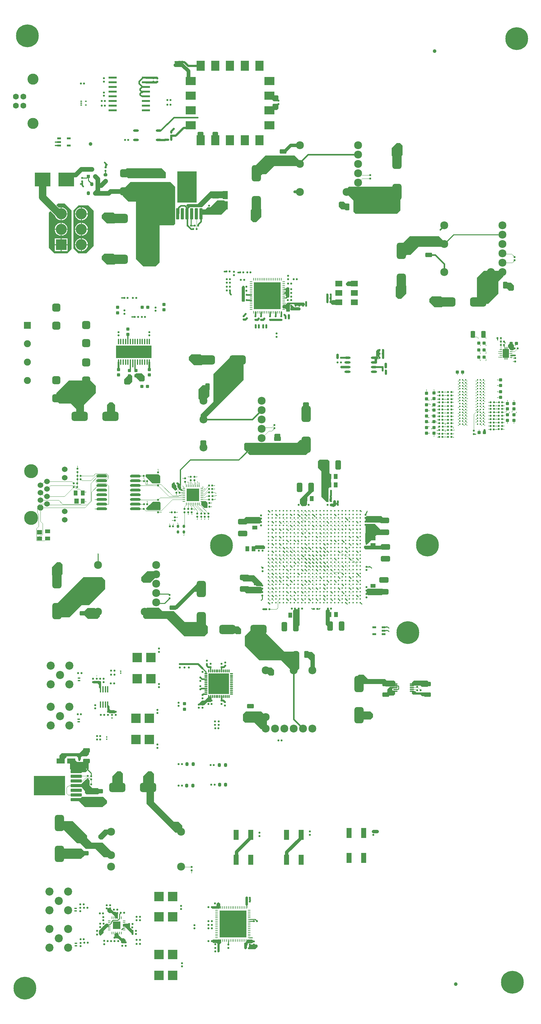
<source format=gtl>
%FSTAX23Y23*%
%MOIN*%
%SFA1B1*%

%IPPOS*%
%AMD34*
4,1,8,-0.021500,0.019500,-0.021500,-0.019500,-0.013500,-0.027500,0.013500,-0.027500,0.021500,-0.019500,0.021500,0.019500,0.013500,0.027500,-0.013500,0.027500,-0.021500,0.019500,0.0*
1,1,0.015913,-0.013500,0.019500*
1,1,0.015913,-0.013500,-0.019500*
1,1,0.015913,0.013500,-0.019500*
1,1,0.015913,0.013500,0.019500*
%
%AMD37*
4,1,8,-0.049200,0.062000,-0.049200,-0.062000,-0.024600,-0.086600,0.024600,-0.086600,0.049200,-0.062000,0.049200,0.062000,0.024600,0.086600,-0.024600,0.086600,-0.049200,0.062000,0.0*
1,1,0.049213,-0.024600,0.062000*
1,1,0.049213,-0.024600,-0.062000*
1,1,0.049213,0.024600,-0.062000*
1,1,0.049213,0.024600,0.062000*
%
%AMD38*
4,1,8,-0.004000,-0.010000,0.004000,-0.010000,0.010000,-0.004000,0.010000,0.004000,0.004000,0.010000,-0.004000,0.010000,-0.010000,0.004000,-0.010000,-0.004000,-0.004000,-0.010000,0.0*
1,1,0.012000,-0.004000,-0.004000*
1,1,0.012000,0.004000,-0.004000*
1,1,0.012000,0.004000,0.004000*
1,1,0.012000,-0.004000,0.004000*
%
%AMD40*
4,1,8,-0.017500,0.051500,-0.017500,-0.051500,-0.008800,-0.060200,0.008800,-0.060200,0.017500,-0.051500,0.017500,0.051500,0.008800,0.060200,-0.008800,0.060200,-0.017500,0.051500,0.0*
1,1,0.017520,-0.008800,0.051500*
1,1,0.017520,-0.008800,-0.051500*
1,1,0.017520,0.008800,-0.051500*
1,1,0.017520,0.008800,0.051500*
%
%AMD41*
4,1,8,0.023500,-0.027500,0.023500,0.027500,0.015500,0.035500,-0.015500,0.035500,-0.023500,0.027500,-0.023500,-0.027500,-0.015500,-0.035500,0.015500,-0.035500,0.023500,-0.027500,0.0*
1,1,0.015984,0.015500,-0.027500*
1,1,0.015984,0.015500,0.027500*
1,1,0.015984,-0.015500,0.027500*
1,1,0.015984,-0.015500,-0.027500*
%
%AMD42*
4,1,8,0.010000,-0.004000,0.010000,0.004000,0.004000,0.010000,-0.004000,0.010000,-0.010000,0.004000,-0.010000,-0.004000,-0.004000,-0.010000,0.004000,-0.010000,0.010000,-0.004000,0.0*
1,1,0.012000,0.004000,-0.004000*
1,1,0.012000,0.004000,0.004000*
1,1,0.012000,-0.004000,0.004000*
1,1,0.012000,-0.004000,-0.004000*
%
%AMD43*
4,1,8,0.027500,0.023500,-0.027500,0.023500,-0.035500,0.015500,-0.035500,-0.015500,-0.027500,-0.023500,0.027500,-0.023500,0.035500,-0.015500,0.035500,0.015500,0.027500,0.023500,0.0*
1,1,0.015984,0.027500,0.015500*
1,1,0.015984,-0.027500,0.015500*
1,1,0.015984,-0.027500,-0.015500*
1,1,0.015984,0.027500,-0.015500*
%
%AMD45*
4,1,8,0.066900,0.066900,-0.066900,0.066900,-0.066900,0.066900,-0.066900,-0.066900,-0.066900,-0.066900,0.066900,-0.066900,0.066900,-0.066900,0.066900,0.066900,0.066900,0.066900,0.0*
1,1,0.000000,0.066900,0.066900*
1,1,0.000000,-0.066900,0.066900*
1,1,0.000000,-0.066900,-0.066900*
1,1,0.000000,0.066900,-0.066900*
%
%AMD52*
4,1,8,0.062000,0.049200,-0.062000,0.049200,-0.086600,0.024600,-0.086600,-0.024600,-0.062000,-0.049200,0.062000,-0.049200,0.086600,-0.024600,0.086600,0.024600,0.062000,0.049200,0.0*
1,1,0.049213,0.062000,0.024600*
1,1,0.049213,-0.062000,0.024600*
1,1,0.049213,-0.062000,-0.024600*
1,1,0.049213,0.062000,-0.024600*
%
%AMD53*
4,1,8,0.029500,-0.037400,0.029500,0.037400,0.017700,0.049200,-0.017700,0.049200,-0.029500,0.037400,-0.029500,-0.037400,-0.017700,-0.049200,0.017700,-0.049200,0.029500,-0.037400,0.0*
1,1,0.023622,0.017700,-0.037400*
1,1,0.023622,0.017700,0.037400*
1,1,0.023622,-0.017700,0.037400*
1,1,0.023622,-0.017700,-0.037400*
%
%AMD54*
4,1,8,0.037400,0.029500,-0.037400,0.029500,-0.049200,0.017700,-0.049200,-0.017700,-0.037400,-0.029500,0.037400,-0.029500,0.049200,-0.017700,0.049200,0.017700,0.037400,0.029500,0.0*
1,1,0.023622,0.037400,0.017700*
1,1,0.023622,-0.037400,0.017700*
1,1,0.023622,-0.037400,-0.017700*
1,1,0.023622,0.037400,-0.017700*
%
%AMD55*
4,1,8,0.019500,0.021500,-0.019500,0.021500,-0.027500,0.013500,-0.027500,-0.013500,-0.019500,-0.021500,0.019500,-0.021500,0.027500,-0.013500,0.027500,0.013500,0.019500,0.021500,0.0*
1,1,0.015913,0.019500,0.013500*
1,1,0.015913,-0.019500,0.013500*
1,1,0.015913,-0.019500,-0.013500*
1,1,0.015913,0.019500,-0.013500*
%
%AMD57*
4,1,8,-0.011800,0.002800,-0.011800,-0.002800,-0.009900,-0.004700,0.009900,-0.004700,0.011800,-0.002800,0.011800,0.002800,0.009900,0.004700,-0.009900,0.004700,-0.011800,0.002800,0.0*
1,1,0.003874,-0.009900,0.002800*
1,1,0.003874,-0.009900,-0.002800*
1,1,0.003874,0.009900,-0.002800*
1,1,0.003874,0.009900,0.002800*
%
%AMD58*
4,1,8,0.017000,-0.011600,0.017000,0.011600,0.011100,0.017500,-0.011100,0.017500,-0.017000,0.011600,-0.017000,-0.011600,-0.011100,-0.017500,0.011100,-0.017500,0.017000,-0.011600,0.0*
1,1,0.011898,0.011100,-0.011600*
1,1,0.011898,0.011100,0.011600*
1,1,0.011898,-0.011100,0.011600*
1,1,0.011898,-0.011100,-0.011600*
%
%AMD59*
4,1,8,0.011600,0.017000,-0.011600,0.017000,-0.017500,0.011100,-0.017500,-0.011100,-0.011600,-0.017000,0.011600,-0.017000,0.017500,-0.011100,0.017500,0.011100,0.011600,0.017000,0.0*
1,1,0.011898,0.011600,0.011100*
1,1,0.011898,-0.011600,0.011100*
1,1,0.011898,-0.011600,-0.011100*
1,1,0.011898,0.011600,-0.011100*
%
%AMD61*
4,1,8,-0.011800,-0.015700,0.011800,-0.015700,0.019700,-0.007900,0.019700,0.007900,0.011800,0.015700,-0.011800,0.015700,-0.019700,0.007900,-0.019700,-0.007900,-0.011800,-0.015700,0.0*
1,1,0.015748,-0.011800,-0.007900*
1,1,0.015748,0.011800,-0.007900*
1,1,0.015748,0.011800,0.007900*
1,1,0.015748,-0.011800,0.007900*
%
%AMD68*
4,1,8,-0.023200,-0.042500,0.023200,-0.042500,0.044500,-0.021300,0.044500,0.021300,0.023200,0.042500,-0.023200,0.042500,-0.044500,0.021300,-0.044500,-0.021300,-0.023200,-0.042500,0.0*
1,1,0.042520,-0.023200,-0.021300*
1,1,0.042520,0.023200,-0.021300*
1,1,0.042520,0.023200,0.021300*
1,1,0.042520,-0.023200,0.021300*
%
%AMD73*
4,1,8,-0.051500,-0.017500,0.051500,-0.017500,0.060200,-0.008800,0.060200,0.008800,0.051500,0.017500,-0.051500,0.017500,-0.060200,0.008800,-0.060200,-0.008800,-0.051500,-0.017500,0.0*
1,1,0.017520,-0.051500,-0.008800*
1,1,0.017520,0.051500,-0.008800*
1,1,0.017520,0.051500,0.008800*
1,1,0.017520,-0.051500,0.008800*
%
%AMD93*
4,1,8,0.015700,-0.011800,0.015700,0.011800,0.007900,0.019700,-0.007900,0.019700,-0.015700,0.011800,-0.015700,-0.011800,-0.007900,-0.019700,0.007900,-0.019700,0.015700,-0.011800,0.0*
1,1,0.015748,0.007900,-0.011800*
1,1,0.015748,0.007900,0.011800*
1,1,0.015748,-0.007900,0.011800*
1,1,0.015748,-0.007900,-0.011800*
%
%AMD178*
4,1,8,-0.032500,0.045600,-0.032500,-0.045600,-0.030900,-0.047200,0.030900,-0.047200,0.032500,-0.045600,0.032500,0.045600,0.030900,0.047200,-0.030900,0.047200,-0.032500,0.045600,0.0*
1,1,0.003252,-0.030900,0.045600*
1,1,0.003252,-0.030900,-0.045600*
1,1,0.003252,0.030900,-0.045600*
1,1,0.003252,0.030900,0.045600*
%
%AMD179*
4,1,8,-0.012600,-0.017700,0.012600,-0.017700,0.015700,-0.014600,0.015700,0.014600,0.012600,0.017700,-0.012600,0.017700,-0.015700,0.014600,-0.015700,-0.014600,-0.012600,-0.017700,0.0*
1,1,0.006299,-0.012600,-0.014600*
1,1,0.006299,0.012600,-0.014600*
1,1,0.006299,0.012600,0.014600*
1,1,0.006299,-0.012600,0.014600*
%
%AMD180*
4,1,8,-0.007900,-0.019700,0.007900,-0.019700,0.015700,-0.011800,0.015700,0.011800,0.007900,0.019700,-0.007900,0.019700,-0.015700,0.011800,-0.015700,-0.011800,-0.007900,-0.019700,0.0*
1,1,0.015748,-0.007900,-0.011800*
1,1,0.015748,0.007900,-0.011800*
1,1,0.015748,0.007900,0.011800*
1,1,0.015748,-0.007900,0.011800*
%
%AMD183*
4,1,8,0.006400,0.016700,-0.006400,0.016700,-0.012800,0.010300,-0.012800,-0.010300,-0.006400,-0.016700,0.006400,-0.016700,0.012800,-0.010300,0.012800,0.010300,0.006400,0.016700,0.0*
1,1,0.012795,0.006400,0.010300*
1,1,0.012795,-0.006400,0.010300*
1,1,0.012795,-0.006400,-0.010300*
1,1,0.012795,0.006400,-0.010300*
%
%AMD186*
4,1,8,0.013800,-0.005900,0.013800,0.005900,0.011800,0.007900,-0.011800,0.007900,-0.013800,0.005900,-0.013800,-0.005900,-0.011800,-0.007900,0.011800,-0.007900,0.013800,-0.005900,0.0*
1,1,0.003937,0.011800,-0.005900*
1,1,0.003937,0.011800,0.005900*
1,1,0.003937,-0.011800,0.005900*
1,1,0.003937,-0.011800,-0.005900*
%
%AMD188*
4,1,8,-0.008900,0.003000,-0.008900,-0.003000,-0.005900,-0.005900,0.005900,-0.005900,0.008900,-0.003000,0.008900,0.003000,0.005900,0.005900,-0.005900,0.005900,-0.008900,0.003000,0.0*
1,1,0.005906,-0.005900,0.003000*
1,1,0.005906,-0.005900,-0.003000*
1,1,0.005906,0.005900,-0.003000*
1,1,0.005906,0.005900,0.003000*
%
%AMD205*
4,1,8,0.030000,-0.015000,0.030000,0.015000,0.015000,0.030000,-0.015000,0.030000,-0.030000,0.015000,-0.030000,-0.015000,-0.015000,-0.030000,0.015000,-0.030000,0.030000,-0.015000,0.0*
%
%ADD11C,0.010000*%
%ADD12C,0.020000*%
%ADD17C,0.006000*%
%ADD24C,0.015000*%
%ADD25C,0.012000*%
%ADD26C,0.025000*%
%ADD33C,0.017716*%
G04~CAMADD=34~8~0.0~0.0~550.0~430.0~79.6~0.0~15~0.0~0.0~0.0~0.0~0~0.0~0.0~0.0~0.0~0~0.0~0.0~0.0~90.0~430.0~550.0*
%ADD34D34*%
%ADD36C,0.085000*%
G04~CAMADD=37~8~0.0~0.0~1732.3~984.3~246.1~0.0~15~0.0~0.0~0.0~0.0~0~0.0~0.0~0.0~0.0~0~0.0~0.0~0.0~90.0~984.0~1732.0*
%ADD37D37*%
G04~CAMADD=38~8~0.0~0.0~200.0~200.0~60.0~0.0~15~0.0~0.0~0.0~0.0~0~0.0~0.0~0.0~0.0~0~0.0~0.0~0.0~180.0~200.0~200.0*
%ADD38D38*%
G04~CAMADD=40~8~0.0~0.0~1204.7~350.4~87.6~0.0~15~0.0~0.0~0.0~0.0~0~0.0~0.0~0.0~0.0~0~0.0~0.0~0.0~90.0~350.0~1204.0*
%ADD40D40*%
G04~CAMADD=41~8~0.0~0.0~710.0~470.0~79.9~0.0~15~0.0~0.0~0.0~0.0~0~0.0~0.0~0.0~0.0~0~0.0~0.0~0.0~270.0~470.0~710.0*
%ADD41D41*%
G04~CAMADD=42~8~0.0~0.0~200.0~200.0~60.0~0.0~15~0.0~0.0~0.0~0.0~0~0.0~0.0~0.0~0.0~0~0.0~0.0~0.0~270.0~200.0~200.0*
%ADD42D42*%
G04~CAMADD=43~8~0.0~0.0~710.0~470.0~79.9~0.0~15~0.0~0.0~0.0~0.0~0~0.0~0.0~0.0~0.0~0~0.0~0.0~0.0~0.0~710.0~470.0*
%ADD43D43*%
%ADD44R,0.031496X0.009843*%
G04~CAMADD=45~8~0.0~0.0~1338.6~1338.6~0.0~0.0~15~0.0~0.0~0.0~0.0~0~0.0~0.0~0.0~0.0~0~0.0~0.0~0.0~0.0~1338.6~1338.6*
%ADD45D45*%
%ADD46R,0.009843X0.031496*%
%ADD47O,0.031496X0.009055*%
%ADD48O,0.009055X0.031496*%
%ADD49R,0.291338X0.291338*%
%ADD51O,0.053150X0.011811*%
G04~CAMADD=52~8~0.0~0.0~1732.3~984.3~246.1~0.0~15~0.0~0.0~0.0~0.0~0~0.0~0.0~0.0~0.0~0~0.0~0.0~0.0~0.0~1732.3~984.3*
%ADD52D52*%
G04~CAMADD=53~8~0.0~0.0~984.3~590.6~118.1~0.0~15~0.0~0.0~0.0~0.0~0~0.0~0.0~0.0~0.0~0~0.0~0.0~0.0~270.0~590.0~984.0*
%ADD53D53*%
G04~CAMADD=54~8~0.0~0.0~984.3~590.6~118.1~0.0~15~0.0~0.0~0.0~0.0~0~0.0~0.0~0.0~0.0~0~0.0~0.0~0.0~0.0~984.3~590.6*
%ADD54D54*%
G04~CAMADD=55~8~0.0~0.0~550.0~430.0~79.6~0.0~15~0.0~0.0~0.0~0.0~0~0.0~0.0~0.0~0.0~0~0.0~0.0~0.0~0.0~550.0~430.0*
%ADD55D55*%
%ADD56R,0.053150X0.086614*%
G04~CAMADD=57~8~0.0~0.0~94.5~236.2~19.4~0.0~15~0.0~0.0~0.0~0.0~0~0.0~0.0~0.0~0.0~0~0.0~0.0~0.0~90.0~236.0~95.0*
%ADD57D57*%
G04~CAMADD=58~8~0.0~0.0~350.0~340.0~59.5~0.0~15~0.0~0.0~0.0~0.0~0~0.0~0.0~0.0~0.0~0~0.0~0.0~0.0~270.0~340.0~350.0*
%ADD58D58*%
G04~CAMADD=59~8~0.0~0.0~350.0~340.0~59.5~0.0~15~0.0~0.0~0.0~0.0~0~0.0~0.0~0.0~0.0~0~0.0~0.0~0.0~0.0~350.0~340.0*
%ADD59D59*%
%ADD60O,0.064960X0.023622*%
G04~CAMADD=61~8~0.0~0.0~393.7~315.0~78.7~0.0~15~0.0~0.0~0.0~0.0~0~0.0~0.0~0.0~0.0~0~0.0~0.0~0.0~180.0~394.0~315.0*
%ADD61D61*%
%ADD67O,0.011811X0.062992*%
G04~CAMADD=68~8~0.0~0.0~889.8~850.4~212.6~0.0~15~0.0~0.0~0.0~0.0~0~0.0~0.0~0.0~0.0~0~0.0~0.0~0.0~180.0~890.0~850.0*
%ADD68D68*%
%ADD69R,0.047244X0.055118*%
%ADD70R,0.039370X0.055118*%
%ADD71R,0.055118X0.047244*%
%ADD72R,0.055118X0.039370*%
G04~CAMADD=73~8~0.0~0.0~1204.7~350.4~87.6~0.0~15~0.0~0.0~0.0~0.0~0~0.0~0.0~0.0~0.0~0~0.0~0.0~0.0~180.0~1204.0~349.0*
%ADD73D73*%
%ADD74R,0.102362X0.098425*%
%ADD75R,0.291338X0.291338*%
%ADD76R,0.082677X0.082677*%
%ADD77O,0.007874X0.031496*%
%ADD78O,0.031496X0.007874*%
%ADD80O,0.011024X0.033465*%
%ADD81O,0.033465X0.011024*%
%ADD82R,0.220472X0.220472*%
%ADD83O,0.015748X0.070866*%
%ADD84R,0.018000X0.012000*%
%ADD85O,0.115000X0.030000*%
%ADD86R,0.167000X0.150000*%
%ADD90R,0.086614X0.053150*%
%ADD91O,0.062992X0.023622*%
G04~CAMADD=93~8~0.0~0.0~393.7~315.0~78.7~0.0~15~0.0~0.0~0.0~0.0~0~0.0~0.0~0.0~0.0~0~0.0~0.0~0.0~270.0~316.0~394.0*
%ADD93D93*%
%ADD174R,0.055118X0.108268*%
%ADD175R,0.041339X0.023622*%
%ADD176R,0.210629X0.336220*%
%ADD177R,0.076771X0.061024*%
G04~CAMADD=178~8~0.0~0.0~944.9~649.6~16.3~0.0~15~0.0~0.0~0.0~0.0~0~0.0~0.0~0.0~0.0~0~0.0~0.0~0.0~90.0~650.0~946.0*
%ADD178D178*%
G04~CAMADD=179~8~0.0~0.0~315.0~354.3~31.5~0.0~15~0.0~0.0~0.0~0.0~0~0.0~0.0~0.0~0.0~0~0.0~0.0~0.0~180.0~315.0~354.0*
%ADD179D179*%
G04~CAMADD=180~8~0.0~0.0~315.0~393.7~78.7~0.0~15~0.0~0.0~0.0~0.0~0~0.0~0.0~0.0~0.0~0~0.0~0.0~0.0~180.0~316.0~394.0*
%ADD180D180*%
%ADD181R,0.110236X0.090551*%
%ADD182R,0.090551X0.110236*%
G04~CAMADD=183~8~0.0~0.0~255.9~334.6~64.0~0.0~15~0.0~0.0~0.0~0.0~0~0.0~0.0~0.0~0.0~0~0.0~0.0~0.0~0.0~255.9~334.6*
%ADD183D183*%
%ADD184R,0.381889X0.133858*%
%ADD185R,0.336220X0.210629*%
G04~CAMADD=186~8~0.0~0.0~157.5~275.6~19.7~0.0~15~0.0~0.0~0.0~0.0~0~0.0~0.0~0.0~0.0~0~0.0~0.0~0.0~270.0~276.0~158.0*
%ADD186D186*%
%ADD187C,0.039370*%
G04~CAMADD=188~8~0.0~0.0~118.1~177.2~29.5~0.0~15~0.0~0.0~0.0~0.0~0~0.0~0.0~0.0~0.0~0~0.0~0.0~0.0~90.0~178.0~119.0*
%ADD188D188*%
%ADD189R,0.090512X0.022008*%
%ADD190C,0.004000*%
%ADD191C,0.030000*%
%ADD192C,0.022000*%
%ADD193C,0.040000*%
%ADD194C,0.035000*%
%ADD195C,0.050000*%
%ADD196C,0.080000*%
%ADD197C,0.244094*%
%ADD198C,0.023622*%
%ADD199C,0.086614*%
%ADD200C,0.075000*%
%ADD201R,0.075000X0.075000*%
%ADD202C,0.118110*%
%ADD203C,0.062992*%
%ADD204C,0.150000*%
G04~CAMADD=205~4~0.0~0.0~600.0~600.0~0.0~150.0~0~0.0~0.0~0.0~0.0~0~0.0~0.0~0.0~0.0~0~0.0~0.0~0.0~270.0~600.0~600.0*
%ADD205D205*%
%ADD206C,0.060000*%
%ADD207R,0.118110X0.118110*%
%ADD208C,0.007000*%
%ADD209C,0.015000*%
%ADD210C,0.020000*%
%ADD211C,0.019685*%
%LNprob_s7cas_pcb-1*%
%LPD*%
G36*
X02957Y09768D02*
Y0972D01*
X0295Y09713*
X02904*
X02889Y09729*
Y09761*
X02903Y09776*
Y09776*
X02949*
X02957Y09768*
G37*
G36*
X02957Y0968D02*
Y09634D01*
X02942Y09619*
X02909*
X02895Y09633*
X02894*
Y09678*
X02902Y09686*
X02951*
X02957Y0968*
G37*
G36*
X0231Y0938D02*
Y09335D01*
X02295Y09319*
X02262*
X02248Y09334*
X02248*
Y09379*
X02255Y09387*
X02304*
X0231Y0938*
G37*
G36*
X02153D02*
Y09335D01*
X02138Y09319*
X02105*
X02091Y09334*
X0209*
Y09379*
X02098Y09387*
X02147*
X02153Y0938*
G37*
G36*
X0426Y09266D02*
X04285Y0924D01*
Y09139*
X04241Y09095*
X04206Y09094*
X0417Y0913*
Y09211*
X04224Y09266*
X0426*
G37*
G36*
X03185Y09076D02*
Y0907D01*
X03177Y09062*
X03175Y09059*
X03174Y09055*
X03175Y09051*
X03177Y09047*
X03179Y09046*
Y09043*
X03181Y09039*
X03182Y09035*
X03166Y09019*
X02909*
X02822Y08932*
X02782*
X02772Y08922*
X02751*
X02717Y08956*
Y09032*
X02817Y09132*
X03129*
X03185Y09076*
G37*
G36*
X0175Y08953D02*
X0175Y08953D01*
Y08894*
X01744Y08888*
X01346*
X01302Y08933*
Y08968*
X0133Y08996*
X01707*
X0175Y08953*
G37*
G36*
X04264Y08774D02*
Y08545D01*
X04228Y0851*
X03781*
X0376Y08531*
Y0865*
X03685Y08724*
Y08774*
X0371Y088*
X03797*
X03804Y08798*
X03816*
X03823Y088*
X04239*
X04264Y08774*
G37*
G36*
X02372Y0874D02*
Y08684D01*
X02363Y08675*
X02231*
X02135Y08579*
X02005*
Y08578*
X01987Y0856*
X01982Y08562*
Y08577*
X01982Y08581*
X01979Y08585*
X01966Y08598*
Y08598*
X01981Y08613*
X02089*
X02226Y08749*
X02363*
X02372Y0874*
G37*
G36*
X03657Y08638D02*
X03703Y08593D01*
Y08562*
X03692Y08554*
X03632*
X03602Y08584*
Y08629*
X03613Y0864*
X03657*
Y08638*
G37*
G36*
X02399Y0863D02*
Y08555D01*
X02344Y085*
X02138*
Y08508*
X02137Y08512*
X02135Y08516*
X02131Y08518*
X02127Y08519*
Y08548*
X02135Y08555*
X02172*
X02196Y08579*
X02227*
X02301Y08653*
X02376*
X02399Y0863*
G37*
G36*
X0074Y08543D02*
Y08131D01*
X00695Y08087*
X00554*
X00495Y08147*
Y08521*
X00514Y0854*
X0056Y08493*
X00561Y08488*
X00567Y08476*
X00574Y08464*
X00584Y08455*
X00595Y08447*
X00608Y08442*
X00621Y08439*
X00623*
Y08508*
Y08577*
X00621*
X00608Y08575*
X00603Y08573*
X00575Y08601*
X00592Y08618*
X00665*
X0074Y08543*
G37*
G36*
X02773Y08555D02*
Y08474D01*
X02719Y0842*
X02683*
X02658Y08445*
Y08546*
X02703Y08591*
X02738Y08591*
X02773Y08555*
G37*
G36*
X01235Y08476D02*
X01236Y08441D01*
X012Y08406*
X01118*
X01064Y0846*
Y08496*
X0109Y08521*
X0119*
X01235Y08476*
G37*
G36*
X00977Y0854D02*
Y08165D01*
X00897Y08085*
X00813*
X0076Y08138*
Y08545*
X00813Y08599*
X00918*
X00977Y0854*
G37*
G36*
X04732Y08213D02*
Y08198D01*
X04726Y08192*
X04724Y08189*
X04724Y08186*
X04724Y08183*
X04726Y0818*
X04728Y08179*
X04729Y08178*
X0473Y08173*
X04713Y08156*
X04456*
X04369Y08069*
X04329*
X04319Y0806*
X04298*
X04264Y08094*
Y0817*
X04364Y0827*
X04676*
X04732Y08213*
G37*
G36*
X01235Y08037D02*
X01235Y08002D01*
X012Y07967*
X01118*
X01064Y08021*
Y08057*
X01089Y08082*
X0119*
X01235Y08037*
G37*
G36*
X0185Y08798D02*
Y08401D01*
X01834Y08385*
X01683*
Y07988*
X0164Y07946*
X0151*
X0143Y08026*
Y08638*
X0135*
X0129Y08699*
Y0872*
X01303*
X01311Y08721*
X01317Y08724*
X01323Y08728*
X01328Y08734*
X01331Y08741*
X01332Y08748*
X01331Y08756*
X01328Y08762*
X01323Y08768*
X01317Y08773*
X01311Y08776*
X01304Y08776*
X01302Y08781*
X01369Y08848*
X01799*
X0185Y08798*
G37*
G36*
X0377Y07772D02*
Y07751D01*
X03755Y07737*
X03695*
Y07737*
X0368Y07752*
Y07767*
X03699Y07786*
X03755*
X0377Y07772*
G37*
G36*
X05478Y07743D02*
Y07698D01*
X05467Y07687*
X05423*
Y07688*
X05378Y07734*
Y07765*
X05388Y07772*
X05449*
X05478Y07743*
G37*
G36*
X03073Y07716D02*
Y07623D01*
X03065Y07616*
X03056*
X03041Y07601*
X03011*
X03008Y07603*
X03008Y07608*
X03012Y07613*
X0303*
X03038Y0762*
Y07628*
X03034Y07632*
Y07649*
X03029Y07653*
X03017*
X03013Y07657*
Y07663*
X03022Y07672*
X03029*
X03034Y07676*
Y07693*
X03032Y07695*
X03016*
X03011Y07699*
Y07704*
X03016Y07709*
X03031*
X03046Y07723*
X03065*
X03073Y07716*
G37*
G36*
X04326Y07735D02*
Y07654D01*
X04272Y076*
X04236*
X04211Y07625*
Y07726*
X04255Y07771*
X04291Y07771*
X04326Y07735*
G37*
G36*
X02595Y07728D02*
Y07574D01*
X02589Y07569*
X0257*
X02564Y07575*
Y07727*
X02571Y07734*
X02588*
X02595Y07728*
G37*
G36*
X05361Y07886D02*
X05365D01*
Y07836*
X05314Y07786*
Y07654*
X05207Y07546*
X05097*
X05083Y0756*
Y07826*
X05157Y079*
X05348*
X05361Y07886*
G37*
G36*
X03604Y07571D02*
Y0755D01*
X0359Y07536*
X03529*
Y07537*
X03515Y07551*
X03516Y07556*
X03519Y07557*
X03522Y07559*
X03522Y07559*
X03525Y07563*
X03525Y07567*
Y07577*
X03533Y07585*
X0359*
X03604Y07571*
G37*
G36*
X0324Y07548D02*
Y07536D01*
X03229Y07525*
X03139*
X03121Y07543*
X03087*
X03079Y07535*
Y07467*
X03073Y07461*
X03044*
X03038Y07466*
Y07486*
X03029Y07496*
X03011Y07496*
X03008*
X03Y07503*
Y07525*
X03011Y07536*
X03031*
X03047Y07552*
X03053Y07558*
X0323*
X0324Y07548*
G37*
G36*
X04744Y07581D02*
X04744Y07546D01*
X04709Y0751*
X04627*
X04573Y07564*
Y076*
X04598Y07626*
X04699*
X04744Y07581*
G37*
G36*
X03123Y0751D02*
X03184D01*
X03194Y075*
Y07485*
X03184Y07475*
X03095*
X03094Y07474*
X03086Y07482*
Y07517*
X03093Y07525*
X03108*
X03123Y0751*
G37*
G36*
X05479Y07104D02*
Y0706D01*
X05469Y0705*
X05449*
X05416Y07083*
Y07105*
X05434Y07122*
X05461*
X05479Y07104*
G37*
G36*
X04039Y07059D02*
X04046Y07052D01*
Y07041*
X0404Y07035*
Y06963*
X0403Y06953*
X04028Y06953*
X04027Y06954*
X04025Y06958*
X04028Y06962*
X04029Y06968*
X04028Y06974*
X04024Y06979*
X04019Y06983*
X04013Y06984*
X04007Y06983*
X04002Y06979*
X03999Y06977*
X03994Y06979*
X03994Y0698*
X04004Y0699*
Y07043*
X04019Y07059*
X04039*
G37*
G36*
X05407Y07083D02*
X05408Y07083D01*
X05408Y07082*
Y06951*
X05408Y06951*
X05407Y0695*
X05406Y0695*
X054*
X05399Y0695*
X05398Y06951*
X05398Y06951*
Y07082*
X05398Y07083*
X05399Y07083*
X054Y07084*
X05406*
X05407Y07083*
G37*
G36*
X05387D02*
X05388Y07083D01*
X05388Y07082*
Y06951*
X05388Y06951*
X05387Y0695*
X05387Y0695*
X0538*
X05379Y0695*
X05379Y06951*
X05378Y06951*
Y07082*
X05379Y07083*
X05379Y07083*
X0538Y07084*
X05387*
X05387Y07083*
G37*
G36*
X02167Y0696D02*
X02168Y06925D01*
X02132Y06889*
X02051*
X01997Y06943*
Y06979*
X02022Y07005*
X02123*
X02167Y0696*
G37*
G36*
X01521Y06773D02*
Y06728D01*
X0151Y06717*
X01466*
Y06718*
X01421Y06764*
Y06794*
X01431Y06802*
X01492*
X01521Y06773*
G37*
G36*
X01388Y06773D02*
Y06712D01*
X01359Y06683*
X01314*
X01303Y06694*
Y06738*
X01304*
X0135Y06783*
X01381*
X01388Y06773*
G37*
G36*
X02215Y0664D02*
Y06559D01*
X02161Y06504*
X02125*
X02099Y0653*
Y06631*
X02144Y06675*
X02179Y06676*
X02215Y0664*
G37*
G36*
X03282Y06486D02*
Y0644D01*
X03266Y06425*
X03234*
X03219Y06439*
X03219*
Y06484*
X03227Y06492*
X03275*
X03282Y06486*
G37*
G36*
X01205Y06467D02*
Y06381D01*
X01192Y06368*
X0113*
X0112Y06382*
Y06464*
X01149Y06493*
X01179*
X01205Y06467*
G37*
G36*
X01Y06666D02*
Y06591D01*
X00998*
X00874Y06467*
Y06381*
X00861Y06368*
X00799*
X00789Y06382*
Y06423*
X00732Y0648*
X00609*
X00577Y06512*
Y06591*
X00711Y06725*
X00941*
X01Y06666*
G37*
G36*
X02582Y06947D02*
Y06731D01*
X02171Y0632*
X02151*
X02146Y06319*
X02143Y06317*
X02142Y06315*
X02137Y06314*
X02136Y06314*
X02121Y06329*
Y0636*
X0226Y06499*
Y06795*
X02443Y06979*
X02551*
X02582Y06947*
G37*
G36*
X02977Y06151D02*
Y06105D01*
X02961Y0609*
X02929*
X02914Y06104*
X02914*
Y06149*
X02922Y06157*
X0297*
X02977Y06151*
G37*
G36*
X02182Y06078D02*
Y06032D01*
X02166Y06017*
X02134*
X02119Y06032*
X02119*
Y06077*
X02127Y06085*
X02175*
X02182Y06078*
G37*
G36*
X03291Y06074D02*
X03291Y06074D01*
Y05972*
X03249Y0593*
X02648*
X02624Y05953*
X02657Y05985*
X02659Y05988*
X0266Y05992*
X02659Y05995*
X02659Y05996*
Y0601*
X02658Y06013*
X02656Y06015*
X02654Y06017*
X02651Y06018*
X02647Y06017*
X02645Y06015*
X02643Y06013*
X02642Y0601*
Y05997*
X02611Y05966*
X02589Y05988*
Y06049*
X026Y0606*
X03156*
X03186Y0609*
X03276*
X03291Y06074*
G37*
G36*
X01689Y05703D02*
Y05632D01*
X01682Y05625*
X01605*
X01534Y05695*
Y05714*
X01542Y05721*
X01671*
X01689Y05703*
G37*
G36*
X01837Y05628D02*
X01862Y05603D01*
Y05554*
X01862Y05554*
X01858Y05549*
X01848*
X01811Y05586*
Y0562*
X01827Y05628*
X01837*
G37*
G36*
X01898Y05619D02*
Y05603D01*
X01899Y05599*
X01901Y05596*
X01904Y05594*
X01907Y05594*
X01909Y05594*
X01913Y05591*
X01914Y0559*
Y05572*
X01923Y05563*
Y05563*
X01923*
X01933Y05553*
X01933Y05548*
X0193Y05545*
X01911*
X01872Y05583*
Y05626*
X01884Y05633*
X01898Y05619*
G37*
G36*
X03501Y05861D02*
X03501Y05789D01*
Y05737*
X03503*
X0352Y0572*
Y05586*
X03505*
X03491Y05572*
Y05426*
X03474*
X03417Y05483*
Y05752*
X03378Y05792*
Y05861*
X03396Y0588*
X03482*
X03501Y05861*
G37*
G36*
X03318Y05548D02*
Y05533D01*
X03262Y05477*
Y05395*
X03247Y05381*
X03218*
X03217Y0538*
X03187Y0541*
Y05456*
X03291Y0556*
X03306*
X03318Y05548*
G37*
G36*
X02197Y05418D02*
Y05365D01*
X02192Y05361*
X02164*
X02128Y05396*
Y05428*
X0214Y05436*
X02179*
X02197Y05418*
G37*
G36*
X01692Y05417D02*
Y05346D01*
X01685Y05339*
X01556*
X01553Y05342*
X01553Y05347*
X01555Y05351*
X01554Y05352*
X01553Y05355*
X01553Y05355*
X01549Y05356*
X01545Y05355*
X01541Y05355*
X01539Y05357*
X01539Y05362*
X01613Y05428*
X01681*
X01692Y05417*
G37*
G36*
X04078Y05257D02*
Y05211D01*
X04072Y05205*
X03904*
X03888Y0522*
Y05226*
X03889Y05226*
Y05264*
X03901Y05276*
X04059*
X04078Y05257*
G37*
G36*
X0277Y05251D02*
Y05245D01*
X0277Y05245*
Y05207*
X02757Y05194*
X02599*
X0258Y05213*
Y0524*
X02606Y05266*
X02755*
X0277Y05251*
G37*
G36*
X04063Y05116D02*
X04096D01*
X04109Y05103*
Y05083*
X041Y05073*
X04033*
X04008*
X03914Y0498*
X039*
X03887Y04994*
X0389Y05188*
X03893Y05191*
X03988*
X04063Y05116*
G37*
G36*
X02811Y04949D02*
Y04932D01*
X02802Y04923*
X02701*
X02693Y04931*
Y04944*
X02712Y04963*
X02797*
X02811Y04949*
G37*
G36*
X04109Y0496D02*
X04123Y04946D01*
Y04931*
X0411Y04919*
X03885*
X03874Y04934*
Y04951*
X03883Y0496*
X04109*
G37*
G36*
X00619Y04781D02*
X00644Y04755D01*
Y04654*
X006Y0461*
X00564Y04609*
X00529Y04645*
Y04726*
X00583Y04781*
X00619*
G37*
G36*
X01643Y0467D02*
Y04623D01*
X01583Y04563*
X01509*
X01486Y04586*
Y04623*
X01549Y04686*
X01627*
X01643Y0467*
G37*
G36*
X02784Y04554D02*
Y04531D01*
X0278Y04526*
X02724*
X02673Y04577*
X02584*
X02554Y04607*
Y04636*
X02561Y04643*
X02695*
X02784Y04554*
G37*
G36*
X02782Y04505D02*
Y04498D01*
X02782Y04498*
Y0446*
X02769Y04448*
X02611*
X02592Y04467*
Y04494*
X02619Y0452*
X02767*
X02782Y04505*
G37*
G36*
X04089Y04482D02*
Y04455D01*
X04064Y04429*
X03915*
X039Y04444*
Y0445*
X039Y0445*
Y04488*
X03912Y045*
X04071*
X04089Y04482*
G37*
G36*
X02163Y0452D02*
Y04489D01*
X02141Y04466*
X02056*
X01869Y0428*
X01831*
X01827Y04284*
X01827Y04297*
X02087Y04557*
X02126*
X02163Y0452*
G37*
G36*
X011Y0459D02*
Y04495D01*
X00926Y04321*
X00846*
X00718Y04192*
X00598*
X00553Y04229*
Y0431*
X00866Y04623*
X01067*
X011Y0459*
G37*
G36*
X01043Y04237D02*
Y04201D01*
X01018Y04175*
X00917*
X00873Y0422*
X00872Y04255*
X00908Y04291*
X00989*
X01043Y04237*
G37*
G36*
X03506Y0427D02*
Y04102D01*
X03497Y04093*
X03483*
X03462Y04114*
Y04267*
X03478Y04283*
X03493*
X03506Y0427*
G37*
G36*
X03133Y04279D02*
D01*
X03179*
X03184Y04274*
Y04109*
X03165Y0409*
X03138*
X03112Y04116*
Y04264*
X03127Y04279*
X03133*
X03133Y04279*
G37*
G36*
X02557Y04068D02*
Y04023D01*
X02546Y04012*
X02502*
Y04013*
X02456Y04059*
Y0409*
X02467Y04097*
X02527*
X02557Y04068*
G37*
G36*
X01711Y04258D02*
X01837D01*
X01952Y04143*
X02149*
X02198Y04095*
Y04024*
X02163Y03989*
Y03988*
X01948*
X0176Y04176*
X01527*
X01507Y04196*
Y04243*
X01546Y04294*
X01675*
X01711Y04258*
G37*
G36*
X03347Y03793D02*
Y03627D01*
X03336Y03616*
Y03616*
X03314*
X033Y0363*
Y03731*
X03292Y03739*
X03246Y03784*
Y03815*
X03257Y03823*
X03317*
X03347Y03793*
G37*
G36*
X03019Y03825D02*
X03168D01*
X03179Y03814*
Y03644*
X03148Y03613*
X0313*
Y03627*
X03129Y03631*
X03127Y03635*
X03123Y03637*
X03119Y03638*
X03115Y03637*
X03112Y03635*
X03109Y03631*
X03108Y03627*
Y03613*
X03103*
X03084Y03632*
X02985Y03731*
X02752Y03731*
X02595Y03887*
Y03993*
X02668Y04066*
X02779*
X03019Y03825*
G37*
G36*
X0291Y03626D02*
Y03581D01*
X02899Y0357*
X02855*
Y03572*
X0281Y03617*
Y03648*
X0282Y03656*
X02881*
X0291Y03626*
G37*
G36*
X03916Y03532D02*
X04099D01*
X04115Y03517*
X04195*
X0421Y03502*
Y03484*
X04208Y03482*
Y03468*
X04207Y03468*
X04204Y03466*
X04202Y03464*
X04202Y03461*
X04202Y03457*
X04203Y03456*
X042Y03452*
X04105*
X04076Y0348*
X0384*
X038Y0352*
Y03563*
X03815Y03578*
X0387*
X03916Y03532*
G37*
G36*
X0457Y03498D02*
Y03463D01*
X04567*
X04553Y03448*
X04492*
X04479Y03461*
X04448*
X04445Y03461*
X04437*
X04433Y03461*
X0439*
X04385Y03465*
X04385Y03477*
Y03493*
X04406Y03514*
X04553*
X0457Y03498*
G37*
G36*
X01048Y035D02*
X01055Y03492D01*
Y03435*
X0105Y03429*
X01044*
X01032Y03441*
Y03472*
X01017Y03486*
X00976*
X00967Y03495*
Y03507*
X00972Y03511*
X01038*
X01048Y035*
G37*
G36*
X04189Y03448D02*
X04192Y03445D01*
X04194Y03443*
Y03439*
X04189Y03433*
X0418*
X04175Y03429*
Y03415*
X04182Y03408*
X04198*
X04206Y034*
Y03373*
X04188Y03355*
X04114*
X04106Y03363*
Y03379*
X04121Y03393*
Y03419*
X04149Y03448*
X04189*
G37*
G36*
X04434Y0339D02*
X04538D01*
X04551Y03376*
Y03357*
X04544Y0335*
X04495*
X0448Y03365*
X044*
X04385Y0338*
Y03398*
X04388Y03402*
X04422*
X04434Y0339*
G37*
G36*
X02238Y03338D02*
Y03294D01*
X02229Y03284*
X02194*
X02163Y03253*
X0211*
X02102Y03261*
X02102Y03266*
X02137Y03301*
X02165*
X02209Y03345*
X02231*
X02238Y03338*
G37*
G36*
X01145Y03241D02*
Y0321D01*
X01158Y03198*
X01198*
X01213Y03183*
Y03175*
X01203Y03165*
X01144*
X01129Y03183*
X01121Y0319*
Y03247*
X01127Y03253*
X01133*
X01145Y03241*
G37*
G36*
X0397Y03155D02*
Y03126D01*
X03944Y03099*
X03858*
X03845Y03112*
Y03174*
X03859Y03185*
X03941*
X0397Y03155*
G37*
G36*
X02833Y03123D02*
Y03011D01*
X02819Y02997*
Y02994*
X02769*
X02698Y03065*
X026*
X02575Y03089*
Y03153*
X02606Y03184*
X02772*
X02833Y03123*
G37*
G36*
X00926Y02769D02*
Y0273D01*
X00903Y02707*
X00853*
X0084Y02694*
Y02675*
X0083Y02665*
X00819*
X00809Y02675*
Y02692*
X00795Y02707*
X00687*
Y02699*
X00654Y02666*
X00608*
Y02714*
X00633Y02738*
X00822*
X00866Y02782*
X00913*
X00926Y02769*
G37*
G36*
X00799Y02645D02*
X00912D01*
X00924Y02633*
Y02572*
X0092Y02567*
X0091Y02577*
X00907Y02579*
X00904Y0258*
X00901Y02579*
X00898Y02577*
X00896Y02575*
X00896Y02572*
X00896Y02569*
X00898Y02566*
X00908Y02556*
X00888Y02536*
X00801*
X008Y0254*
X00793Y02547*
X00789Y02548*
X00785Y02547*
X00784Y02543*
X00784Y02541*
X00782Y02536*
X00759*
X00722Y02573*
Y02627*
X00701Y02647*
Y02656*
X0071Y02665*
X00779*
X00799Y02645*
G37*
G36*
X01265Y02544D02*
X0129Y02519D01*
Y02418*
X01246Y02373*
X01211Y02373*
X01175Y02409*
Y0249*
X01229Y02544*
X01265*
G37*
G36*
X00931Y0245D02*
Y02394D01*
X00958Y02367*
X01019*
X01038Y02348*
Y02314*
X01025Y023*
X00897*
X00881Y02316*
Y02331*
X00841Y02381*
X0084Y0238*
X00821*
X00815Y02386*
Y02402*
X00819Y02406*
X0084Y02406*
X00892Y02458*
X00923*
X00931Y0245*
G37*
G36*
X01119Y02232D02*
Y02203D01*
X0107Y02162*
X00883*
X00817Y02228*
Y0224*
X00849Y02272*
X01079*
X01119Y02232*
G37*
G36*
X01596Y02544D02*
X01621Y02519D01*
Y02219*
X01836Y02004*
X01887*
X01926Y01965*
X01926*
Y01913*
X01901Y01888*
X01853*
X01541Y022*
Y02373*
X01506Y02409*
Y0249*
X0156Y02544*
X01596*
G37*
G36*
X01148Y01913D02*
Y01896D01*
X01069Y01817*
X01042*
X01025Y01834*
Y01857*
X0109Y01923*
X01141*
X01148Y01913*
G37*
G36*
X00907Y0186D02*
X00907Y01832D01*
X00956Y01783*
X01073*
X01189Y01667*
Y0165*
X01166Y01627*
X01084*
X00996Y01715*
X00894*
X00832Y01777*
X00796*
X00621Y01951*
Y01988*
X00647Y02013*
X00754*
X00907Y0186*
G37*
G36*
X00886Y0168D02*
Y0165D01*
X00838Y01609*
X00624*
X00589Y01645*
Y01687*
X00621Y0172*
X00846*
X00886Y0168*
G37*
G36*
X02331Y01129D02*
Y01086D01*
X02321Y01076*
X02248*
X02241Y01083*
X0224Y01084*
Y01095*
X02245Y01101*
X02285*
X02294Y01109*
Y01129*
X02303Y01138*
X02322*
X02331Y01129*
G37*
G36*
X0119Y01043D02*
X01213D01*
X01237Y0102*
Y00979*
X01231Y00973*
X01216*
X0121*
X01202Y00981*
X01202Y00995*
X01168Y0103*
X01141*
X01123Y01048*
Y01077*
X01129Y01083*
X01151*
X0119Y01043*
G37*
G36*
X0113Y00913D02*
X01133Y00909D01*
X01133Y00908*
X01133Y00905*
X01135Y00902*
X01138Y009*
X01141Y009*
Y00893*
Y00887*
X01132Y00879*
X01124Y00879*
X01084Y00839*
Y00819*
X01065Y008*
X01037*
X01031Y00806*
Y00839*
X01106Y00914*
X01129*
X0113Y00913*
G37*
G36*
X01366Y00903D02*
Y00877D01*
X01404Y00839*
Y00811*
X01398Y00805*
X01389*
X01312Y00881*
X01296*
X0129Y00887*
Y00907*
X01298Y00914*
X01355*
X01366Y00903*
G37*
G36*
X01241Y00808D02*
Y00795D01*
X01276Y0076*
X01301*
X01319Y00742*
Y00713*
X01314Y00707*
X01276*
X01268Y00715*
Y0073*
X01245Y00753*
X01238Y0076*
X01205*
X012Y00765*
X012Y00798*
Y00806*
X01212Y00817*
X01232*
X01241Y00808*
G37*
G36*
X02688Y00733D02*
X02688D01*
Y00722*
X02671Y00706*
X02631*
X02619Y00694*
Y00656*
X02611Y00648*
X02595*
X02588Y00654*
Y00707*
X02594Y00713*
X02602*
Y00713*
X0261Y00722*
Y0073*
X02625Y00745*
X02677*
X02688Y00733*
G37*
G36*
X02734Y00683D02*
Y00669D01*
X02708Y00642*
X02649*
X02639Y00653*
X02638Y00678*
X02651Y00691*
X02726*
X02734Y00683*
G37*
G36*
X02343Y00737D02*
Y0071D01*
X02327Y00695*
Y00618*
X02321Y00611*
X02308*
X02302Y00617*
Y00702*
X02294Y0071*
X0226*
X02244Y00725*
Y00736*
X02255Y00747*
X02317*
X02333*
X02343Y00737*
G37*
%LNprob_s7cas_pcb-2*%
%LPC*%
G36*
X00635Y08577D02*
X00633D01*
Y08513*
X00697*
Y08515*
X00694Y08529*
X00689Y08541*
X00681Y08552*
X00672Y08562*
X0066Y0857*
X00648Y08575*
X00635Y08577*
G37*
G36*
X00697Y08503D02*
X00633D01*
Y08439*
X00635*
X00648Y08442*
X0066Y08447*
X00672Y08455*
X00681Y08464*
X00689Y08476*
X00694Y08488*
X00697Y08502*
Y08503*
G37*
G36*
X00635Y08412D02*
X00633D01*
Y08348*
X00697*
Y0835*
X00694Y08363*
X00689Y08376*
X00681Y08387*
X00672Y08397*
X0066Y08404*
X00648Y08409*
X00635Y08412*
G37*
G36*
X00623D02*
X00621D01*
X00608Y08409*
X00595Y08404*
X00584Y08397*
X00574Y08387*
X00567Y08376*
X00561Y08363*
X00559Y0835*
Y08348*
X00623*
Y08412*
G37*
G36*
X00697Y08338D02*
X00633D01*
Y08274*
X00635*
X00648Y08277*
X0066Y08282*
X00672Y08289*
X00681Y08299*
X00689Y0831*
X00694Y08323*
X00697Y08336*
Y08338*
G37*
G36*
X00623D02*
X00559D01*
Y08336*
X00561Y08323*
X00567Y0831*
X00574Y08299*
X00584Y08289*
X00595Y08282*
X00608Y08277*
X00621Y08274*
X00623*
Y08338*
G37*
G36*
X00697Y08247D02*
X00633D01*
Y08183*
X00697*
Y08247*
G37*
G36*
X00623D02*
X00559D01*
Y08183*
X00623*
Y08247*
G37*
G36*
X00697Y08173D02*
X00633D01*
Y08109*
X00697*
Y08173*
G37*
G36*
X00623D02*
X00559D01*
Y08109*
X00623*
Y08173*
G37*
G36*
X00851Y08577D02*
X00849D01*
Y08513*
X00913*
Y08515*
X00911Y08529*
X00905Y08541*
X00898Y08552*
X00888Y08562*
X00877Y0857*
X00864Y08575*
X00851Y08577*
G37*
G36*
X00839D02*
X00837D01*
X00824Y08575*
X00812Y0857*
X008Y08562*
X00791Y08552*
X00783Y08541*
X00778Y08529*
X00775Y08515*
Y08513*
X00839*
Y08577*
G37*
G36*
X00913Y08503D02*
X00849D01*
Y08439*
X00851*
X00864Y08442*
X00877Y08447*
X00888Y08455*
X00898Y08464*
X00905Y08476*
X00911Y08488*
X00913Y08502*
Y08503*
G37*
G36*
X00839D02*
X00775D01*
Y08502*
X00778Y08488*
X00783Y08476*
X00791Y08464*
X008Y08455*
X00812Y08447*
X00824Y08442*
X00837Y08439*
X00839*
Y08503*
G37*
G36*
X00851Y08412D02*
X00849D01*
Y08348*
X00913*
Y0835*
X00911Y08363*
X00905Y08376*
X00898Y08387*
X00888Y08397*
X00877Y08404*
X00864Y08409*
X00851Y08412*
G37*
G36*
X00839D02*
X00837D01*
X00824Y08409*
X00812Y08404*
X008Y08397*
X00791Y08387*
X00783Y08376*
X00778Y08363*
X00775Y0835*
Y08348*
X00839*
Y08412*
G37*
G36*
X00913Y08338D02*
X00849D01*
Y08274*
X00851*
X00864Y08277*
X00877Y08282*
X00888Y08289*
X00898Y08299*
X00905Y0831*
X00911Y08323*
X00913Y08336*
Y08338*
G37*
G36*
X00839D02*
X00775D01*
Y08336*
X00778Y08323*
X00783Y0831*
X00791Y08299*
X008Y08289*
X00812Y08282*
X00824Y08277*
X00837Y08274*
X00839*
Y08338*
G37*
G36*
X00851Y08247D02*
X00849D01*
Y08183*
X00913*
Y08185*
X00911Y08198*
X00905Y0821*
X00898Y08222*
X00888Y08231*
X00877Y08239*
X00864Y08244*
X00851Y08247*
G37*
G36*
X00839D02*
X00837D01*
X00824Y08244*
X00812Y08239*
X008Y08231*
X00791Y08222*
X00783Y0821*
X00778Y08198*
X00775Y08185*
Y08183*
X00839*
Y08247*
G37*
G36*
X00913Y08173D02*
X00849D01*
Y08109*
X00851*
X00864Y08111*
X00877Y08117*
X00888Y08124*
X00898Y08134*
X00905Y08145*
X00911Y08158*
X00913Y08171*
Y08173*
G37*
G36*
X00839D02*
X00775D01*
Y08171*
X00778Y08158*
X00783Y08145*
X00791Y08134*
X008Y08124*
X00812Y08117*
X00824Y08111*
X00837Y08109*
X00839*
Y08173*
G37*
G36*
X01667Y05712D02*
X01663Y05711D01*
X01663Y05711*
X01662Y0571*
X01661Y05708*
X01661Y05707*
X01663Y05703*
X01663Y05703*
X01667Y05701*
X01667Y05701*
X01667Y05701*
X01667Y05702*
X0167Y05703*
X01671Y05703*
X01672Y05707*
X01672Y05708*
X01671Y05711*
X01671Y05711*
X01667Y05712*
X01667Y05712*
X01667Y05712*
X01667Y05712*
G37*
G36*
X01549Y05712D02*
X01549Y05712D01*
X01546Y05711*
X01545Y0571*
X01545Y0571*
X01544Y05707*
X01545Y05703*
X01549Y05701*
X01553Y05703*
X01553Y05703*
X01555Y05707*
X01555Y05707*
X01553Y05711*
X01549Y05712*
G37*
G36*
X01667Y05642D02*
X01663Y05641D01*
X01661Y05637*
X01663Y05633*
X01663Y05633*
X01666Y05632*
X01667Y05631*
X01671Y05633*
X01672Y05637*
X01672Y05637*
X01671Y05641*
X01671Y05641*
X01667Y05642*
G37*
G36*
X01667Y0542D02*
X01663Y05418D01*
X01663Y05418*
X01661Y05415*
X01663Y05411*
X01667Y05409*
X01671Y05411*
X01671Y05411*
X01672Y05415*
X01671Y05418*
X01667Y0542*
G37*
G36*
X01667Y05356D02*
X01667D01*
X01663Y05355*
X01661Y05351*
X01663Y05347*
X01663*
X01667Y05345*
X01671Y05347*
X01671*
X01672Y05351*
X01671Y05355*
X01667Y05356*
G37*
%LNprob_s7cas_pcb-3*%
%LPD*%
G54D11*
X03325Y05291D02*
X03345Y05271D01*
Y05269D02*
Y05271D01*
X03401Y05293D02*
X03411Y05284D01*
X037Y05231D02*
X037Y05231D01*
X037Y05231D02*
D01*
X03835Y05332D02*
X03843Y05324D01*
X03834Y05332D02*
X03835D01*
X03441Y04821D02*
X03441D01*
X03402Y04781D02*
X03413Y0477D01*
X03401Y04781D02*
X03402D01*
X03441Y04821D02*
X03443Y04819D01*
X03638Y05293D02*
Y05293D01*
X03634Y05297D02*
X03638Y05293D01*
X03401Y05096D02*
X03412Y05086D01*
X03362Y05057D02*
X03373Y05046D01*
X03401Y05175D02*
X03401D01*
X03413Y05163*
X0348Y05293D02*
X03481Y05292D01*
X03294Y04851D02*
X03295D01*
X03677Y05254D02*
X037Y05231D01*
X03559Y05136D02*
X03565Y0513D01*
X03285Y0486D02*
X03294Y04851D01*
X03283Y0486D02*
X03285D01*
X03323Y04899D02*
X03328Y04894D01*
X03362Y04939D02*
X03368Y04933D01*
X0352Y05096D02*
X03525Y05091D01*
X03677Y05254D02*
X03677D01*
X03323Y04899D02*
X03323D01*
X03362Y04939D02*
X03362D01*
X03559Y05136D02*
X03559D01*
X03519Y05096D02*
X0352D01*
X03716Y05136D02*
X03728Y05124D01*
X03362Y04781D02*
X03362D01*
X03401Y04821D02*
X03401D01*
X03362Y04781D02*
X03374Y0477D01*
X03441Y0486D02*
X03441D01*
X03795Y05214D02*
X03807Y05203D01*
X0348Y04899D02*
X03492Y04888D01*
X03401Y04821D02*
X03413Y04809D01*
X03441Y0486D02*
X03452Y04848D01*
X03716Y05136D02*
X03716D01*
X03638Y05017D02*
X03638D01*
X03795Y05136D02*
X03802Y05129D01*
X03795Y05136D02*
X03795D01*
X03638Y05017D02*
X03659Y04997D01*
X03441Y04781D02*
X03458Y04764D01*
X03716Y05057D02*
X03728Y05045D01*
X03458Y04764D02*
X03458D01*
X03891Y05305D02*
X03901Y05315D01*
X03323Y04781D02*
D01*
X03336Y04768*
X03337*
X03901Y05315D02*
Y05325D01*
X03905Y05329*
X03401Y0486D02*
X03416Y04846D01*
X03559Y05017D02*
X03573Y05003D01*
X03441Y04899D02*
X03455Y04885D01*
X03362Y04821D02*
X03376Y04806D01*
X03283Y04899D02*
X03285Y04898D01*
X03304Y04918D02*
X03304D01*
X03323Y04939D02*
X03324Y04937D01*
X03283Y04939D02*
X03304Y04918D01*
X03205Y0486D02*
X03222Y04842D01*
X03229*
X03244Y0486D02*
X03245Y04859D01*
X03638Y05136D02*
X03638D01*
X0352Y05017D02*
X03527Y0501D01*
X03638Y05136D02*
X03645Y05129D01*
X03481Y04978D02*
X03488Y04972D01*
X03362Y0486D02*
X03369Y04853D01*
X03677Y05175D02*
X03684Y05168D01*
X03519Y05017D02*
X0352D01*
X03401Y04899D02*
X03408Y04892D01*
X03677Y05175D02*
X03677D01*
X03362Y0486D02*
X03362D01*
X0348Y04978D02*
X03481D01*
X03441Y04939D02*
X0346Y0492D01*
X0346*
X03401Y04899D02*
X03401D01*
X03795Y05214D02*
X03795D01*
X0348Y04899D02*
X0348D01*
X03244D02*
X03254Y0489D01*
X03244Y04899D02*
X03244D01*
X03362Y05057D02*
X03362D01*
X03401Y05096D02*
X03401D01*
X03244Y04939D02*
X03258Y04924D01*
X03323Y05291D02*
X03325D01*
X03244Y05175D02*
X03248Y05171D01*
X03244Y05175D02*
X03244D01*
X03283Y05096D02*
X03283D01*
X03293Y05087*
X03089Y04897D02*
X03101Y04885D01*
X03323Y05175D02*
X03335Y05163D01*
X03086Y04899D02*
X03089Y04897D01*
X03101Y04885D02*
X03102D01*
X03089Y04897D02*
X03089D01*
X03167Y05008D02*
X03171Y05003D01*
X03165Y05017D02*
X03167Y05016D01*
X03244Y05057D02*
X03254Y05047D01*
X03167Y05008D02*
Y05016D01*
X0348Y05293D02*
X0348D01*
X03244Y05057D02*
X03244D01*
X03205Y05096D02*
X03219Y05082D01*
X03219*
X03205Y05096D02*
D01*
X03007Y05293D02*
X03008D01*
X03001Y05287D02*
X03007Y05293D01*
X03088D02*
X03099Y05283D01*
X03099*
X0289Y05057D02*
X02904Y05043D01*
X02968Y05136D02*
X02983Y05121D01*
X0285Y05332D02*
X02864Y05318D01*
X0289Y05214D02*
X0289D01*
X02901Y05203*
X02943Y05279D02*
X02943D01*
X02929Y05293D02*
D01*
X02943Y05279*
X02968Y05214D02*
X02983Y052D01*
X02968Y05136D02*
X02968D01*
X03795Y04821D02*
X0381Y04806D01*
X0381*
X03795Y04821D02*
D01*
X03795Y04742D02*
X03796Y04741D01*
X03795Y04742D02*
X03795D01*
X03716Y04584D02*
X03723Y04578D01*
X03716Y04584D02*
X03716D01*
X03795Y04663D02*
D01*
X03818Y0464D02*
X03818D01*
X03795Y04663D02*
X03818Y0464D01*
X039Y04733D02*
X03928D01*
Y04739*
Y04733D02*
X0394D01*
X03952Y0472D02*
X03952Y04719D01*
X03952Y0472D02*
Y04721D01*
X03598Y04624D02*
X03613Y04609D01*
X03613*
X03598Y04624D02*
D01*
X03639Y04663D02*
X03653Y04649D01*
X03638Y04663D02*
X03639D01*
X03795Y04584D02*
X03809Y0457D01*
X0394Y04733D02*
X03952Y04721D01*
X03795Y04584D02*
X03795D01*
X03187Y05272D02*
X03187D01*
X03165Y05293D02*
X03187Y05272D01*
X03205Y04466D02*
X03219Y04452D01*
X03205Y04466D02*
X03205D01*
X03716Y04624D02*
X03731Y0461D01*
X03716Y04624D02*
D01*
X03731Y0461D02*
X03731D01*
X03008Y04899D02*
X03021Y04886D01*
X03021*
X03008Y04899D02*
D01*
X03795D02*
X03809Y04885D01*
X03795Y04899D02*
X03795D01*
X0289D02*
X02904Y04885D01*
X0289Y04899D02*
D01*
X02904Y04885D02*
X02904D01*
X03677Y04939D02*
X03691Y04924D01*
X03126Y05017D02*
X03139Y05004D01*
X03126Y05017D02*
D01*
X03139Y05004D02*
X0314D01*
X02968Y04821D02*
D01*
X02983Y04806D02*
X02983D01*
X02968Y04821D02*
X02983Y04806D01*
X03324Y04978D02*
X03328Y04974D01*
X03323Y04939D02*
X03323D01*
X03323Y04978D02*
X03324D01*
X03244Y0486D02*
X03244D01*
X03559Y05293D02*
X03573Y05279D01*
X0348Y05214D02*
D01*
X03205Y04939D02*
X03219Y04924D01*
X03494Y052D02*
X03494D01*
X03244Y04978D02*
X03258Y04964D01*
X0348Y05214D02*
X03494Y052D01*
X0364Y04464D02*
X0364D01*
X03638Y04466D02*
X0364Y04464D01*
X0364D02*
X03657Y04447D01*
X0348Y04584D02*
X03494Y0457D01*
X03441Y04545D02*
X03455Y04531D01*
X03716Y04821D02*
X03731Y04806D01*
X03638Y04742D02*
X03652Y04728D01*
X05049Y06152D02*
X0507D01*
X05374Y0709D02*
Y07107D01*
X05373Y07107D02*
X05374Y07107D01*
X05373Y07142D02*
X05383Y07132D01*
X05373Y07142D02*
Y07143D01*
X05383Y07125D02*
Y07132D01*
X05303Y0716D02*
Y0718D01*
X05049Y06153D02*
X05049Y06152D01*
X02968Y04624D02*
X02971Y04621D01*
X0352Y04702D02*
X0353Y04693D01*
X03519Y04702D02*
X0352D01*
X03795Y04978D02*
X03805Y04968D01*
X02971Y04621D02*
X02982Y0461D01*
X02971Y04621D02*
D01*
X02982Y0461D02*
X02983D01*
X03795Y04978D02*
X03795D01*
X03716Y04821D02*
X03716D01*
X03165Y04663D02*
X0318Y04648D01*
X03165Y04663D02*
Y04663D01*
X03716Y05057D02*
X03716D01*
X03889Y0529D02*
X03891Y05292D01*
Y05305*
X03336Y04807D02*
X03336D01*
X03323Y04821D02*
X03336Y04807D01*
X03323Y04821D02*
D01*
X03165D02*
X03178Y04807D01*
X03165Y04821D02*
X03165D01*
X03283D02*
X03298Y04806D01*
X03362Y04899D02*
X03376Y04885D01*
X03296Y04768D02*
X03298D01*
X03283Y04781D02*
D01*
X03296Y04768*
X03283Y04899D02*
X03283D01*
X03323Y05175D02*
X03323D01*
X03392Y04283D02*
X03398Y04288D01*
X03372Y04283D02*
X03392D01*
X03317D02*
X03337D01*
X03311Y04288D02*
X03317Y04283D01*
X0421Y03421D02*
X04231D01*
X04232Y03422*
X04238D02*
X04244Y03428D01*
Y03454*
X04232Y03422D02*
X04238D01*
X0421Y0346D02*
X04238D01*
X0421Y03461D02*
X0421Y0346D01*
X04238D02*
X04244Y03454D01*
X02672Y00941D02*
X02691D01*
X02644D02*
X02672D01*
X02418Y00691D02*
Y00735D01*
X02615Y01088D02*
Y01122D01*
X02691Y00941D02*
X02691Y00941D01*
X02644Y00941D02*
X02644Y00941D01*
X02644Y00961D02*
X02706D01*
X02726Y00941*
X02644Y00764D02*
X02677D01*
X04087Y04053D02*
X04126D01*
X03008Y04742D02*
D01*
X02782Y04386D02*
Y04426D01*
X0348Y04742D02*
X03494Y04728D01*
X03441Y04702D02*
X03455Y04688D01*
X02773Y04733D02*
X02785Y04721D01*
X01292Y00869D02*
X01302D01*
X01276Y00852D02*
X01292Y00869D01*
X01251Y01015D02*
X01267Y01031D01*
X01251Y00979D02*
Y01015D01*
X01181Y00951D02*
X01233D01*
X01251Y00969*
Y00979*
X01166Y00936D02*
X01181Y00951D01*
X01166Y00923D02*
Y00936D01*
X0115Y00908D02*
X01166Y00923D01*
X01141Y00908D02*
X0115D01*
X00904Y02572D02*
X00949Y02527D01*
Y02493D02*
Y02527D01*
X03834Y04348D02*
X03849Y04334D01*
X03519Y04388D02*
X03534Y04373D01*
X03441Y04427D02*
X03455Y04413D01*
X03455*
X03441Y04427D02*
D01*
X03047Y04388D02*
X03061Y04373D01*
X0277Y04375D02*
X02782Y04386D01*
X03008Y04939D02*
X03022Y04924D01*
X03008Y04939D02*
D01*
X03022Y04924D02*
X03022D01*
X04126Y0409D02*
X04138Y04079D01*
X04087Y0409D02*
X04126D01*
Y04053D02*
X04138Y04041D01*
X04083Y0405D02*
X04087Y04053D01*
X01104Y08925D02*
Y08969D01*
X00918Y08906D02*
Y08908D01*
Y08865D02*
Y08906D01*
Y08865D02*
X00955Y08828D01*
Y08824D02*
Y08828D01*
X00853Y08892D02*
X00904D01*
X00918Y08906*
X02019Y08382D02*
X02059D01*
X0202Y08384D02*
Y08501D01*
X04732Y08186D02*
X04832Y08286D01*
X05357*
X03244Y04821D02*
X03258Y04806D01*
X03323Y0486D02*
X03337Y04846D01*
X03401Y04939D02*
X03416Y04924D01*
X03244Y04781D02*
X03257Y04768D01*
X03258*
X03244Y04781D02*
D01*
X03022Y04728D02*
Y04728D01*
X03008Y04742D02*
X03022Y04728D01*
X03323Y04742D02*
X03332Y04733D01*
X03323Y04742D02*
X03323D01*
X03047Y04702D02*
X03061Y04688D01*
X03047Y04702D02*
X03047D01*
X03376Y04688D02*
X03376D01*
X03362Y04702D02*
D01*
X03376Y04688*
X03401Y04742D02*
X03416Y04728D01*
X03086Y04742D02*
X03101Y04728D01*
X03244Y04702D02*
X03258Y04688D01*
X03219Y04688D02*
Y04688D01*
X03086Y04742D02*
D01*
X03205Y04702D02*
X03219Y04688D01*
X03101Y04728D02*
X03101D01*
X03205Y04702D02*
D01*
X03126Y04781D02*
X0314Y04767D01*
X03283Y04742D02*
X03298Y04728D01*
X03244Y04742D02*
X03258Y04728D01*
X03362Y04742D02*
X03376Y04728D01*
X03049Y04624D02*
X0306Y04613D01*
X03061*
X03047Y04624D02*
X03049D01*
X03441Y04978D02*
X03455Y04964D01*
X03244Y05293D02*
X03258Y05279D01*
X03244Y05293D02*
X03244D01*
X01022Y04752D02*
X01022Y04752D01*
Y04871*
X01647Y04343D02*
X01737D01*
X01647Y04443D02*
X01776D01*
X01737Y04343D02*
X01789Y04396D01*
X01776Y04443D02*
X01789Y04431D01*
X01789*
X02651Y05992D02*
Y0601D01*
X03598Y04899D02*
D01*
X03612Y04885*
X03613*
X03716Y04506D02*
X03716D01*
X03731Y04491*
X03795Y04427D02*
X03809Y04413D01*
X03809*
X03795Y04427D02*
D01*
X03677Y04899D02*
X03691Y04885D01*
X03677Y04899D02*
X03677D01*
X03795Y05057D02*
X03795D01*
X03809Y05043*
X03717Y04978D02*
X03731Y04964D01*
X03716Y04978D02*
X03717D01*
X0289Y05057D02*
X0289D01*
X03047Y05017D02*
X03061Y05003D01*
X03047Y05017D02*
X03047D01*
X02968Y04978D02*
X02969D01*
X02983Y04964*
X02892Y04742D02*
X02903Y0473D01*
X02904*
X0289Y04742D02*
X02892D01*
X0289Y04584D02*
D01*
X02904Y0457*
X02904*
X03047Y04466D02*
X03047D01*
X03061Y04452*
X0289Y04427D02*
X02904Y04413D01*
X02904*
X0289Y04427D02*
D01*
X03598Y04388D02*
X03613Y04373D01*
X03598Y04388D02*
X03598D01*
X03677Y04348D02*
X03691Y04334D01*
X03677Y04348D02*
X03677D01*
X03638Y04545D02*
X03652Y04531D01*
X03638Y04545D02*
X03638D01*
X03573Y0457D02*
X03573D01*
X03559Y04584D02*
D01*
X03573Y0457*
X0348Y04584D02*
X0348D01*
X03441Y04545D02*
X03441D01*
X03283Y04584D02*
X03283D01*
X03298Y0457*
X03362Y04506D02*
X03362D01*
X03376Y04491*
X03534Y04452D02*
X03534D01*
X03519Y04466D02*
D01*
X03534Y04452*
X03441Y04387D02*
X03454Y04373D01*
X03441Y04387D02*
Y04388D01*
X03283D02*
X03298Y04373D01*
X03126Y04388D02*
X03126D01*
X0314Y04373*
X03205Y04545D02*
X03205D01*
X03219Y04531*
X03047Y04545D02*
X03061Y04531D01*
X03047Y04545D02*
X03047D01*
X03677Y04939D02*
X03677D01*
X03047Y05136D02*
X03061Y05121D01*
X03047Y05136D02*
X03047D01*
X03165Y05214D02*
X03165D01*
X03179Y052*
X03086Y05293D02*
X03088D01*
X03441Y04742D02*
X03455Y04728D01*
X03559Y04821D02*
X03573Y04806D01*
X03086Y05175D02*
X03101Y05161D01*
X02968Y05057D02*
X02983Y05043D01*
X03401Y04624D02*
X03416Y0461D01*
X03244Y04584D02*
X03258Y0457D01*
X03086Y04584D02*
X03101Y0457D01*
X02968Y04584D02*
X02983Y0457D01*
X03126Y04466D02*
X0314Y04452D01*
X03283Y04506D02*
X03298Y04491D01*
X03441Y04506D02*
X03455Y04491D01*
X03598Y04506D02*
X03613Y04491D01*
X0289Y05136D02*
X02904Y05121D01*
X0289Y04978D02*
X02904Y04964D01*
X0289Y04821D02*
X02904Y04806D01*
X0289Y04663D02*
X02904Y04649D01*
X0289Y04506D02*
X02904Y04491D01*
X0285Y04348D02*
X02864Y04334D01*
X03205Y04388D02*
X03219Y04373D01*
X03362Y04388D02*
X03376Y04373D01*
X03677Y04388D02*
X03691Y04373D01*
X03795Y04506D02*
X03809Y04491D01*
G54D12*
X03515Y05475D02*
X03519Y05472D01*
Y05453D02*
Y05472D01*
X03515Y05475D02*
Y05493D01*
X03513Y05439D02*
Y05458D01*
Y05439D02*
X03519Y05434D01*
X03589Y05398D02*
Y05417D01*
Y05398D02*
X03591Y05396D01*
X03591Y05417D02*
Y05433D01*
X03519Y05493D02*
Y05509D01*
Y05527D02*
Y05545D01*
Y05509D02*
Y05527D01*
X03254Y07525D02*
Y07567D01*
X02827Y07293D02*
Y07319D01*
X02746Y07293D02*
Y07319D01*
X02582Y07413D02*
X02607Y07438D01*
X02792Y07293D02*
Y0732D01*
X02711Y07293D02*
Y07319D01*
X03018Y07428D02*
X03032Y07414D01*
Y07391D02*
Y07414D01*
X03625Y06968D02*
X03697D01*
X04072Y06831D02*
X04072Y06831D01*
X04072Y06831D02*
Y06868D01*
X03978D02*
X04072D01*
X02096Y03692D02*
X02144Y03645D01*
X01948Y03692D02*
X01996D01*
X01898D02*
X01948D01*
X01996D02*
X02096D01*
X01574Y06843D02*
Y06843D01*
X01574Y06923D02*
X01574Y06923D01*
Y06843D02*
Y06923D01*
X01241Y06843D02*
Y06923D01*
X02346Y0366D02*
X02372D01*
X02387Y03674*
X02189Y03674D02*
Y03693D01*
X02204Y03659D02*
X02228D01*
X02189Y03674D02*
X02204Y03659D01*
X02366Y03302D02*
X02384Y03285D01*
X02347Y03302D02*
X02366D01*
X02796Y0428D02*
X02825D01*
X02794Y04278D02*
X02796Y0428D01*
X03518Y05545D02*
X03519Y05545D01*
G54D17*
X00994Y03253D02*
X00995D01*
G54D24*
X02985Y07411D02*
Y07457D01*
X02926Y07411D02*
Y07457D01*
X02867D02*
X02867Y07457D01*
Y07411D02*
Y07457D01*
Y07411D02*
X02867Y07411D01*
X02768D02*
Y07457D01*
X02709Y07411D02*
Y07457D01*
X02436Y07658D02*
X02447Y07647D01*
X02436Y07658D02*
Y07689D01*
X02617Y07643D02*
X02661D01*
X02617Y07584D02*
X02661D01*
X02522Y07881D02*
X02545D01*
X02376Y07891D02*
X02399D01*
X03515Y07567D02*
Y07646D01*
X03514Y07567D02*
X03515Y07567D01*
X01464Y09901D02*
X01497Y09868D01*
X01464Y09927D02*
X01501Y09964D01*
X01464Y09901D02*
Y09927D01*
X01532Y09768D02*
X01536Y09764D01*
X01474Y09783D02*
X01489Y09768D01*
X01474Y09795D02*
X0149Y09811D01*
X01498*
X01489Y09768D02*
X01532D01*
X01501Y09814D02*
X01536D01*
X01474Y09783D02*
Y09795D01*
X01498Y09811D02*
X01501Y09814D01*
Y09864D02*
X01536D01*
X01474Y09833D02*
Y09846D01*
Y09833D02*
X01497Y0981D01*
X01474Y09846D02*
X01497Y09868D01*
X01501Y09964D02*
X01536D01*
X05448Y06997D02*
X05488D01*
X02118Y03548D02*
X02136Y03531D01*
X0215Y03371D02*
X02178D01*
X02141Y03362D02*
X0215Y03371D01*
X02178D02*
X0218Y03373D01*
X0213Y03432D02*
X0218D01*
X02118Y03421D02*
X0213Y03432D01*
X02136Y03531D02*
X0218D01*
X02347Y03302D02*
Y03345D01*
X0265Y01191D02*
X0265Y01191D01*
Y01153D02*
Y01191D01*
Y01153D02*
X0265Y01153D01*
X01972Y08577D02*
D01*
Y08514D02*
Y08577D01*
X01977Y08508D02*
X0198Y08505D01*
X01972Y08514D02*
X01977Y08508D01*
X01835Y0954D02*
X0209D01*
X01674Y09399D02*
X01694D01*
X01835Y0954*
X01107Y09006D02*
Y09025D01*
X01115Y09034*
X01094Y09058D02*
X01107Y09046D01*
Y09025D02*
Y09046D01*
X00851Y08816D02*
Y08836D01*
Y08816D02*
X00863Y08803D01*
X00842Y08828D02*
X00851Y08836D01*
X00836Y08828D02*
X00842D01*
X00851Y08836D02*
Y08855D01*
X00853Y08857*
X01953Y08596D02*
X01972Y08577D01*
X01886Y08574D02*
X01908Y08596D01*
X01953*
X01886Y08517D02*
Y08574D01*
X01877Y08508D02*
X01886Y08517D01*
X01983Y08381D02*
X02019Y08345D01*
X0198Y08384D02*
X01983Y08381D01*
X02019Y08345D02*
X02044D01*
X02097Y08397D02*
X02127Y08427D01*
Y08508*
X02095Y08383D02*
X02097Y08385D01*
Y08397*
X02019Y08382D02*
X0202Y08384D01*
X02018Y08381D02*
X02019Y08382D01*
X02059D02*
X0206Y08383D01*
X0202Y08501D02*
X02027Y08508D01*
X0198Y08384D02*
Y08505D01*
X03184Y08744D02*
X03185Y08743D01*
X03007Y09177D02*
X03019D01*
X04732Y08382D02*
Y08386D01*
X0469Y0834D02*
X04732Y08382D01*
X04567Y08069D02*
X04635D01*
X04732Y07972*
Y07886D02*
Y07972D01*
X03273Y09143D02*
X0381D01*
X03185Y09055D02*
X03273Y09143D01*
X02676Y0631D02*
X02776Y0641D01*
X02151Y0631D02*
X02676D01*
X03119Y03102D02*
X03219Y03002D01*
X03119Y03102D02*
Y03627D01*
G54D25*
X00566Y09276D02*
X00606D01*
X00566Y09239D02*
X00606D01*
X01343Y07143D02*
Y07191D01*
Y07218*
X01275Y0761D02*
X01305D01*
X01385Y07407D02*
X01417D01*
X02144Y03645D02*
X0218Y03608D01*
Y0359D02*
Y03608D01*
X01395Y06871D02*
Y06923D01*
X0142D02*
X0142Y06923D01*
Y06842D02*
Y06923D01*
Y06842D02*
X0143Y06833D01*
X01369Y06842D02*
Y06923D01*
X01369Y06923*
X0136Y06833D02*
X01369Y06842D01*
X02346Y03619D02*
Y0366D01*
Y03619D02*
X02347Y03618D01*
X02346Y0366D02*
X02346Y0366D01*
X02228Y03618D02*
Y03659D01*
X02534Y05875D02*
X02651Y05992D01*
X02013Y05875D02*
X02534D01*
X01907Y05769D02*
X02013Y05875D01*
X01907Y05603D02*
Y05769D01*
G54D26*
X0359Y06968D02*
Y06998D01*
X03634Y06868D02*
X03697D01*
X04107D02*
Y06903D01*
X03998Y06919D02*
Y06953D01*
X04013Y06968*
X03997Y06918D02*
X03998Y06919D01*
X03978Y06918D02*
X03997D01*
X02615Y01122D02*
Y01153D01*
Y0119*
X02615Y01191D02*
X02615Y0119D01*
G54D33*
X0285Y05332D03*
Y05293D03*
Y05214D03*
Y05254D03*
Y05175D03*
Y05136D03*
Y05057D03*
Y05017D03*
Y04978D03*
Y04899D03*
Y04939D03*
Y05096D03*
Y0486D03*
Y04821D03*
Y04781D03*
Y04742D03*
Y04663D03*
Y04702D03*
Y04624D03*
Y04466D03*
Y04427D03*
Y04506D03*
Y04545D03*
Y04584D03*
Y04388D03*
Y04348D03*
X0289Y05332D03*
Y05293D03*
Y05254D03*
Y05214D03*
Y05175D03*
Y05136D03*
Y05096D03*
Y05057D03*
Y05017D03*
Y04978D03*
Y04939D03*
Y04899D03*
Y0486D03*
Y04821D03*
Y04781D03*
Y04742D03*
Y04702D03*
Y04663D03*
Y04624D03*
Y04584D03*
Y04545D03*
Y04506D03*
Y04466D03*
Y04427D03*
Y04388D03*
Y04348D03*
X02929Y05332D03*
Y05293D03*
Y05254D03*
Y05214D03*
Y05175D03*
Y05136D03*
Y05096D03*
Y05057D03*
Y05017D03*
Y04978D03*
Y04939D03*
Y04899D03*
Y0486D03*
Y04821D03*
Y04781D03*
Y04742D03*
Y04702D03*
Y04663D03*
Y04624D03*
Y04584D03*
Y04545D03*
Y04506D03*
Y04466D03*
Y04427D03*
Y04388D03*
Y04348D03*
X02968Y05332D03*
Y05293D03*
Y05254D03*
Y05214D03*
Y05175D03*
Y05136D03*
Y05096D03*
Y05057D03*
Y05017D03*
Y04978D03*
Y04939D03*
Y04899D03*
Y0486D03*
Y04821D03*
Y04781D03*
Y04742D03*
Y04702D03*
Y04663D03*
Y04624D03*
Y04584D03*
Y04545D03*
Y04506D03*
Y04466D03*
Y04427D03*
Y04388D03*
Y04348D03*
X03008Y05332D03*
Y05293D03*
Y05254D03*
Y05214D03*
Y05175D03*
Y05136D03*
Y05096D03*
Y05057D03*
Y05017D03*
Y04978D03*
Y04939D03*
Y04899D03*
Y0486D03*
Y04821D03*
Y04781D03*
Y04742D03*
Y04702D03*
Y04663D03*
Y04624D03*
Y04584D03*
Y04545D03*
Y04506D03*
Y04466D03*
Y04427D03*
Y04388D03*
Y04348D03*
X03047Y05332D03*
Y05293D03*
Y05254D03*
Y05214D03*
Y05175D03*
Y05136D03*
Y05096D03*
Y05057D03*
Y05017D03*
Y04978D03*
Y04939D03*
Y04899D03*
Y0486D03*
Y04821D03*
Y04781D03*
Y04742D03*
Y04702D03*
Y04663D03*
Y04624D03*
Y04584D03*
Y04545D03*
Y04506D03*
Y04466D03*
Y04427D03*
Y04388D03*
Y04348D03*
X03086Y05332D03*
Y05293D03*
Y05254D03*
Y05214D03*
Y05175D03*
Y05136D03*
Y05096D03*
Y05057D03*
Y05017D03*
Y04978D03*
Y04939D03*
Y04899D03*
Y0486D03*
Y04821D03*
Y04781D03*
Y04742D03*
Y04702D03*
Y04663D03*
Y04624D03*
Y04584D03*
Y04545D03*
Y04506D03*
Y04466D03*
Y04427D03*
Y04388D03*
Y04348D03*
X03126Y05332D03*
Y05293D03*
Y05254D03*
Y05214D03*
Y05175D03*
Y05136D03*
Y05096D03*
Y05057D03*
Y05017D03*
Y04978D03*
Y04939D03*
Y04899D03*
Y0486D03*
Y04821D03*
Y04781D03*
Y04742D03*
Y04702D03*
Y04663D03*
Y04624D03*
Y04584D03*
Y04545D03*
Y04506D03*
Y04466D03*
Y04427D03*
Y04388D03*
Y04348D03*
X03165Y05332D03*
Y05293D03*
Y05254D03*
Y05214D03*
Y05175D03*
Y05136D03*
Y05096D03*
Y05057D03*
Y05017D03*
Y04978D03*
Y04939D03*
Y04899D03*
Y0486D03*
Y04821D03*
Y04781D03*
Y04742D03*
Y04702D03*
Y04663D03*
Y04624D03*
Y04584D03*
Y04545D03*
Y04506D03*
Y04466D03*
Y04427D03*
Y04388D03*
Y04348D03*
X03205Y05332D03*
Y05293D03*
Y05254D03*
Y05214D03*
Y05175D03*
Y05136D03*
Y05096D03*
Y05057D03*
Y05017D03*
Y04978D03*
Y04939D03*
Y04899D03*
Y0486D03*
Y04821D03*
Y04781D03*
Y04742D03*
Y04702D03*
Y04663D03*
Y04624D03*
Y04584D03*
Y04545D03*
Y04506D03*
Y04466D03*
Y04427D03*
Y04388D03*
Y04348D03*
X03244Y05332D03*
Y05293D03*
Y05254D03*
Y05214D03*
Y05175D03*
Y05136D03*
Y05096D03*
Y05057D03*
Y05017D03*
Y04978D03*
Y04939D03*
Y04899D03*
Y0486D03*
Y04821D03*
Y04781D03*
Y04742D03*
Y04702D03*
Y04663D03*
Y04624D03*
Y04584D03*
Y04545D03*
Y04506D03*
Y04466D03*
Y04427D03*
Y04388D03*
Y04348D03*
X03283Y05332D03*
Y05293D03*
Y05254D03*
Y05214D03*
Y05175D03*
Y05136D03*
Y05096D03*
Y05057D03*
Y05017D03*
Y04978D03*
Y04939D03*
Y04899D03*
Y0486D03*
Y04821D03*
Y04781D03*
Y04742D03*
Y04702D03*
Y04663D03*
Y04624D03*
Y04584D03*
Y04545D03*
Y04506D03*
Y04466D03*
Y04427D03*
Y04388D03*
Y04348D03*
X03323Y05332D03*
Y05293D03*
Y05254D03*
Y05214D03*
Y05175D03*
Y05136D03*
Y05096D03*
Y05057D03*
Y05017D03*
Y04978D03*
Y04939D03*
Y04899D03*
Y0486D03*
Y04821D03*
Y04781D03*
Y04742D03*
Y04702D03*
Y04663D03*
Y04624D03*
Y04584D03*
Y04545D03*
Y04506D03*
Y04466D03*
Y04427D03*
Y04388D03*
Y04348D03*
X03362Y05332D03*
Y05293D03*
Y05254D03*
Y05214D03*
Y05175D03*
Y05136D03*
Y05096D03*
Y05057D03*
Y05017D03*
Y04978D03*
Y04939D03*
Y04899D03*
Y0486D03*
Y04821D03*
Y04781D03*
Y04742D03*
Y04702D03*
Y04663D03*
Y04624D03*
Y04584D03*
Y04545D03*
Y04506D03*
Y04466D03*
Y04427D03*
Y04388D03*
Y04348D03*
X03401Y05332D03*
Y05293D03*
Y05254D03*
Y05214D03*
Y05175D03*
Y05136D03*
Y05096D03*
Y05057D03*
Y05017D03*
Y04978D03*
Y04939D03*
Y04899D03*
Y0486D03*
Y04821D03*
Y04781D03*
Y04742D03*
Y04702D03*
Y04663D03*
Y04624D03*
Y04584D03*
Y04545D03*
Y04506D03*
Y04466D03*
Y04427D03*
Y04388D03*
Y04348D03*
X03441Y05332D03*
Y05293D03*
Y05254D03*
Y05214D03*
Y05175D03*
Y05136D03*
Y05096D03*
Y05057D03*
Y05017D03*
Y04978D03*
Y04939D03*
Y04899D03*
Y0486D03*
Y04821D03*
Y04781D03*
Y04742D03*
Y04702D03*
Y04663D03*
Y04624D03*
Y04584D03*
Y04545D03*
Y04506D03*
Y04466D03*
Y04427D03*
Y04388D03*
Y04348D03*
X0348Y05332D03*
Y05293D03*
Y05254D03*
Y05214D03*
Y05175D03*
Y05136D03*
Y05096D03*
Y05057D03*
Y05017D03*
Y04978D03*
Y04939D03*
Y04899D03*
Y0486D03*
Y04821D03*
Y04781D03*
Y04742D03*
Y04702D03*
Y04663D03*
Y04624D03*
Y04584D03*
Y04545D03*
Y04506D03*
Y04466D03*
Y04427D03*
Y04388D03*
Y04348D03*
X03519Y05332D03*
Y05293D03*
Y05254D03*
Y05214D03*
Y05175D03*
Y05136D03*
Y05096D03*
Y05057D03*
Y05017D03*
Y04978D03*
Y04939D03*
Y04899D03*
Y0486D03*
Y04821D03*
Y04781D03*
Y04742D03*
Y04702D03*
Y04663D03*
Y04624D03*
Y04584D03*
Y04545D03*
Y04506D03*
Y04466D03*
Y04427D03*
Y04388D03*
Y04348D03*
X03559Y05332D03*
Y05293D03*
Y05254D03*
Y05214D03*
Y05175D03*
Y05136D03*
Y05096D03*
Y05057D03*
Y05017D03*
Y04978D03*
Y04939D03*
Y04899D03*
Y0486D03*
Y04821D03*
Y04781D03*
Y04742D03*
Y04702D03*
Y04663D03*
Y04624D03*
Y04584D03*
Y04545D03*
Y04506D03*
Y04466D03*
Y04427D03*
Y04388D03*
Y04348D03*
X03598Y05332D03*
Y05293D03*
Y05254D03*
Y05214D03*
Y05175D03*
Y05136D03*
Y05096D03*
Y05057D03*
Y05017D03*
Y04978D03*
Y04939D03*
Y04899D03*
Y0486D03*
Y04821D03*
Y04781D03*
Y04742D03*
Y04702D03*
Y04663D03*
Y04624D03*
Y04584D03*
Y04545D03*
Y04506D03*
Y04466D03*
Y04427D03*
Y04388D03*
Y04348D03*
X03638Y05332D03*
Y05293D03*
Y05254D03*
Y05214D03*
Y05175D03*
Y05136D03*
Y05096D03*
Y05057D03*
Y05017D03*
Y04978D03*
Y04939D03*
Y04899D03*
Y0486D03*
Y04821D03*
Y04781D03*
Y04742D03*
Y04702D03*
Y04663D03*
Y04624D03*
Y04584D03*
Y04545D03*
Y04506D03*
Y04466D03*
Y04427D03*
Y04388D03*
Y04348D03*
X03677Y05332D03*
Y05293D03*
Y05254D03*
Y05214D03*
Y05175D03*
Y05136D03*
Y05096D03*
Y05057D03*
Y05017D03*
Y04978D03*
Y04939D03*
Y04899D03*
Y0486D03*
Y04821D03*
Y04781D03*
Y04742D03*
Y04702D03*
Y04663D03*
Y04624D03*
Y04584D03*
Y04545D03*
Y04506D03*
Y04466D03*
Y04427D03*
Y04388D03*
Y04348D03*
X03716Y05332D03*
Y05293D03*
Y05254D03*
Y05214D03*
Y05175D03*
Y05136D03*
Y05096D03*
Y05057D03*
Y05017D03*
Y04978D03*
Y04939D03*
Y04899D03*
Y0486D03*
Y04821D03*
Y04781D03*
Y04742D03*
Y04702D03*
Y04663D03*
Y04624D03*
Y04584D03*
Y04545D03*
Y04506D03*
Y04466D03*
Y04427D03*
Y04388D03*
Y04348D03*
X03756Y05332D03*
Y05293D03*
Y05254D03*
Y05214D03*
Y05175D03*
Y05136D03*
Y05096D03*
Y05057D03*
Y05017D03*
Y04978D03*
Y04939D03*
Y04899D03*
Y0486D03*
Y04821D03*
Y04781D03*
Y04742D03*
Y04702D03*
Y04663D03*
Y04624D03*
Y04584D03*
Y04545D03*
Y04506D03*
Y04466D03*
Y04427D03*
Y04388D03*
Y04348D03*
X03795Y05332D03*
Y05293D03*
Y05254D03*
Y05214D03*
Y05175D03*
Y05136D03*
Y05096D03*
Y05057D03*
Y05017D03*
Y04978D03*
Y04939D03*
Y04899D03*
Y0486D03*
Y04821D03*
Y04781D03*
Y04742D03*
Y04702D03*
Y04663D03*
Y04624D03*
Y04584D03*
Y04545D03*
Y04506D03*
Y04466D03*
Y04427D03*
Y04388D03*
Y04348D03*
X03834Y05332D03*
Y05293D03*
Y05254D03*
Y05214D03*
Y05175D03*
Y05136D03*
Y05096D03*
Y05057D03*
Y05017D03*
Y04978D03*
Y04939D03*
Y04899D03*
Y0486D03*
Y04821D03*
Y04781D03*
Y04742D03*
Y04702D03*
Y04663D03*
Y04624D03*
Y04584D03*
Y04545D03*
Y04506D03*
Y04466D03*
Y04427D03*
Y04388D03*
Y04348D03*
X05151Y0626D03*
X05119D03*
X05088D03*
X04962D03*
X0493D03*
X04899D03*
X05151Y06291D03*
X05119D03*
X05088D03*
X04962D03*
X0493D03*
X04899D03*
X05151Y06323D03*
X05119D03*
X05088D03*
X04962D03*
X0493D03*
X04899D03*
X05151Y06354D03*
X05119D03*
X05088D03*
X04962D03*
X0493D03*
X04899D03*
X05151Y06386D03*
X05119D03*
X05088D03*
X04962D03*
X0493D03*
X04899D03*
X05151Y06417D03*
X05119D03*
X05088D03*
X04962D03*
X0493D03*
X04899D03*
X05151Y06449D03*
X05119D03*
X05088D03*
X04962D03*
X0493D03*
X04899D03*
X05151Y0648D03*
X05119D03*
X05088D03*
X04962D03*
X0493D03*
X04899D03*
X05151Y06512D03*
X05119D03*
X05088D03*
X04962D03*
X0493D03*
X04899D03*
X05151Y06543D03*
X05119D03*
X05088D03*
X04962D03*
X0493D03*
X04899D03*
X05151Y06575D03*
X05119D03*
X05088D03*
X04962D03*
X0493D03*
X04899D03*
X05151Y06606D03*
X05119D03*
X05088D03*
X04962D03*
X0493D03*
X04899D03*
X05151Y06638D03*
X05119D03*
X05088D03*
X04962D03*
X0493D03*
X04899D03*
X05151Y06669D03*
X05119D03*
X05088D03*
X04962D03*
X0493D03*
X04899D03*
X05151Y06701D03*
X05119D03*
X05088D03*
X04962D03*
X0493D03*
X04899D03*
X05151Y06732D03*
X05119D03*
X05088D03*
X04962D03*
X0493D03*
X04899D03*
G54D34*
X03148Y04216D03*
X03081D03*
X03568Y05699D03*
X03501D03*
X0357Y0561D03*
X03503D03*
X03571Y04222D03*
X03504D03*
X02622Y04926D03*
X02689D03*
X03314Y05461D03*
X03247D03*
G54D36*
X03319Y03627D03*
X03119D03*
X02819D03*
X03319Y03002D03*
X03119D03*
X03219D03*
X02919D03*
X03019D03*
X02819Y03127D03*
Y03002D03*
X0381Y08743D03*
X03685D03*
X0381Y08943D03*
Y08843D03*
Y09143D03*
Y09043D03*
Y09243D03*
X03185Y08743D03*
Y09043D03*
Y09243D03*
X04732Y08386D03*
Y08186D03*
Y07886D03*
X05357Y08386D03*
Y08186D03*
Y08286D03*
Y07986D03*
Y08086D03*
X05232Y07886D03*
X05357D03*
X01022Y04752D03*
Y04552D03*
Y04252D03*
X01647Y04752D03*
Y04552D03*
Y04652D03*
Y04352D03*
Y04452D03*
X01522Y04252D03*
X01647D03*
X02776Y0601D03*
X02651D03*
X02776Y0621D03*
Y0611D03*
Y0641D03*
Y0631D03*
Y0651D03*
X02151Y0601D03*
Y0631D03*
Y0651D03*
X01912Y01525D03*
X01162D03*
Y0165D03*
X01912Y019D03*
X01162D03*
G54D37*
X04272Y07783D03*
Y08113D03*
X04225Y08743D03*
Y09074D03*
X02719Y08942D03*
Y08612D03*
X0382Y03478D03*
Y03147D03*
X03251Y06039D03*
Y0637D03*
X02129Y04163D03*
Y04494D03*
X00583Y04589D03*
Y04258D03*
X00608Y01662D03*
Y01993D03*
G54D38*
X01213Y03148D03*
Y03183D03*
X02985Y07411D03*
Y07376D03*
X02709Y07411D03*
Y07376D03*
X02867Y07411D03*
Y07376D03*
X02926Y07411D03*
Y07376D03*
X02768Y07411D03*
Y07376D03*
X02582Y07413D03*
Y07378D03*
X02478Y07888D03*
Y07853D03*
X03179Y07525D03*
Y0749D03*
X03139Y07525D03*
Y0749D03*
X03059Y07809D03*
Y07844D03*
X02935Y07193D03*
Y07228D03*
X0394Y08921D03*
Y08886D03*
X04441Y03377D03*
Y03412D03*
X04441Y03483D03*
Y03448D03*
X04479Y03411D03*
Y03376D03*
X03889Y0529D03*
Y05255D03*
X02782Y04533D03*
Y04498D03*
X02782Y04426D03*
Y04461D03*
X039Y04698D03*
Y04733D03*
Y04514D03*
Y04479D03*
Y04406D03*
Y04441D03*
Y0498D03*
Y04945D03*
X03889Y05181D03*
Y05216D03*
X02785Y04686D03*
Y04721D03*
X02747Y04906D03*
Y04941D03*
X02785Y04904D03*
Y04939D03*
X0277Y05176D03*
Y05211D03*
X0277Y05283D03*
Y05248D03*
X02914Y0625D03*
Y06215D03*
X02211Y08597D03*
Y08562D03*
X05049Y06153D03*
Y06188D03*
X05493Y0693D03*
Y06965D03*
X05487Y08047D03*
Y08012D03*
X01104Y09004D03*
Y08969D03*
X00853Y08892D03*
Y08857D03*
X01852Y10098D03*
Y10133D03*
X01891Y10099D03*
Y10134D03*
X01927Y10099D03*
Y10134D03*
X01617Y09958D03*
Y09923D03*
X01657Y09958D03*
Y09923D03*
X01807Y09379D03*
Y09344D03*
X01087Y09772D03*
Y09807D03*
X01087Y09958D03*
Y09923D03*
X02087Y05303D03*
Y05268D03*
X02128Y05303D03*
Y05268D03*
X02167Y05303D03*
Y05268D03*
X02207Y05303D03*
Y05268D03*
X02016Y0566D03*
Y05695D03*
X01957Y05643D03*
Y05678D03*
X02056Y0566D03*
Y05695D03*
X02027Y05351D03*
Y05316D03*
X0195Y05351D03*
Y05316D03*
X01988D03*
Y05351D03*
X01846Y05263D03*
Y05228D03*
X01306Y07474D03*
Y07439D03*
X01639Y07506D03*
Y07471D03*
X01574Y07243D03*
Y07208D03*
X01241Y07243D03*
Y07208D03*
X01667Y05742D03*
Y05707D03*
X01667Y05602D03*
Y05637D03*
X01667Y05316D03*
Y05351D03*
X01667Y0545D03*
Y05415D03*
X01789Y04431D03*
Y04396D03*
X02026Y01522D03*
Y01487D03*
X00824Y02665D03*
Y0263D03*
X00949Y02493D03*
Y02458D03*
X00911Y02459D03*
Y02494D03*
X02056Y009D03*
Y00865D03*
X01921Y00458D03*
Y00493D03*
X02692Y00691D03*
Y00726D03*
X02418Y00656D03*
Y00691D03*
X00832Y01084D03*
Y01049D03*
X00835Y0071D03*
Y00675D03*
X01911Y01072D03*
Y01107D03*
X012Y0073D03*
Y00765D03*
X01192Y0103D03*
Y01065D03*
X01153Y01078D03*
Y01113D03*
X01078Y00986D03*
Y00951D03*
X0109Y00696D03*
Y00731D03*
X01115Y01078D03*
Y01113D03*
X01318Y0068D03*
Y00715D03*
X0124Y0073D03*
Y00765D03*
X01281Y0068D03*
Y00715D03*
X01229Y0103D03*
Y01065D03*
X02275Y03078D03*
Y03043D03*
X02315Y03078D03*
Y03043D03*
X01887Y03245D03*
Y0328D03*
X0166Y02797D03*
Y02832D03*
X01675Y03858D03*
Y03823D03*
Y03444D03*
Y03479D03*
X00994Y03218D03*
Y03253D03*
X01084Y03534D03*
Y03499D03*
X01009Y03534D03*
Y03499D03*
X00969Y03534D03*
Y03499D03*
X01047Y03534D03*
Y03499D03*
X01172Y03183D03*
Y03148D03*
X01129Y03183D03*
Y03148D03*
X01898Y03692D03*
Y03657D03*
X01996Y03692D03*
Y03657D03*
X01948Y03692D03*
Y03657D03*
X02144Y03645D03*
Y0361D03*
X02118Y03548D03*
Y03513D03*
X02118Y03421D03*
Y03456D03*
X02206Y03302D03*
Y03267D03*
X02141Y03362D03*
Y03327D03*
X02387Y03674D03*
Y03709D03*
X02189Y03693D03*
Y03728D03*
X02384Y03285D03*
Y0325D03*
X02228Y03659D03*
Y03694D03*
X02346Y0366D03*
Y03695D03*
X02347Y03302D03*
Y03267D03*
X02103Y0326D03*
Y03225D03*
X02142Y0326D03*
Y03225D03*
X0224Y03302D03*
Y03267D03*
X0166Y03203D03*
Y03168D03*
X00802Y05747D03*
Y05782D03*
X02957Y09683D03*
Y09718D03*
X02751Y01888D03*
Y01853D03*
X03291Y01901D03*
Y01866D03*
X03971Y01866D03*
Y01901D03*
G54D40*
X01827Y08508D03*
X01877D03*
X01927D03*
X01977D03*
X02027D03*
X02077D03*
X02127D03*
G54D41*
X05387Y07744D03*
X05273D03*
X03807Y08583D03*
X03693D03*
X03142Y03794D03*
X03256D03*
X0231Y06658D03*
X02196D03*
X05152Y07218D03*
X05038D03*
G54D42*
X0552Y0707D03*
X05485D03*
X03484Y05434D03*
X03519D03*
X02402Y07809D03*
X02437D03*
X0258Y07881D03*
X02545D03*
X02621D03*
X02656D03*
X02589Y07801D03*
X02554D03*
X02402Y07771D03*
X02437D03*
X02436Y07689D03*
X02401D03*
X02436Y07728D03*
X02401D03*
X02617Y07584D03*
X02582D03*
X02614Y07728D03*
X02579D03*
X02614Y07686D03*
X02579D03*
X02617Y07643D03*
X02582D03*
X02434Y07891D03*
X02399D03*
X03032Y07391D03*
X03067D03*
X03058Y07525D03*
X03093D03*
X03514Y07567D03*
X03479D03*
X03514Y07607D03*
X03479D03*
X03254Y07525D03*
X03219D03*
X03515Y07647D03*
X0348D03*
X03058Y07622D03*
X03093D03*
X03059Y07489D03*
X03094D03*
X03057Y07585D03*
X03092D03*
X03059Y07663D03*
X03094D03*
X03059Y07761D03*
X03094D03*
X03059Y07701D03*
X03094D03*
X03119Y07809D03*
X03154D03*
X02711Y07293D03*
X02746D03*
X02792D03*
X02827D03*
X0299Y02875D03*
X02955D03*
X03099Y04284D03*
X03134D03*
X03208D03*
X03173D03*
X02825Y0428D03*
X0286D03*
X03518Y05472D03*
X03483D03*
X03518Y05545D03*
X03483D03*
X0352Y04285D03*
X03485D03*
X03372Y04283D03*
X03337D03*
X03518Y05509D03*
X03483D03*
X0328Y05396D03*
X03245D03*
X03591Y05433D03*
X03556D03*
X03171Y05395D03*
X03206D03*
X03483Y05396D03*
X03518D03*
X03591D03*
X03556D03*
X02044Y08345D03*
X02079D03*
X02095Y08383D03*
X0206D03*
X02018Y08381D03*
X01983D03*
X04809Y06451D03*
X04774D03*
X04808Y06306D03*
X04773D03*
X04809Y06415D03*
X04774D03*
X04808Y06342D03*
X04773D03*
X04808Y06379D03*
X04773D03*
X04808Y06157D03*
X04773D03*
X04808Y06195D03*
X04773D03*
X04809Y06233D03*
X04774D03*
X04809Y0627D03*
X04774D03*
X04808Y06121D03*
X04773D03*
X04809Y06602D03*
X04774D03*
X04714Y06603D03*
X04679D03*
X04074Y07011D03*
X04039D03*
X0359Y06968D03*
X03625D03*
X0359Y06918D03*
X03625D03*
X04072Y06831D03*
X04107D03*
X04107Y06868D03*
X04072D03*
X04075Y06968D03*
X0404D03*
X04075Y07053D03*
X0404D03*
X05229Y06275D03*
X05264D03*
X0523Y06421D03*
X05265D03*
X0523Y06348D03*
X05265D03*
X05229Y06239D03*
X05264D03*
X05229Y06312D03*
X05264D03*
X0523Y06385D03*
X05265D03*
X0523Y06493D03*
X05265D03*
X05229Y06457D03*
X05264D03*
X04714Y06121D03*
X04679D03*
X04715Y06491D03*
X0468D03*
X05317Y06385D03*
X05352D03*
X05318Y06493D03*
X05353D03*
X05315Y06204D03*
X0535D03*
X05316Y06239D03*
X05351D03*
X05318Y06457D03*
X05353D03*
X05317Y06348D03*
X05352D03*
X05316Y06311D03*
X05351D03*
X04714Y0638D03*
X04679D03*
X04714Y06306D03*
X04679D03*
X04808Y06491D03*
X04773D03*
X04714Y06417D03*
X04679D03*
X04714Y06342D03*
X04679D03*
X04715Y06195D03*
X0468D03*
X04715Y0627D03*
X0468D03*
X04714Y06157D03*
X04679D03*
X04715Y06231D03*
X0468D03*
X04714Y06453D03*
X04679D03*
X04715Y06527D03*
X0468D03*
X04809D03*
X04774D03*
X04717Y06564D03*
X04682D03*
X04809Y06565D03*
X04774D03*
X05317Y06421D03*
X05352D03*
X05229Y06203D03*
X05264D03*
X05316Y06275D03*
X05351D03*
X05303Y0718D03*
X05338D03*
X05338Y07143D03*
X05373D03*
Y07107D03*
X05338D03*
X01887Y02392D03*
X01922D03*
X01887Y02622D03*
X01922D03*
X02236Y02401D03*
X02271D03*
X02229Y02611D03*
X02264D03*
X018Y09724D03*
X01765D03*
X018Y09674D03*
X01765D03*
X01807Y09301D03*
X01772D03*
X01347Y09299D03*
X01312D03*
X01097Y09664D03*
X01062D03*
X01097Y09714D03*
X01062D03*
X02212Y05601D03*
X02247D03*
X02213Y0549D03*
X02248D03*
X02212Y05528D03*
X02247D03*
X02213Y05453D03*
X02248D03*
X02212Y05564D03*
X02247D03*
X01827Y05165D03*
X01792D03*
X0218Y05376D03*
X02215D03*
X0218Y05417D03*
X02215D03*
X01872Y05625D03*
X01837D03*
X01896Y05564D03*
X01861D03*
X01846Y05314D03*
X01811D03*
X01897Y05525D03*
X01862D03*
X01396Y0761D03*
X01431D03*
X0134D03*
X01305D03*
X01526Y07407D03*
X01491D03*
X01452Y07407D03*
X01417D03*
X01514Y05707D03*
X01549D03*
X01514Y05351D03*
X01549D03*
X0155Y05402D03*
X01515D03*
X0155Y0565D03*
X01515D03*
X00837Y05707D03*
X00802D03*
X00764Y05625D03*
X00799D03*
X00764Y05586D03*
X00799D03*
X00837Y05668D03*
X00802D03*
X00948Y02406D03*
X00913D03*
X02206Y00866D03*
X02241D03*
X02206Y00903D03*
X02241D03*
X02206Y00941D03*
X02241D03*
X01472Y00699D03*
X01437D03*
X01471Y00741D03*
X01436D03*
X02726Y00941D03*
X02691D03*
X0265Y00691D03*
X02615D03*
X02638Y00653D03*
X02603D03*
X02207Y0073D03*
X02242D03*
X02279Y00694D03*
X02314D03*
X02279Y00656D03*
X02314D03*
X02279Y00619D03*
X02314D03*
X00834Y01121D03*
X00869D03*
X00874Y01084D03*
X00909D03*
X00835Y0075D03*
X0087D03*
X00876Y00711D03*
X00911D03*
X01302Y01031D03*
X01267D03*
X01042Y01024D03*
X01077D03*
X01013Y008D03*
X01048D03*
X01047Y00914D03*
X01082D03*
X01047Y00878D03*
X01082D03*
X01013Y00839D03*
X01048D03*
X01127Y0073D03*
X01162D03*
X01356Y00913D03*
X01391D03*
X01393Y0084D03*
X01428D03*
X01355Y00877D03*
X0139D03*
X01471Y00951D03*
X01436D03*
X01471Y00988D03*
X01436D03*
X01393Y00805D03*
X01428D03*
X02206Y01091D03*
X02241D03*
X0265Y01153D03*
X02615D03*
X0265Y01191D03*
X02615D03*
X02276Y01133D03*
X02311D03*
X02313Y03006D03*
X02278D03*
X01046Y02885D03*
X01011D03*
X01046Y02922D03*
X01011D03*
X01199Y03622D03*
X01164D03*
X01199Y0358D03*
X01164D03*
X0116Y03484D03*
X01195D03*
X01053Y03148D03*
X01088D03*
X0084Y03155D03*
X00805D03*
X00845Y03595D03*
X0081D03*
X00839Y09903D03*
X00874D03*
G54D43*
X02657Y03127D03*
Y03241D03*
X03007Y09063D03*
Y09177D03*
X04553Y0348D03*
Y03366D03*
X04106Y0348D03*
Y03366D03*
X02945Y05989D03*
Y06103D03*
X01581Y08813D03*
Y08927D03*
X01692Y08813D03*
Y08927D03*
X02284Y0858D03*
Y08694D03*
X04567Y08183D03*
Y08069D03*
X01827Y04297D03*
Y04183D03*
X00886Y01669D03*
Y01783D03*
X00864Y04234D03*
Y04348D03*
X00898Y02769D03*
Y02655D03*
X00938Y02333D03*
Y02219D03*
X01038Y02333D03*
Y02219D03*
G54D44*
X01942Y05452D03*
X02135Y05571D03*
Y05551D03*
Y05531D03*
Y05512D03*
Y05492D03*
Y05472D03*
Y05452D03*
Y05433D03*
X01942D03*
Y05472D03*
Y05492D03*
Y05512D03*
Y05531D03*
Y05551D03*
Y05571D03*
G54D45*
X02039Y05502D03*
G54D46*
X0197Y05598D03*
X01989D03*
X02009D03*
X02029D03*
X02048D03*
X02068D03*
X02088D03*
X02107D03*
Y05405D03*
X02088D03*
X02068D03*
X02048D03*
X02029D03*
X02009D03*
X01989D03*
X0197D03*
G54D47*
X02661Y07781D03*
Y07761D03*
Y07741D03*
Y07722D03*
Y07702D03*
Y07682D03*
Y07663D03*
Y07643D03*
Y07623D03*
Y07604D03*
Y07584D03*
Y07564D03*
Y07544D03*
Y07525D03*
Y07505D03*
Y07485D03*
X03013D03*
Y07505D03*
Y07525D03*
Y07544D03*
Y07564D03*
Y07584D03*
Y07604D03*
Y07623D03*
Y07643D03*
Y07663D03*
Y07682D03*
Y07702D03*
Y07722D03*
Y07741D03*
Y07761D03*
Y07781D03*
X02291Y01059D03*
Y0104D03*
Y0102D03*
Y01D03*
Y00981D03*
Y00961D03*
Y00941D03*
Y00922D03*
Y00902D03*
Y00882D03*
Y00862D03*
Y00843D03*
Y00823D03*
Y00803D03*
Y00784D03*
Y00764D03*
X02644D03*
Y00784D03*
Y00803D03*
Y00823D03*
Y00843D03*
Y00862D03*
Y00882D03*
Y00902D03*
Y00922D03*
Y00941D03*
Y00961D03*
Y00981D03*
Y01D03*
Y0102D03*
Y0104D03*
Y01059D03*
G54D48*
X02689Y07457D03*
X02709D03*
X02729D03*
X02748D03*
X02768D03*
X02788D03*
X02807D03*
X02827D03*
X02847D03*
X02867D03*
X02886D03*
X02906D03*
X02926D03*
X02945D03*
X02965D03*
X02985D03*
Y07809D03*
X02965D03*
X02945D03*
X02926D03*
X02906D03*
X02886D03*
X02867D03*
X02847D03*
X02827D03*
X02807D03*
X02788D03*
X02768D03*
X02748D03*
X02729D03*
X02709D03*
X02689D03*
X02615Y01088D03*
X02596D03*
X02576D03*
X02556D03*
X02537D03*
X02517D03*
X02497D03*
X02477D03*
X02458D03*
X02438D03*
X02418D03*
X02399D03*
X02379D03*
X02359D03*
X0234D03*
X0232D03*
Y00735D03*
X0234D03*
X02359D03*
X02379D03*
X02399D03*
X02418D03*
X02438D03*
X02458D03*
X02477D03*
X02497D03*
X02517D03*
X02537D03*
X02556D03*
X02576D03*
X02596D03*
X02615D03*
G54D49*
X02837Y07633D03*
G54D51*
X04385Y03402D03*
Y03421D03*
Y03441D03*
Y03461D03*
Y0348D03*
X0421Y03402D03*
Y03421D03*
Y03441D03*
Y03461D03*
Y0348D03*
G54D52*
X02741Y04063D03*
X0241D03*
X02519Y06944D03*
X02188D03*
X05095Y07565D03*
X04765D03*
X01586Y08021D03*
X01256D03*
X01587Y0846D03*
X01256D03*
X01228Y02373D03*
X01559D03*
X01157Y06343D03*
X00827D03*
G54D53*
X03471Y05823D03*
X03597D03*
X03144Y04093D03*
X03018D03*
X03508Y04099D03*
X03634D03*
X03307Y05582D03*
X03181D03*
G54D54*
X02592Y04494D03*
Y0462D03*
X04087Y04467D03*
Y04593D03*
X04102Y04946D03*
Y0482D03*
X04094Y05228D03*
Y05102D03*
X02573Y05216D03*
Y0509D03*
G54D55*
X02719Y04557D03*
Y0449D03*
X03968Y0453D03*
Y04463D03*
Y05034D03*
Y04967D03*
X0396Y05164D03*
Y05231D03*
X02701Y05153D03*
Y0522D03*
G54D56*
X02385Y08598D03*
Y08709D03*
G54D57*
X05338Y07056D03*
Y07036D03*
Y07017D03*
Y06997D03*
Y06977D03*
X05448Y07056D03*
Y07036D03*
Y07017D03*
Y06997D03*
Y06977D03*
G54D58*
X04624Y06532D03*
Y06591D03*
X04543Y06163D03*
Y06222D03*
X05335Y06545D03*
Y06604D03*
X04624Y06222D03*
Y06163D03*
X04624Y06285D03*
Y06344D03*
X04543Y06589D03*
Y0653D03*
X04543Y06405D03*
Y06464D03*
X04624Y06467D03*
Y06408D03*
X04543Y06344D03*
Y06285D03*
X0548Y06299D03*
Y06358D03*
X05409D03*
Y06299D03*
Y06421D03*
Y0648D03*
X0548D03*
Y06421D03*
X05335Y06731D03*
Y06672D03*
X0143Y06833D03*
Y06774D03*
X01233Y07508D03*
Y07449D03*
X01729Y0754D03*
Y07481D03*
X0136Y06774D03*
Y06833D03*
X01241Y06784D03*
Y06843D03*
X01574Y06784D03*
Y06843D03*
X01948Y03209D03*
Y03268D03*
X01343Y07218D03*
Y07277D03*
G54D59*
X05101Y07125D03*
X0516D03*
X05101Y06976D03*
X0516D03*
X05101Y07052D03*
X0516D03*
X04871Y06817D03*
X0493D03*
X05105Y0617D03*
X05164D03*
X05507Y07122D03*
X05448D03*
X01552Y06663D03*
X01493D03*
X01556Y0751D03*
X01497D03*
G54D60*
X03978Y06818D03*
Y06868D03*
Y06918D03*
Y06968D03*
X03697Y06818D03*
Y06868D03*
Y06918D03*
Y06968D03*
G54D61*
X01104Y08925D03*
Y0886D03*
G54D67*
X01241Y06923D03*
X01267D03*
X01292D03*
X01318D03*
X01343D03*
X01369D03*
X01395D03*
X0142D03*
X01446D03*
X01471D03*
X01497D03*
X01522D03*
X01548D03*
X01574D03*
X01241Y07143D03*
X01267D03*
X01292D03*
X01318D03*
X01343D03*
X01369D03*
X01395D03*
X0142D03*
X01446D03*
X01471D03*
X01497D03*
X01522D03*
X01548D03*
X01574D03*
G54D68*
X00897Y0732D03*
Y07127D03*
Y06727D03*
Y0692D03*
X00577Y0673D03*
Y06537D03*
Y07311D03*
Y07504D03*
X01303Y08748D03*
Y08941D03*
G54D69*
X00792Y05436D03*
G54D70*
X0086Y05436D03*
Y05522D03*
X00784D03*
G54D71*
X00395Y05103D03*
G54D72*
X00395Y05036D03*
X00482D03*
Y05111D03*
G54D73*
X00789Y02243D03*
Y02293D03*
Y02343D03*
Y02393D03*
Y02443D03*
Y02493D03*
Y02543D03*
G54D74*
X01821Y01207D03*
X01676D03*
X01821Y00363D03*
X01676D03*
X01821Y00584D03*
X01675D03*
X01821Y00988D03*
X01676D03*
X01574Y02885D03*
X01428D03*
X01588Y03536D03*
X01443D03*
X01588Y03761D03*
X01443D03*
X01574Y03112D03*
X01428D03*
G54D75*
X02468Y00912D03*
G54D76*
X01221Y00898D03*
G54D77*
X01172Y00979D03*
X01192D03*
X01212D03*
X01231D03*
X01251D03*
X01271D03*
Y00817D03*
X01251D03*
X01231D03*
X01212D03*
X01192D03*
X01172D03*
G54D78*
X01302Y00947D03*
Y00928D03*
Y00908D03*
Y00888D03*
Y00869D03*
Y00849D03*
X01141D03*
Y00869D03*
Y00888D03*
Y00908D03*
Y00928D03*
Y00947D03*
G54D80*
X02209Y03345D03*
X02228D03*
X02248D03*
X02268D03*
X02288D03*
X02307D03*
X02327D03*
X02347D03*
X02366D03*
X02386D03*
X02406D03*
X02425D03*
Y03618D03*
X02406D03*
X02386D03*
X02366D03*
X02347D03*
X02327D03*
X02307D03*
X02288D03*
X02268D03*
X02248D03*
X02228D03*
X02209D03*
G54D81*
X02454Y03373D03*
Y03393D03*
Y03413D03*
Y03432D03*
Y03452D03*
Y03472D03*
Y03491D03*
Y03511D03*
Y03531D03*
Y03551D03*
Y0357D03*
Y0359D03*
X0218D03*
Y0357D03*
Y03551D03*
Y03531D03*
Y03511D03*
Y03491D03*
Y03472D03*
Y03452D03*
Y03432D03*
Y03413D03*
Y03393D03*
Y03373D03*
G54D82*
X02317Y03482D03*
G54D83*
X0105Y03259D03*
X01076D03*
X01101D03*
X01127D03*
X0105Y03423D03*
X01076D03*
X01101D03*
X01127D03*
G54D84*
X01265Y03595D03*
Y03617D03*
X01116Y02889D03*
Y02911D03*
G54D85*
X01422Y05351D03*
Y05401D03*
Y05451D03*
Y05501D03*
Y05551D03*
Y05601D03*
Y05651D03*
Y05701D03*
X01062Y05351D03*
Y05401D03*
Y05451D03*
Y05501D03*
Y05551D03*
Y05601D03*
Y05651D03*
Y05701D03*
G54D86*
X00681Y08875D03*
X0043D03*
G54D90*
X00623Y02657D03*
X00735D03*
G54D91*
X01674Y09299D03*
Y09399D03*
X0143Y09299D03*
Y09399D03*
G54D93*
X02388Y02612D03*
X02323D03*
X0239Y02401D03*
X02325D03*
X02041Y02622D03*
X01976D03*
X02039Y02392D03*
X01974D03*
G54D174*
X02503Y01866D03*
X0266Y016D03*
Y01866D03*
X02503Y016D03*
X03043D03*
X032Y01866D03*
Y016D03*
X03043Y01866D03*
X03713Y01886D03*
X0387Y0162D03*
Y01886D03*
X03713Y0162D03*
G54D175*
X03981Y04012D03*
Y04087D03*
X04083D03*
Y0405D03*
Y04012D03*
X00606Y09314D03*
Y09276D03*
Y09239D03*
X00708D03*
Y09314D03*
G54D176*
X01977Y08796D03*
G54D177*
X03604Y07562D03*
Y07762D03*
Y07662D03*
X0377D03*
Y07762D03*
Y07562D03*
G54D178*
X05393Y07017D03*
G54D179*
X00918Y08908D03*
X00993D03*
X00955Y08986D03*
G54D180*
X00955Y08824D03*
X00993Y08729D03*
X00918D03*
G54D181*
X0286Y09929D03*
Y09772D03*
Y09614D03*
Y09457D03*
X02015D03*
Y09614D03*
Y09772D03*
Y09929D03*
G54D182*
X02122Y10091D03*
X0228D03*
X02437D03*
X02595D03*
X02752D03*
Y09295D03*
X02595D03*
X02437D03*
X0228D03*
X02122D03*
G54D183*
X01879Y05104D03*
X01944D03*
Y05165D03*
X01879D03*
G54D184*
X01407Y07033D03*
G54D185*
X00501Y02393D03*
G54D186*
X00782Y01052D03*
Y0108D03*
X00786Y0068D03*
Y00707D03*
X00815Y03103D03*
Y03075D03*
X00819Y03543D03*
Y03515D03*
G54D187*
X04857Y00269D03*
X00942Y09256D03*
X0463Y1025D03*
G54D188*
X00894Y09713D03*
Y09673D03*
X00841D03*
Y09693D03*
Y09713D03*
G54D189*
X01536Y09814D03*
Y09864D03*
Y09914D03*
Y09964D03*
Y09764D03*
Y09714D03*
Y09664D03*
Y09614D03*
X01179D03*
Y09664D03*
Y09714D03*
Y09764D03*
Y09964D03*
Y09914D03*
Y09864D03*
Y09814D03*
G54D190*
X02929Y04781D02*
X02929D01*
X02943Y04767*
X02943*
X02901Y04769D02*
X02901D01*
X0289Y04781D02*
X02901Y04769D01*
X0289Y04781D02*
X0289D01*
X05074Y06467D02*
X05074D01*
X05087Y0648*
X04973Y06532D02*
X04983D01*
X04809Y06527D02*
X04823D01*
X04826Y06529*
X04827*
X04884Y0653D02*
X04885D01*
X04898Y06543*
X04899*
X04553Y06474D02*
X04575D01*
X0458Y06469*
X04581*
X04594Y06518D02*
X04595D01*
X046Y06522*
X04614*
X04543Y06464D02*
X04553Y06474D01*
X03333Y05204D02*
X03333D01*
X03323Y05214D02*
X03333Y05204D01*
X03323Y05254D02*
X03323D01*
X03338Y05238*
X03299Y05199D02*
X03299D01*
X03338Y05238D02*
X03338D01*
X03283Y05214D02*
X03299Y05199D01*
X03323Y05214D02*
X03323D01*
X04624Y0613D02*
Y06163D01*
X04656Y06161D02*
X0466Y06157D01*
X04624Y06163D02*
X04624Y06163D01*
X04655Y06161D02*
X04656D01*
X0466Y06157D02*
X04679D01*
X04833Y06117D02*
X04834D01*
X04829Y06121D02*
X04833Y06117D01*
X04663Y06449D02*
X04663Y0645D01*
X04676*
X04679Y06453*
X04602Y06412D02*
X04619D01*
X04624Y06408*
X04601Y0645D02*
X04601Y0645D01*
X04606*
X04622Y06467*
X04624*
X04741Y06264D02*
Y0627D01*
X04743Y06252D02*
Y06262D01*
X04657Y06188D02*
X04658D01*
X04664Y06194*
X04741Y06264D02*
X04743Y06262D01*
X04679Y06194D02*
X0468Y06195D01*
X04664Y06194D02*
X04679D01*
X04661Y0612D02*
X04678D01*
X04679Y06121*
X04661Y0612D02*
X04661Y0612D01*
X04715Y06231D02*
X04716Y06232D01*
X04773*
X04743Y06155D02*
Y06157D01*
X04773*
X04714Y06158D02*
X04742D01*
X04714Y06121D02*
X04773D01*
X04743Y06179D02*
Y06195D01*
X04568Y06163D02*
X04571Y06161D01*
X04572*
X04543Y06163D02*
X04568D01*
X04666Y06226D02*
X04674D01*
X04666Y06226D02*
X04666Y06226D01*
X04674D02*
X04675Y06226D01*
X04569Y06232D02*
X0457Y06233D01*
X04553Y06232D02*
X04569D01*
X04543Y06222D02*
X04553Y06232D01*
X04837Y06196D02*
X04838D01*
X04808Y06195D02*
X04836D01*
X04837Y06196*
X04714Y06121D02*
X04714Y06121D01*
X04654Y06274D02*
Y06277D01*
X04647Y06284D02*
X04654Y06277D01*
X04596Y06208D02*
X04596D01*
X04601Y06212*
X04654Y06274D02*
X04659Y0627D01*
X04614Y06212D02*
X04624Y06222D01*
X04601Y06212D02*
X04614D01*
X04543Y06163D02*
X04543Y06163D01*
X046Y06278D02*
X04617D01*
X04624Y06285*
X04659Y0627D02*
X0468D01*
X03165Y0486D02*
X03179Y04846D01*
X03205Y04899D02*
X03219Y04885D01*
X03179Y04846D02*
X03179D01*
X03219Y04885D02*
X03219D01*
X04715Y06195D02*
X04743D01*
X04809Y0627D02*
X0483D01*
X04549Y06278D02*
X0457D01*
X04543Y06285D02*
X04549Y06278D01*
X04675Y06226D02*
X0468Y06231D01*
X04715Y0627D02*
X04741D01*
X04743Y06195D02*
X04773D01*
X04614Y06522D02*
X04624Y06532D01*
X03283Y05214D02*
X03283D01*
X04569Y06404D02*
X0457Y06402D01*
X04544Y06404D02*
X04569D01*
X0457Y06402D02*
X04571D01*
X03333Y05133D02*
X03336Y0513D01*
X03337*
X03325Y05133D02*
X03333D01*
X03323Y05136D02*
X03325Y05133D01*
X03296Y05241D02*
X03296D01*
X03218Y05162D02*
X03218D01*
X03205Y05175D02*
X03218Y05162D01*
X03283Y05254D02*
X03296Y05241D01*
X03283Y05254D02*
X03283D01*
X03205Y05175D02*
X03205D01*
X03101Y04916D02*
X03111Y04905D01*
X03061Y04885D02*
X03061D01*
X03101Y04916D02*
Y04924D01*
X03047Y04899D02*
X03061Y04885D01*
X03086Y04939D02*
X03101Y04924D01*
X03244Y05136D02*
X03258Y05122D01*
X03244Y05136D02*
X03244D01*
X03258Y05113D02*
Y05122D01*
Y05113D02*
X03258Y05113D01*
X04543Y06589D02*
Y06624D01*
X03176Y05316D02*
Y05322D01*
Y05316D02*
X03176Y05316D01*
X03165Y05332D02*
X03176Y05322D01*
X02943Y04413D02*
X02943D01*
X02929Y04427D02*
X02929D01*
X02943Y04413*
X04871Y0679D02*
Y06817D01*
X02929Y04624D02*
X02943Y0461D01*
X02929Y04624D02*
X02929D01*
X02943Y0461D02*
X02943D01*
X0285Y04624D02*
X02864Y0461D01*
X0285Y04624D02*
X0285D01*
X02864Y0461D02*
X02865D01*
X0285Y04584D02*
X02864Y0457D01*
X0285Y04584D02*
X0285D01*
X02864Y0457D02*
X02864D01*
X0289Y04545D02*
X02901Y04534D01*
X02903*
X02903Y04533*
X02929Y04506D02*
X02943Y04491D01*
X02929Y04506D02*
X02929D01*
X02943Y04491D02*
X02943D01*
X04962Y06701D02*
X04976Y06687D01*
X04976*
X0493Y06701D02*
X0493D01*
X04944Y06687*
X04945*
X04962Y06701D02*
X04962D01*
X03205Y05332D02*
X03226Y05312D01*
X03227*
X04945Y06655D02*
X04945D01*
X0493Y06669D02*
X04945Y06655D01*
X0493Y06669D02*
X0493D01*
X04941Y06631D02*
X04944D01*
X04945Y06631*
X04884D02*
X04885Y06631D01*
X04888*
X05074Y06593D02*
X05087Y06606D01*
X05073Y06593D02*
X05074D01*
X05087Y06606D02*
X05088D01*
X04974Y06625D02*
X04977D01*
X04962Y06638D02*
X04974Y06625D01*
X0493Y06638D02*
X04934D01*
X04941Y06631*
X04962Y06638D02*
X04962D01*
X04895D02*
X04899D01*
X04888Y06631D02*
X04895Y06638D01*
X04977Y06625D02*
X04977Y06625D01*
X02864Y04688D02*
X02865D01*
X0285Y04702D02*
X0285D01*
X02864Y04688*
X04624Y06591D02*
Y06624D01*
X04976Y06561D02*
X04976D01*
X04962Y06575D02*
X04976Y06561D01*
X04962Y06575D02*
X04962D01*
X02968Y04781D02*
X02983Y04767D01*
X02968Y04781D02*
X02968D01*
X02983Y04767D02*
X02983D01*
X03205Y05214D02*
X03216Y05203D01*
X03283Y05293D02*
X03294Y05282D01*
X03323Y05332D02*
X03334Y05321D01*
X03239Y05226D02*
X03241Y05224D01*
X03239Y05226D02*
Y05227D01*
X03216Y05203D02*
X03216D01*
X04569Y06514D02*
X04569D01*
X04566Y06517D02*
X04569Y06514D01*
X04555Y06517D02*
X04566D01*
X04543Y0653D02*
X04555Y06517D01*
X04715Y06527D02*
X04774D01*
X04884Y06561D02*
X04885D01*
X04898Y06575D02*
X04899D01*
X04885Y06561D02*
X04898Y06575D01*
X05074Y06498D02*
X05087Y06512D01*
X05073Y06498D02*
X05074D01*
X02852Y04742D02*
X02864Y0473D01*
X02865*
X0285Y04742D02*
X02852D01*
X04962Y06543D02*
X04973Y06532D01*
X02968Y0486D02*
X02983Y04846D01*
X02983*
X02968Y0486D02*
X02968D01*
X0285Y04506D02*
X02864Y04491D01*
X02865*
X0285Y04506D02*
X0285D01*
Y04466D02*
X02864Y04452D01*
X0285Y04466D02*
X0285D01*
X02864Y04452D02*
X02865D01*
X02943Y04806D02*
X02943D01*
X02929Y04821D02*
X02943Y04806D01*
X02929Y04821D02*
X02929D01*
X0285Y04781D02*
X0285D01*
X02864Y04767*
X02864*
X02929Y04939D02*
X02929D01*
X02943Y04924*
X02943*
X0466Y06491D02*
X0468D01*
X05151Y06449D02*
X05151D01*
X05165Y06435D02*
X05165D01*
X05151Y06449D02*
X05165Y06435D01*
X05119Y0648D02*
X05134Y06466D01*
X05119Y0648D02*
X05119D01*
X05134Y06466D02*
X05134D01*
X05087Y0648D02*
X05088D01*
X05074Y06435D02*
X05087Y06449D01*
X05119D02*
X05119D01*
X05134Y06435*
X05087Y06449D02*
X05088D01*
X05134Y06435D02*
X05134D01*
X05073Y06435D02*
X05074D01*
X0285Y04821D02*
X02864Y04806D01*
X0285Y04821D02*
X0285D01*
X02864Y04806D02*
X02865D01*
X05134Y06309D02*
X05134D01*
X05119Y06323D02*
X05134Y06309D01*
X05119Y06323D02*
X05119D01*
X02968Y04939D02*
X02983Y04924D01*
X02983*
X02968Y04939D02*
X02968D01*
X03047Y0486D02*
X03061Y04846D01*
X03061*
X03047Y0486D02*
X03047D01*
X03022Y04806D02*
X03022D01*
X03008Y04821D02*
X03022Y04806D01*
X03008Y04821D02*
X03008D01*
X0466Y06379D02*
X0466Y0638D01*
X04679D02*
X04679Y0638D01*
X0466Y0638D02*
X04679D01*
X04715Y06452D02*
X04773D01*
X04714Y06453D02*
X04715Y06452D01*
X05075Y06343D02*
X05075D01*
X05087Y06354D02*
X05088D01*
X05075Y06343D02*
X05087Y06354D01*
X03165Y0486D02*
X03165D01*
X04737Y06342D02*
X04739Y06343D01*
X04749*
X04714Y06306D02*
X04733D01*
X04714Y06342D02*
X04737D01*
X04733Y06306D02*
X04735Y06305D01*
X04745*
X04809Y06415D02*
X0483D01*
X04809Y06451D02*
X0483D01*
X04962Y06417D02*
X04976Y06403D01*
X0493Y06449D02*
X04945Y06435D01*
X0493Y06449D02*
X0493D01*
X04962Y06417D02*
X04962D01*
X04976Y06403D02*
X04976D01*
X04945Y06435D02*
X04945D01*
X04962Y0648D02*
X04976Y06466D01*
X04976*
X04962Y0648D02*
X04962D01*
X0493D02*
X04945Y06466D01*
X0493Y0648D02*
X0493D01*
X04962Y06449D02*
X04962D01*
X04976Y06435*
X04945Y06466D02*
X04945D01*
X04976Y06435D02*
X04976D01*
X0493Y06512D02*
X04931D01*
X04944Y06498*
X04945*
X04945Y06403D02*
X04945D01*
X0493Y06417D02*
X0493D01*
X04945Y06403*
X03126Y0486D02*
X0314Y04846D01*
X03126Y0486D02*
X03126D01*
X0314Y04846D02*
X0314D01*
X03205Y04899D02*
X03205D01*
X05135Y06372D02*
X05136Y06371D01*
X05119Y06386D02*
X05134Y06372D01*
X05119Y06386D02*
X05119D01*
X05134Y06372D02*
X05135D01*
X04885Y06435D02*
X04898Y06449D01*
X04884Y06435D02*
X04885D01*
X0475Y06342D02*
X04773D01*
X04714Y06342D02*
X04714Y06342D01*
X03179Y04885D02*
X03179D01*
X03165Y04899D02*
X03165D01*
X03179Y04885*
X03126Y04899D02*
X0314Y04885D01*
X03126Y04899D02*
X03126D01*
X0314Y04885D02*
X0314D01*
X04829Y0638D02*
X0483Y0638D01*
X04808Y0638D02*
X04829D01*
X03219Y04924D02*
X03219D01*
X05165Y06246D02*
X05165D01*
X05151Y0626D02*
X05165Y06246D01*
X05151Y06701D02*
X05151D01*
X05165Y06687*
X05165*
X02904Y04373D02*
D01*
X0289Y04388D02*
X02904Y04373D01*
X0289Y04466D02*
X02904Y04452D01*
X0289Y04466D02*
D01*
X05087Y06512D02*
X05088D01*
X04976Y06372D02*
X04976D01*
X04962Y06323D02*
X04976Y06309D01*
Y0634D02*
X04976D01*
X04962Y06354D02*
X04962D01*
Y06386D02*
X04976Y06372D01*
X04962Y06386D02*
X04962D01*
Y06354D02*
X04976Y0634D01*
X04962Y06323D02*
X04962D01*
X04976Y06309D02*
X04976D01*
X05087Y06417D02*
X05088D01*
X05073Y06404D02*
X05074D01*
X05087Y06417*
X05073Y06309D02*
X05074D01*
X05087Y06323*
X05088*
X05074Y06561D02*
X05087Y06575D01*
X05073Y06561D02*
X05074D01*
X05087Y06575D02*
X05088D01*
X05087Y06638D02*
X05088D01*
X05073Y06624D02*
X05074D01*
X05087Y06638*
X05073Y0653D02*
X05074D01*
X05087Y06543*
X05088*
X05119Y06354D02*
X05134Y0634D01*
X05134*
X05119Y06354D02*
X05119D01*
X0521Y06203D02*
X05229D01*
X0521Y06493D02*
X0523D01*
X0521Y06493D02*
X0521Y06493D01*
X05165Y06498D02*
X05165D01*
X05151Y06512D02*
X05165Y06498D01*
X05151Y06512D02*
X05151D01*
X05119Y06543D02*
X05119D01*
X05134Y06529*
X05134*
X05338Y07056D02*
Y07107D01*
Y07143*
X05338Y0718D02*
X05338Y0718D01*
X05338Y07143D02*
Y0718D01*
X05338Y07143D02*
X05338Y07143D01*
X05493Y071D02*
X05494Y07101D01*
Y07109D02*
X05507Y07122D01*
X05494Y07101D02*
Y07109D01*
X05493Y071D02*
Y071D01*
X05315Y07036D02*
X05338D01*
X05102Y064D02*
X05119Y06417D01*
X05082Y064D02*
X05102D01*
X05049Y06366D02*
X05082Y064D01*
X05049Y06188D02*
Y06366D01*
X05105Y0617D02*
Y06195D01*
X03061Y04924D02*
X03061D01*
X03047Y04939D02*
X03047D01*
X03061Y04924*
Y04767D02*
X03061D01*
X03047Y04781D02*
X03047D01*
X03061Y04767*
X03047Y04663D02*
X03048D01*
X03061Y04649*
X03062*
X03086Y04427D02*
X03086D01*
X03101Y04413*
X03101*
X02864D02*
X02864D01*
X0285Y04427D02*
X0285D01*
X02864Y04413*
X02864Y04373D02*
X02865D01*
X0285Y04388D02*
X0285D01*
X02864Y04373*
X0285Y04662D02*
X02863Y0465D01*
X0285Y04662D02*
Y04663D01*
X02863Y04649D02*
Y0465D01*
X04885Y06719D02*
X04898Y06732D01*
X04899*
X04884Y06719D02*
X04885D01*
X04976Y06718D02*
X04976D01*
X04962Y06732D02*
X04976Y06718D01*
X04962Y06732D02*
X04962D01*
X02861Y04534D02*
X02864D01*
X0285Y04545D02*
X02861Y04534D01*
X02864D02*
X02865Y04533D01*
X02983Y04649D02*
X02983D01*
X02968Y04663D02*
X02969D01*
X02983Y04649*
X02929Y04584D02*
X02929D01*
X02943Y0457*
X02943*
X0289Y04624D02*
X02903Y0461D01*
X0289Y04624D02*
Y04624D01*
X02903Y0461D02*
Y0461D01*
X0353Y04693D02*
X03546Y04677D01*
X0353Y04693D02*
D01*
X03731Y04806D02*
X0375D01*
X04962Y06512D02*
X04976Y06498D01*
Y06498D02*
Y06498D01*
X04962Y06512D02*
Y06512D01*
X02943Y04649D02*
X02944D01*
X02929Y04663D02*
X02929D01*
X02943Y04649*
X0289Y04702D02*
X02903Y04688D01*
Y04688D02*
Y04688D01*
X0289Y04702D02*
Y04702D01*
X02943Y04728D02*
X02943D01*
X02929Y04742D02*
X02929D01*
X02943Y04728*
X04833Y06155D02*
X04833D01*
X0483Y06157D02*
X04833Y06155D01*
X04808Y06157D02*
X0483D01*
X04962Y06291D02*
X04977Y06276D01*
X04977*
X04962Y06291D02*
X04962D01*
X03126Y04821D02*
X0314Y04806D01*
X03126Y04821D02*
X03126D01*
X0314Y04806D02*
X0314D01*
X04808Y06157D02*
X04808Y06157D01*
X0493Y06323D02*
X04945Y06309D01*
X04945*
X04898Y06323D02*
X04899D01*
X0493D02*
X0493D01*
X04884Y06309D02*
X04885D01*
X04898Y06323*
X04945Y06277D02*
X04945D01*
X0493Y06291D02*
X0493D01*
X04945Y06277*
X04884Y06246D02*
X04885D01*
X04898Y0626*
X04899*
X04743Y06306D02*
X04773D01*
X04714Y06306D02*
X04714Y06306D01*
X03086Y04939D02*
X03086D01*
X03101Y04806D02*
X03101D01*
X03086Y04821D02*
X03101Y04806D01*
X03086Y04821D02*
X03086D01*
X04808Y06379D02*
X04808Y0638D01*
X03205Y0482D02*
X03219Y04806D01*
X03205Y0482D02*
Y04821D01*
X03219Y04805D02*
Y04806D01*
X04715Y06195D02*
X04715Y06195D01*
X0483Y06217D02*
Y06228D01*
X04809Y06233D02*
X04825D01*
X0483Y06228*
X04885Y06273D02*
Y06278D01*
Y06273D02*
X04885Y06273D01*
X04898Y06291D02*
X04899D01*
X04885Y06278D02*
X04898Y06291D01*
X04714Y06157D02*
X04714Y06158D01*
X04808Y06121D02*
X04829D01*
X04884Y06372D02*
X04885D01*
X04898Y06386D02*
X04899D01*
X04885Y06372D02*
X04898Y06386D01*
X04884Y06341D02*
X04885D01*
X04898Y06354D02*
X04899D01*
X04885Y06341D02*
X04898Y06354D01*
X04962Y0626D02*
X04976Y06246D01*
X04976*
X03008Y0486D02*
X03022Y04846D01*
X03008Y0486D02*
X03008D01*
X03022Y04846D02*
X03022D01*
X02943D02*
X02943D01*
X0466Y06306D02*
X04679D01*
X03086Y0486D02*
X03101Y04846D01*
X03086Y0486D02*
X03086D01*
X03101Y04846D02*
X03101D01*
X04741Y0627D02*
X04774D01*
X03613Y04885D02*
X03632D01*
X03671Y04846*
X03691*
X03716Y04821*
X0375Y04806D02*
X03795Y04761D01*
Y04742D02*
Y04761D01*
X03546Y04677D02*
X03624D01*
X03638Y04663*
X04429Y03421D02*
X04439Y03412D01*
X04385Y03421D02*
X04429D01*
X04439Y03412D02*
X04441D01*
X04478Y03411D02*
X04479D01*
X04441Y03448D02*
X04442D01*
X04478Y03411*
X04439Y03448D02*
X04441D01*
X04385Y03441D02*
X04431D01*
X04439Y03448*
X02949Y04294D02*
Y04368D01*
X02968Y04388*
X02935Y0428D02*
X02949Y04294D01*
X0286Y0428D02*
X02935D01*
X02079Y08345D02*
Y08506D01*
X02077Y08508D02*
X02079Y08506D01*
X03515Y07646D02*
X03515Y07647D01*
X03185Y09043D02*
Y09055D01*
X0381Y08843D02*
X03853Y08886D01*
X0394*
X03854Y08921D02*
X0394D01*
X03832Y08943D02*
X03854Y08921D01*
X0381Y08943D02*
X03832D01*
X03025Y07544D02*
X03032Y07552D01*
X03032*
X03013Y07544D02*
X03025D01*
X05456Y08078D02*
X05487Y08047D01*
X05365Y08078D02*
X05456D01*
X05357Y08086D02*
X05365Y08078D01*
X05357Y07986D02*
X05462D01*
X05487Y08012*
X02026Y0146D02*
Y01487D01*
X01912Y01525D02*
X01914Y01523D01*
X02024*
X02026Y01522*
X00789Y02543D02*
X00796Y02536D01*
X0079Y02494D02*
X00911D01*
X00789Y02493D02*
X0079Y02494D01*
X00948Y02458D02*
X00949Y02458D01*
X00948Y02406D02*
X00948Y02406D01*
Y02458*
X00931Y02476D02*
X00949Y02458D01*
X00888Y02476D02*
X00931D01*
X00856Y02443D02*
X00888Y02476D01*
X00789Y02443D02*
X00856D01*
X00709Y02393D02*
X00789D01*
X00687Y02371D02*
X00709Y02393D01*
X00687Y02309D02*
Y02371D01*
X00703Y02293D02*
X00789D01*
X00687Y02309D02*
X00703Y02293D01*
X01257Y03622D02*
X01262Y03617D01*
X01265Y03595D02*
X01268D01*
X01262D02*
X01265D01*
X01441Y03761D02*
X01443D01*
X01588D02*
X01636Y03808D01*
X03165Y04781D02*
X03179Y04767D01*
X03165Y04781D02*
X03165D01*
X03179Y04767D02*
X03179D01*
X03218Y05113D02*
Y05122D01*
Y05113D02*
X03219Y05113D01*
X03205Y05136D02*
X03218Y05122D01*
X03047Y04899D02*
X03047D01*
X02929Y0486D02*
X02943Y04846D01*
X02929Y0486D02*
X02929D01*
X0523Y06493D02*
X0523Y06493D01*
X0521Y06457D02*
X05229D01*
X0521Y06421D02*
X0523D01*
X0521Y06385D02*
X0523D01*
X0521Y06348D02*
X0523D01*
X0521Y06312D02*
X05229D01*
X0521Y06275D02*
X05229D01*
X0521Y06239D02*
X0521Y06239D01*
X05229D02*
X05229Y06239D01*
X0521Y06239D02*
X05229D01*
X04808Y06306D02*
X0483D01*
X04808Y06342D02*
X0483D01*
X04808Y06491D02*
X0483D01*
X04809Y06565D02*
X0483D01*
X04809Y06602D02*
X0483D01*
X05374Y06997D02*
X05393Y07017D01*
X05338Y06997D02*
X05374D01*
X05416Y07017D02*
X05448D01*
X05486Y07036D02*
X0552Y0707D01*
X05448Y07036D02*
X05486D01*
X05474Y0693D02*
X05493D01*
X05111Y06948D02*
X05119Y0694D01*
X05101Y06976D02*
X05111Y06967D01*
Y06948D02*
Y06967D01*
Y07025D02*
Y07042D01*
X05101Y07052D02*
X05111Y07042D01*
Y07025D02*
X05119Y07017D01*
X05119Y071D02*
Y07106D01*
X05101Y07123D02*
Y07125D01*
Y07123D02*
X05119Y07106D01*
Y071D02*
X05119Y071D01*
X05059Y07193D02*
X05083D01*
X05095Y0718*
X05038Y07214D02*
Y07218D01*
Y07214D02*
X05059Y07193D01*
X05152Y07207D02*
X05179Y0718D01*
X0518*
X05152Y07207D02*
Y07218D01*
X0516Y07123D02*
X05179Y07105D01*
X0516Y07123D02*
Y07125D01*
X05179Y071D02*
Y07105D01*
Y071D02*
X0518Y071D01*
X0516Y06975D02*
X0518Y06955D01*
Y0694D02*
Y06955D01*
X0516Y06975D02*
Y06976D01*
Y0705D02*
X0518Y07031D01*
Y07017D02*
Y07031D01*
X0516Y0705D02*
Y07052D01*
X05316Y06976D02*
X05317Y06977D01*
X05338*
X05315Y06976D02*
X05316D01*
X05315Y07017D02*
X05338D01*
X05429Y06378D02*
Y06385D01*
X0543Y06386*
X05409Y06358D02*
Y06358D01*
X05429Y06378*
X05393Y0639D02*
X054Y06396D01*
Y06412D02*
X05409Y06421D01*
X054Y06396D02*
Y06412D01*
X05393Y0639D02*
Y0639D01*
X05474Y06965D02*
X05493D01*
X05493Y06965*
X05474Y06966D02*
X05474Y06965D01*
X05448Y06965D02*
Y06977D01*
X0493Y0679D02*
Y06817D01*
X0493Y06817D02*
X0493Y06817D01*
X05304Y06732D02*
X05305Y06731D01*
X05303Y06732D02*
X05304D01*
X05305Y06731D02*
X05335D01*
X05303Y06672D02*
X05335D01*
X05303Y06604D02*
X05335D01*
X05306Y06545D02*
X05335D01*
X05304Y06543D02*
X05306Y06545D01*
X05303Y06543D02*
X05304D01*
X05409Y0648D02*
Y0651D01*
X05408Y06511D02*
X05409Y0651D01*
X05408Y06511D02*
Y06512D01*
X0548Y0648D02*
X0548Y0648D01*
Y06512*
X0548Y06421D02*
Y06421D01*
X0546Y06401D02*
X0548Y06421D01*
X0546Y0639D02*
Y06401D01*
X0548Y06358D02*
Y06358D01*
X05507Y06386*
X05507*
X0548Y06299D02*
X0548Y06299D01*
X0548Y0627D02*
Y06299D01*
X05409Y0627D02*
Y06299D01*
X0462Y06348D02*
X04624Y06344D01*
X046Y06348D02*
X0462D01*
X04559Y06331D02*
X0456Y0633D01*
X0457*
X04543Y06344D02*
X04556Y06331D01*
X04559*
X04543Y06405D02*
X04544Y06404D01*
X04543Y06589D02*
X04543Y06589D01*
X0466Y06602D02*
X0466Y06602D01*
X04679D02*
X04679Y06603D01*
X0466Y06602D02*
X04679D01*
X0466Y06564D02*
X04682D01*
X0466Y06527D02*
X0468D01*
X0466Y06417D02*
X04679D01*
X0466Y06342D02*
X04679D01*
X04679Y06342*
X0466Y06342D02*
X0466Y06342D01*
X04773Y06121D02*
X04773Y06121D01*
X04773Y06157D02*
X04773Y06157D01*
X04773Y06195D02*
Y06195D01*
X04773Y06232D02*
X04774Y06233D01*
X04773Y06306D02*
X04773Y06306D01*
X04773Y06342D02*
X04773Y06342D01*
X04714Y0638D02*
X04772D01*
X04773Y06379*
X04714Y0638D02*
X04714Y0638D01*
X04715Y06416D02*
X04773D01*
X04774Y06415*
X04714Y06417D02*
X04715Y06416D01*
X04773Y06452D02*
X04774Y06451D01*
X04715Y06491D02*
X04773D01*
X04774Y06564D02*
X04774Y06565D01*
X04717Y06564D02*
X04774D01*
X04717Y06564D02*
X04717Y06564D01*
X04715Y06602D02*
X04773D01*
X04774Y06602*
X04714Y06603D02*
X04715Y06602D01*
X05353Y06493D02*
X05373D01*
X05373Y06493*
X05353Y06493D02*
X05353Y06493D01*
X05353Y06457D02*
X05373D01*
X05352Y06421D02*
X05373D01*
X05352Y06421D02*
X05352Y06421D01*
X05373D02*
X05373Y06421D01*
X05373Y06386D02*
X05373Y06386D01*
X05352Y06385D02*
X05353Y06386D01*
X05373*
X05352Y06348D02*
X05371D01*
X05351Y06311D02*
X05371D01*
X05351Y06275D02*
X05351Y06275D01*
X05371*
X05371Y06275*
X05351Y06239D02*
X05351Y06239D01*
X05371*
X05371Y06239*
X05369Y06204D02*
X0537Y06203D01*
X05371*
X0535Y06204D02*
X05369D01*
X05264Y06203D02*
X05264Y06203D01*
X05315*
X05315Y06204*
X05316Y06239D02*
X05316Y06239D01*
X05264Y06239D02*
X05264Y06239D01*
X05316*
Y06275D02*
X05316Y06275D01*
X05264Y06275D02*
X05264Y06275D01*
X05316*
X05265Y06311D02*
X05315D01*
X05316Y06311*
X05264Y06312D02*
X05265Y06311D01*
X05265Y06348D02*
X05317D01*
X05265Y06385D02*
X05317D01*
X05265Y06385D02*
Y06385D01*
X05317D02*
X05317Y06385D01*
X05265Y06421D02*
X05317D01*
X05265Y06421D02*
X05265Y06421D01*
X05317D02*
X05317Y06421D01*
X05264Y06457D02*
X05318D01*
X05265Y06493D02*
X05318D01*
X05318Y06493*
X05265Y06493D02*
X05265Y06493D01*
X05087Y06732D02*
X05088D01*
X05074Y06719D02*
X05087Y06732D01*
X05073Y06719D02*
X05074D01*
X05119Y06732D02*
X05134Y06718D01*
X05119Y06732D02*
X05119D01*
X05134Y06718D02*
X05134D01*
X05151Y06732D02*
X05151D01*
X05165Y06718*
X05165*
X05119Y06701D02*
X05119D01*
X05134Y06687*
X05134*
X05073Y06687D02*
X05074D01*
X05087Y06701D02*
X05088D01*
X05074Y06687D02*
X05087Y06701D01*
Y06669D02*
X05088D01*
X05074Y06656D02*
X05087Y06669D01*
X05073Y06656D02*
X05074D01*
X05119Y06669D02*
X05119D01*
X05134Y06655*
X05134*
X05165D02*
X05165D01*
X05151Y06669D02*
X05151D01*
X05165Y06655*
X05151Y06638D02*
X05151D01*
X05165Y06624*
X05165*
X05119Y06638D02*
X05119D01*
X05134Y06624*
X05134*
X05119Y06606D02*
X05119D01*
X05134Y06592*
X05134*
X05165D02*
X05165D01*
X05151Y06606D02*
X05151D01*
X05165Y06592*
X05151Y06575D02*
X05165Y06561D01*
X05165*
X05151Y06575D02*
X05151D01*
X05119D02*
X05134Y06561D01*
X05119Y06575D02*
X05119D01*
X05134Y06561D02*
X05134D01*
X05151Y06543D02*
X05165Y06529D01*
X05165*
X05151Y06543D02*
X05151D01*
X05134Y06498D02*
X05134D01*
X05119Y06512D02*
X05119D01*
X05134Y06498*
X05119Y06417D02*
X05119D01*
X05165Y06372D02*
X05165D01*
X05151Y06386D02*
X05151D01*
X05165Y06372*
Y0634D02*
X05165D01*
X05151Y06354D02*
X05151D01*
X05165Y0634*
X05151Y06323D02*
X05165Y06309D01*
X05165*
X05151Y06323D02*
X05151D01*
X05074Y06278D02*
X05087Y06291D01*
X05088*
X05073Y06278D02*
X05074D01*
X05119Y06291D02*
X05119D01*
X05134Y06277*
X05134*
X05151Y06291D02*
X05151D01*
X05165Y06277*
X05165*
X05151Y0626D02*
X05151D01*
X05119D02*
X05134Y06246D01*
X05134*
X05119Y0626D02*
X05119D01*
X04962D02*
X04962D01*
X0493D02*
X0493D01*
X04945Y06246*
X04945*
X04945Y0634D02*
X04945D01*
X0493Y06354D02*
X0493D01*
X04945Y0634*
Y06372D02*
X04945D01*
X0493Y06386D02*
X0493D01*
X04945Y06372*
X04898Y06449D02*
X04899D01*
X04885Y06498D02*
X04898Y06512D01*
X04899*
X04884Y06498D02*
X04885D01*
X04945Y06529D02*
X04945D01*
X0493Y06543D02*
X0493D01*
X04945Y06529*
X0493Y06575D02*
X04945Y06561D01*
X0493Y06575D02*
X0493D01*
X04945Y06561D02*
X04945D01*
X04976Y06592D02*
X04976D01*
X04962Y06606D02*
X04962D01*
X04976Y06592*
X0493Y06606D02*
X0493D01*
X04945Y06592*
X04945*
X04884Y06593D02*
X04885D01*
X04898Y06606D02*
X04899D01*
X04885Y06593D02*
X04898Y06606D01*
X04962Y06669D02*
X04976Y06655D01*
X04962Y06669D02*
X04962D01*
X04976Y06655D02*
X04976D01*
X04898Y06669D02*
X04899D01*
X04885Y06656D02*
X04898Y06669D01*
X04884Y06656D02*
X04885D01*
Y06687D02*
X04898Y06701D01*
X04899*
X04884Y06687D02*
X04885D01*
X0493Y06732D02*
X0493D01*
X04945Y06718*
X04945*
X01988Y05695D02*
X02016D01*
X01988Y05695D02*
Y05695D01*
X02016D02*
X02016Y05695D01*
X02056Y05695D02*
X02056Y05695D01*
X02081*
X02081Y05695*
X03244Y05254D02*
X03244D01*
X03241Y05217D02*
X03244Y05214D01*
X03258Y0524D02*
X03263D01*
X03244Y05254D02*
X03258Y0524D01*
X03263D02*
X03263Y05239D01*
X03241Y05217D02*
Y05224D01*
X02047Y05351D02*
X02056Y05342D01*
X02027Y05351D02*
X02047D01*
X03218Y05225D02*
Y05233D01*
X03219Y05234*
Y05239*
X03218Y05224D02*
X03218Y05225D01*
X03205Y05254D02*
X03219Y05239D01*
X03205Y05332D02*
X03205D01*
X03205Y05293D02*
X03219Y05279D01*
X0322*
X03205Y05293D02*
D01*
Y05254D02*
X03205D01*
X02207Y0524D02*
Y05268D01*
X02215Y05376D02*
X02239D01*
X02215Y05376D02*
X02215Y05376D01*
X02248Y05453D02*
X02268D01*
X02278Y05493D02*
X02278D01*
X0228Y05496D02*
X02289D01*
X02289Y05496*
X02268Y05453D02*
X0227Y05455D01*
X02279*
X0228Y05455*
X02239Y05376D02*
X02239Y05376D01*
X02278Y05493D02*
X0228Y05496D01*
X01931Y05678D02*
X01957D01*
X02851Y06186D02*
X02885D01*
X02914Y06215*
X02776Y0611D02*
X02851Y06186D01*
X02776Y0621D02*
X02788Y06222D01*
X02886D02*
X02914Y0625D01*
X02788Y06222D02*
X02886D01*
X03244Y05332D02*
X03258Y05318D01*
X02275Y05491D02*
X02278Y05493D01*
X02276Y05526D02*
X0228D01*
X02286Y0552*
X02287*
X02274Y05528D02*
X02276Y05526D01*
X02248Y05491D02*
X02275D01*
X03295Y0532D02*
X03298D01*
X03283Y05332D02*
X03295Y0532D01*
X03298D02*
X03299Y0532D01*
X02107Y05598D02*
Y05628D01*
X02247Y05528D02*
X02274D01*
X02146Y05551D02*
X02155Y0556D01*
X02159D02*
X02166Y05568D01*
X02155Y0556D02*
X02159D01*
X02248Y05453D02*
X02248Y05453D01*
X03205Y05136D02*
X03205D01*
X03205Y05214D02*
X03205D01*
X02248Y0549D02*
X02248Y05491D01*
X02247Y05528D02*
X02247Y05528D01*
X02273Y05564D02*
X02274Y05564D01*
X02247Y05564D02*
X02247Y05564D01*
X02273*
X02247Y05601D02*
X02248Y05601D01*
X02274D02*
X02274Y05601D01*
X02248Y05601D02*
X02274D01*
X02215Y05417D02*
X02239D01*
X02128Y05239D02*
Y05268D01*
X02087Y05239D02*
Y05268D01*
X02167Y05239D02*
Y05268D01*
X02029Y05293D02*
Y05294D01*
X02027Y05295D02*
Y05316D01*
Y05295D02*
X02029Y05294D01*
X01879Y05165D02*
Y05197D01*
X01877Y05199D02*
X01879Y05197D01*
X01877Y05199D02*
Y052D01*
X01827Y05186D02*
X0183Y05189D01*
X01827Y05165D02*
Y05186D01*
X0183Y05189D02*
Y0519D01*
X01846Y05314D02*
X01872D01*
X01846Y05263D02*
X01872D01*
X01897Y05525D02*
X01921D01*
X01921Y05525D02*
X01925D01*
X01931Y05531D02*
X01942D01*
X01921Y05525D02*
X01921Y05525D01*
X01925D02*
X01931Y05531D01*
X01879Y05544D02*
X0188Y05544D01*
Y05542D02*
X01897Y05525D01*
X0188Y05542D02*
Y05544D01*
X0189Y05499D02*
X01909D01*
X01921Y05512D02*
X01942D01*
X01909Y05499D02*
X01921Y05512D01*
X01883Y05492D02*
X0189Y05499D01*
X0195Y05171D02*
Y05316D01*
X01944Y05165D02*
X0195Y05171D01*
X01988Y05293D02*
Y05316D01*
X01819Y05228D02*
X01846D01*
X01944Y0507D02*
Y05104D01*
X01789Y05189D02*
X01792Y05186D01*
Y05165D02*
Y05186D01*
X01789Y05189D02*
Y0519D01*
X01931Y05594D02*
X01942Y05583D01*
Y05571D02*
Y05583D01*
X01985Y05638D02*
X01989Y05633D01*
Y05598D02*
Y05633D01*
X01985Y05638D02*
Y05638D01*
X02068Y05598D02*
Y05628D01*
X02088Y05598D02*
Y05642D01*
X02135Y05571D02*
X02143D01*
X02146Y05574*
Y0559*
X02135Y05551D02*
X02146D01*
X02029Y05394D02*
X02038Y05385D01*
X02029Y05394D02*
Y05405D01*
X02038Y05384D02*
Y05385D01*
X02009Y05394D02*
X02027Y05376D01*
Y05351D02*
Y05376D01*
X01534Y05615D02*
Y05654D01*
X01514Y05674D02*
X01534Y05654D01*
X01514Y05674D02*
Y05707D01*
X01538Y05611D02*
X01609D01*
X01614Y05617*
X01534Y05615D02*
X01538Y05611D01*
X01614Y05617D02*
X01677D01*
X01678Y05616*
X01697*
X01886Y05485D02*
X01893Y05492D01*
X01667Y05601D02*
X01783Y05485D01*
X01893Y05492D02*
X01942D01*
X01697Y05616D02*
X01821Y05492D01*
X01783Y05485D02*
X01886D01*
X01821Y05492D02*
X01883D01*
X01422Y05601D02*
X01667D01*
X01514Y05351D02*
X01532Y05333D01*
X017*
X01819Y05452*
X01942*
X01423Y0545D02*
X01667D01*
X01689Y05472D02*
X01942D01*
X01667Y0545D02*
X01689Y05472D01*
X0195Y05351D02*
Y05375D01*
X0197Y05394*
Y05405*
X01988Y05351D02*
X01989Y05352D01*
Y05405*
X01989Y05405*
X02009Y05394D02*
Y05405D01*
X02087Y05303D02*
Y05333D01*
X02048Y05372D02*
X02087Y05333D01*
X02048Y05372D02*
Y05405D01*
X02128Y05303D02*
Y05323D01*
X02068Y05383D02*
X02128Y05323D01*
X02068Y05383D02*
Y05405D01*
X02088Y05383D02*
Y05405D01*
Y05383D02*
X02167Y05303D01*
X0211Y05391D02*
X02119D01*
X02107Y05394D02*
Y05405D01*
X02119Y05391D02*
X02207Y05303D01*
X02107Y05394D02*
X0211Y05391D01*
X02135Y05452D02*
X02135Y05453D01*
X02212D02*
X02213Y05453D01*
X02135Y05453D02*
X02212D01*
X02166Y05472D02*
X02184Y0549D01*
X02135Y05472D02*
X02166D01*
X02184Y0549D02*
X02213D01*
X02157Y05492D02*
X02193Y05528D01*
X02135Y05492D02*
X02157D01*
X02193Y05528D02*
X02212D01*
X0216Y05512D02*
X02212Y05564D01*
X02135Y05512D02*
X0216D01*
X02177Y05563D02*
Y05566D01*
X02212Y05601*
X02146Y05531D02*
X02177Y05563D01*
X02135Y05531D02*
X02146D01*
X02048Y05598D02*
Y05609D01*
X02056Y05616D02*
Y0566D01*
X02048Y05609D02*
X02056Y05616D01*
X02016Y05637D02*
X02029Y05625D01*
X02016Y05637D02*
Y0566D01*
X02029Y05598D02*
Y05625D01*
X01957Y05622D02*
X0197Y05609D01*
X01957Y05622D02*
Y05643D01*
X0197Y05598D02*
Y05609D01*
X01861Y05501D02*
Y05525D01*
X01862Y05525*
X01861Y05501D02*
X01861Y05501D01*
X01789Y05314D02*
X01811D01*
X01667Y05742D02*
Y05773D01*
X01667Y05742D02*
X01667Y05742D01*
Y05773D02*
X01667Y05774D01*
X0155Y0562D02*
Y0565D01*
Y05402D02*
Y05433D01*
X01667Y05316D02*
X01697D01*
X01699Y05314*
X017*
X01667Y05637D02*
X01667Y05637D01*
X01667Y05707D02*
X01667Y05707D01*
X01549Y05707D02*
X01549Y05707D01*
X01667D02*
X01667Y05707D01*
X01667Y05351D02*
X01667D01*
Y05415D02*
X01667Y05415D01*
X01667Y05351D02*
D01*
X01549Y05351D02*
X01549Y05351D01*
X01422Y05351D02*
X01514D01*
X01513Y05401D02*
X01515Y05402D01*
X01422Y05401D02*
X01513D01*
X01422Y05451D02*
X01423Y0545D01*
X01422Y05601D02*
X01422Y05601D01*
X01422Y05651D02*
X01514D01*
X01515Y0565*
X01422Y05651D02*
X01422Y05651D01*
X01511Y05704D02*
X01514Y05707D01*
X01422Y05701D02*
X01425Y05704D01*
X01511*
X00993Y05351D02*
X00993Y05351D01*
X01062D02*
X01062Y05351D01*
X00993Y05351D02*
X01062D01*
X0086Y05436D02*
X00885D01*
X00893Y05428*
X00945Y0544D02*
Y05626D01*
X00901Y05396D02*
X00945Y0544D01*
X00487Y05396D02*
X00901D01*
X00882Y05366D02*
X00952Y05435D01*
X00407Y05366D02*
X00882D01*
X00952Y05435D02*
Y05533D01*
X00993Y05451D02*
X01062D01*
X00869Y05531D02*
X00891D01*
X0086Y05522D02*
X00869Y05531D01*
X01135Y05403D02*
Y05599D01*
X00952Y05533D02*
X0102Y05601D01*
X00945Y05626D02*
X0102Y05701D01*
X01132Y05401D02*
X01135Y05403D01*
X01108Y05626D02*
X01135Y05599D01*
X01Y05659D02*
X01016Y05676D01*
X01011Y05721D02*
X01113D01*
X01116Y05728D02*
X01132Y05712D01*
X01016Y05626D02*
X01108D01*
X00946Y05655D02*
X01011Y05721D01*
X01113D02*
X01125Y05709D01*
X01108Y05676D02*
X01125Y05692D01*
X01132Y05678D02*
Y05712D01*
X01016Y05676D02*
X01108D01*
X00993Y05728D02*
X01116D01*
X01125Y05692D02*
Y05709D01*
X0085Y05655D02*
X00946D01*
X01105Y05651D02*
X01132Y05678D01*
X00972Y05707D02*
X00993Y05728D01*
X00474Y05036D02*
X00482D01*
X00449Y05011D02*
X00474Y05036D01*
X00366Y05011D02*
X00449D01*
X00363Y05014D02*
X00366Y05011D01*
X00363Y05014D02*
Y05142D01*
X00387Y05167*
Y05295*
X00372Y0531D02*
X00387Y05295D01*
X00372Y0531D02*
Y05383D01*
X00395Y05406*
X00477*
X00395Y05036D02*
Y05061D01*
X00404Y0507*
X0042*
X00428Y05078*
Y05197*
X00407Y05218D02*
X00428Y05197D01*
X00407Y05218D02*
Y05366D01*
X00802Y05747D02*
Y05747D01*
Y05707D02*
D01*
Y05747D01*
Y05668D02*
D01*
Y05707*
X00799Y05625D02*
X00801Y05626D01*
Y05666*
X00802Y05668*
X00799Y05586D02*
Y05625D01*
X01062Y05401D02*
X01132D01*
X01Y05642D02*
Y05659D01*
Y05642D02*
X01016Y05626D01*
X00837Y05668D02*
X0085Y05655D01*
X01062Y05651D02*
X01105D01*
X00837Y05707D02*
X00972D01*
X00802Y0581D02*
D01*
Y05782D02*
D01*
Y0581*
X02009Y05598D02*
Y05628D01*
X0102Y05601D02*
X01062D01*
X0102Y05701D02*
X01062D01*
X00477Y05406D02*
X00487Y05396D01*
X0086Y05428D02*
Y05436D01*
X00835Y05403D02*
X0086Y05428D01*
X00644Y05403D02*
X00835D01*
X00407Y05446D02*
X00602D01*
X00644Y05403*
X00784Y05577D02*
X00796Y05566D01*
X00773Y05601D02*
X00784Y05589D01*
Y05577D02*
Y05589D01*
X00796Y05566D02*
X00824D01*
X00664Y05486D02*
X00764Y05586D01*
X00477Y05486D02*
X00664D01*
X00512Y05601D02*
X00773D01*
X00477Y05566D02*
X00512Y05601D01*
X00407Y05526D02*
X00441Y05492D01*
X00471*
X00477Y05486*
Y05646D02*
X00744D01*
X00764Y05625*
X00471Y0564D02*
X00477Y05646D01*
X00441Y0564D02*
X00471D01*
X00407Y05606D02*
X00441Y0564D01*
X0086Y05522D02*
Y0553D01*
X00824Y05566D02*
X0086Y0553D01*
X03205Y04939D02*
X03205D01*
X03795Y04663D02*
X03795D01*
G54D191*
X03556Y0541D02*
X03561D01*
X03542Y0539D02*
Y05396D01*
X03556*
X03518D02*
X03542D01*
X03556Y05396D02*
Y05433D01*
Y05396D02*
X03556Y05396D01*
X03129Y08744D02*
X03184D01*
G54D192*
X05164Y0617D02*
Y06195D01*
X03067Y07391D02*
Y07424D01*
X02926Y07376D02*
X02984D01*
X02867D02*
X02926D01*
X02984D02*
X02985Y07376D01*
X02768Y07376D02*
X02791D01*
X02803Y07388*
X02709Y07376D02*
X02731D01*
X02744Y07388*
X02604Y07378D02*
X02617Y07391D01*
X02582Y07378D02*
X02604D01*
X03479Y07607D02*
Y07646D01*
Y07567D02*
Y07607D01*
Y07646D02*
X0348Y07647D01*
X04075Y06968D02*
Y07053D01*
X04107Y068D02*
Y06831D01*
X01807Y09392D02*
X01834Y09419D01*
X01807Y09379D02*
Y09392D01*
X01988Y0943D02*
X02015Y09457D01*
X01854Y09344D02*
X0194Y0943D01*
X01807Y09344D02*
X01854D01*
X0194Y0943D02*
X01988D01*
X01807Y09301D02*
Y09344D01*
X01674Y09299D02*
X01675Y09299D01*
X0174Y09301D02*
X01772D01*
X01739Y09299D02*
X0174Y09301D01*
X01675Y09299D02*
X01739D01*
X01852Y10133D02*
X01946D01*
X01989Y10091*
X02122*
X01536Y09914D02*
X01647D01*
X01657Y09923*
X01536Y09964D02*
X01651D01*
X01657Y09958*
G54D193*
X01853Y10099D02*
X01927D01*
X01852Y10098D02*
X01853Y10099D01*
X01992Y09953D02*
Y10035D01*
Y09953D02*
X02015Y09929D01*
X01927Y10099D02*
X01992Y10035D01*
G54D194*
X03971Y01901D02*
X04013D01*
X03043Y01682D02*
X03188Y01827D01*
X03043Y016D02*
Y01682D01*
X0265Y01856D02*
X0266Y01866D01*
X02505Y01602D02*
Y01684D01*
X0265Y01829D02*
Y01856D01*
X02505Y01684D02*
X0265Y01829D01*
X02503Y016D02*
X02505Y01602D01*
X03085Y09243D02*
X03185D01*
X03052Y0921D02*
X03085Y09243D01*
X03019Y09177D02*
X03052Y0921D01*
G54D195*
X01019Y08812D02*
Y08881D01*
Y08755D02*
Y08812D01*
X01056*
X01104Y0886*
X01137Y08729D02*
X01157Y08748D01*
X01303*
X00993Y08729D02*
X01137D01*
X00993Y08908D02*
X01019Y08881D01*
X00993Y08729D02*
X01019Y08755D01*
X00731Y08925D02*
X00782D01*
X00843Y08986*
X00955*
X00681Y08875D02*
X00731Y08925D01*
G54D196*
X0043Y08685D02*
X00599Y08516D01*
X0062D02*
X00628Y08508D01*
X00599Y08516D02*
X0062D01*
X0043Y08685D02*
Y08875D01*
G54D197*
X04551Y04964D03*
X04343Y04029D03*
X02347Y04963D03*
X00238Y00225D03*
X05462Y00289D03*
X0551Y10381D03*
X00267Y10413D03*
G54D198*
X02081Y0546D03*
X02039D03*
X01996D03*
X02081Y05502D03*
X02039D03*
X01996D03*
X02081Y05544D03*
X02039D03*
X01996D03*
G54D199*
X00601Y0116D03*
X00701Y0106D03*
X00501D03*
Y0126D03*
X00701D03*
X00601Y0076D03*
X00701Y0066D03*
X00501D03*
Y0086D03*
X00701D03*
X00715Y03236D03*
X00515D03*
Y03036D03*
X00715D03*
X00615Y03136D03*
X00715Y03676D03*
X00515D03*
Y03476D03*
X00715D03*
X00615Y03576D03*
G54D200*
X00267Y06726D03*
Y06923D03*
Y0712D03*
G54D201*
X00267Y07317D03*
G54D202*
X00327Y0995D03*
Y09476D03*
X00628Y08343D03*
Y08508D03*
X00844Y08178D03*
Y08343D03*
Y08508D03*
G54D203*
X00221Y09664D03*
Y09762D03*
X00142Y09664D03*
Y09762D03*
G54D204*
X00307Y05256D03*
Y05756D03*
G54D205*
X00407Y05366D03*
G54D206*
X00407Y05446D03*
Y05526D03*
Y05606D03*
X00477Y05406D03*
Y05486D03*
Y05566D03*
Y05646D03*
X00667Y05236D03*
Y05686D03*
Y05776D03*
Y05326D03*
G54D207*
X00628Y08178D03*
G54D208*
X02943Y04767D03*
X02901Y04769D03*
X05074Y06467D03*
X04983Y06532D03*
X04827Y06529D03*
X04884Y0653D03*
X04581Y06469D03*
X04594Y06518D03*
X03345Y05269D03*
X03411Y05284D03*
X03333Y05204D03*
X03299Y05199D03*
X03338Y05238D03*
X037Y05231D03*
X04655Y06161D03*
X04624Y0613D03*
X03843Y05324D03*
X03443Y04819D03*
X03413Y0477D03*
X04834Y06117D03*
X03412Y05086D03*
X03373Y05046D03*
X03634Y05297D03*
X03413Y05163D03*
X04602Y06412D03*
X03481Y05292D03*
X04663Y06449D03*
X04601Y0645D03*
X03542Y0539D03*
X03561Y0541D03*
X03368Y04933D03*
X03525Y05091D03*
X03565Y0513D03*
X03328Y04894D03*
X03295Y04851D03*
X04743Y06252D03*
X04657Y06188D03*
X04661Y0612D03*
X04744Y06232D03*
X03374Y0477D03*
X03413Y04809D03*
X03452Y04848D03*
X03807Y05203D03*
X03728Y05124D03*
X03492Y04888D03*
X03659Y04997D03*
X03802Y05129D03*
X03915Y05253D03*
X03458Y04764D03*
X03728Y05045D03*
X039Y05317D03*
X03416Y04846D03*
X03455Y04885D03*
X03573Y05003D03*
X03337Y04768D03*
X03905Y05329D03*
X03376Y04806D03*
X04743Y06155D03*
X04744Y06121D03*
X04743Y06179D03*
X04572Y06161D03*
X03304Y04918D03*
X03285Y04898D03*
X03324Y04937D03*
X03245Y04859D03*
X03229Y04842D03*
X03527Y0501D03*
X03684Y05168D03*
X03488Y04972D03*
X03645Y05129D03*
X03369Y04853D03*
X03408Y04892D03*
X04666Y06226D03*
X0457Y06233D03*
X04838Y06196D03*
X0346Y0492D03*
X04596Y06208D03*
X04647Y06284D03*
X03254Y0489D03*
X03179Y04846D03*
X03258Y04924D03*
X046Y06278D03*
X03219Y04885D03*
X0483Y0627D03*
X0457Y06278D03*
X03515Y05493D03*
X03248Y05171D03*
X04571Y06402D03*
X03337Y0513D03*
X03293Y05087D03*
X03513Y05458D03*
X03218Y05162D03*
X03296Y05241D03*
X03335Y05163D03*
X03111Y04905D03*
X03102Y04885D03*
X03061Y04885D03*
X03589Y05417D03*
X03254Y05047D03*
X03171Y05003D03*
X03258Y05113D03*
X03219Y05082D03*
X03459Y05544D03*
X04543Y06624D03*
X03457Y05631D03*
X03435Y05607D03*
X03176Y05316D03*
X03452Y05584D03*
X03432Y05698D03*
X03285Y05527D03*
X03251Y05493D03*
X02789Y04942D03*
X03001Y05287D03*
X03099Y05283D03*
X02904Y05043D03*
X02983Y05121D03*
X03448Y05727D03*
X0345Y05673D03*
X03217Y05436D03*
X03417Y05781D03*
X03419Y05819D03*
X03395Y05801D03*
X03396Y05842D03*
X03419Y0586D03*
X02865Y05318D03*
X02901Y05203D03*
X02943Y05279D03*
X02983Y052D03*
X04017Y05115D03*
X03887Y0494D03*
X04031Y05084D03*
X0381Y04806D03*
X03796Y04741D03*
X04022Y04929D03*
X04042Y04949D03*
X03818Y0464D03*
X03723Y04578D03*
X03928Y04739D03*
X03952Y04719D03*
X03653Y04649D03*
X03613Y04609D03*
X03809Y0457D03*
X03941Y0512D03*
X04945Y06687D03*
X04976D03*
X03435Y0551D03*
X03227Y05312D03*
X03187Y05272D03*
X04945Y06655D03*
X04884Y06631D03*
X04945D03*
X05073Y06593D03*
X04977Y06625D03*
X04624Y06624D03*
X04976Y06561D03*
X03294Y05282D03*
X03334Y05321D03*
X03239Y05227D03*
X03216Y05203D03*
X04569Y06514D03*
X04744Y06527D03*
X04884Y06561D03*
X05073Y06498D03*
X02865Y04491D03*
Y04452D03*
X03219D03*
X03731Y0461D03*
X02865Y04688D03*
X02943Y04806D03*
X02983Y04846D03*
X03021Y04886D03*
X03809Y04885D03*
X02864Y04767D03*
X039Y05002D03*
X02904Y04885D03*
X0466Y06491D03*
X05165Y06435D03*
X05134Y06466D03*
X05073Y06435D03*
X05134Y06435D03*
X02983Y04767D03*
X03691Y04924D03*
X05134Y06309D03*
X0314Y05004D03*
X03022Y04806D03*
X0466Y06379D03*
X04744Y06452D03*
X05075Y06343D03*
X02983Y04806D03*
X04749Y06343D03*
X04745Y06305D03*
X0483Y06415D03*
Y06451D03*
X04976Y06403D03*
X04945Y06435D03*
X04976Y06466D03*
Y06435D03*
X04945Y06466D03*
Y06498D03*
Y06403D03*
X03328Y04974D03*
X05136Y06371D03*
X04884Y06435D03*
X0483Y0638D03*
X03573Y05279D03*
X03259Y04964D03*
X03219Y04924D03*
X03494Y052D03*
X03657Y04447D03*
X03494Y0457D03*
X0521Y06275D03*
X03731Y04806D03*
X03652Y04728D03*
X03455Y04531D03*
X05165Y06246D03*
Y06687D03*
X0507Y06152D03*
X04976Y0634D03*
Y06372D03*
Y06309D03*
X05073Y06404D03*
Y06309D03*
Y06561D03*
Y06624D03*
Y0653D03*
X05134Y0634D03*
X0521Y06203D03*
Y06493D03*
X05165Y06498D03*
X05134Y06529D03*
X05315Y07036D03*
X05303Y0716D03*
X02865Y04806D03*
Y0473D03*
X02863Y04649D03*
X04884Y06719D03*
X04976Y06718D03*
X02864Y0457D03*
X02865Y0461D03*
X03176Y05955D03*
X02943Y04491D03*
X04011Y05227D03*
X03805Y04968D03*
X0353Y04693D03*
X02983Y0461D03*
X02943D03*
X03918Y05055D03*
X04976Y06498D03*
X0318Y04648D03*
X02944Y04649D03*
X02903Y04688D03*
X04833Y06155D03*
X04977Y06276D03*
X04945Y06309D03*
X04884Y06309D03*
X04945Y06277D03*
X04884Y06246D03*
X03061Y04806D03*
X03101D03*
X03061Y04846D03*
X0314Y04885D03*
X03336Y04807D03*
X03298Y04806D03*
X03219Y04805D03*
X03376Y04885D03*
X03178Y04807D03*
X0314Y04806D03*
X03298Y04768D03*
X04885Y06273D03*
X0483Y06217D03*
X04884Y06372D03*
Y06341D03*
X04976Y06246D03*
X02748Y05209D03*
X03043Y05955D03*
X02943Y04846D03*
X0466Y06306D03*
X03249Y07541D03*
X0326Y07557D03*
X03248Y07569D03*
X03061Y07427D03*
X03073Y07412D03*
X02863Y07439D03*
X0287Y07426D03*
X02831Y07312D03*
X02822Y07321D03*
X0275Y07312D03*
X02741Y07321D03*
X02962Y07371D03*
X02947Y07383D03*
X02903Y07369D03*
X02889Y07383D03*
X02802Y07393D03*
X02791Y07376D03*
X02743Y07393D03*
X02731Y07376D03*
X02604Y07378D03*
X02616Y07396D03*
X02598Y07423D03*
X02605Y07443D03*
X02788Y07323D03*
X02797Y07311D03*
X02706Y07321D03*
X02715Y07312D03*
X03016Y07429D03*
X03036Y07417D03*
X03027Y07408D03*
X02988Y07427D03*
X02981Y07443D03*
X02929Y07426D03*
X02921Y07438D03*
X02771Y07426D03*
X02764Y07441D03*
X02713Y07426D03*
X02705Y07439D03*
X02447Y07647D03*
X02433Y07666D03*
X02633Y07647D03*
X02647Y07639D03*
X02647Y0758D03*
X02633Y07588D03*
X02522Y07881D03*
X02376Y07891D03*
X03473Y07627D03*
X03484Y07586D03*
X03511Y07627D03*
X03518Y07587D03*
X0371Y07749D03*
X03724Y07776D03*
X03595Y06989D03*
X03584Y07003D03*
X0363Y06875D03*
X03646Y06861D03*
X04068Y07032D03*
X04081Y0699D03*
X04112Y06796D03*
X041Y06807D03*
X04114Y0689D03*
X04101Y06905D03*
X04017Y07049D03*
X04035Y07032D03*
X0401Y0701D03*
X04034Y06989D03*
X04017Y06968D03*
X0399Y06953D03*
X04005Y06934D03*
X01817Y09403D03*
X01834Y09419D03*
X021Y09379D03*
X02143Y09379D03*
X02904Y09678D03*
X02945Y09651D03*
X02301Y09379D03*
X02257Y09379D03*
X02921Y09725D03*
X02949Y09766D03*
X01952Y10127D03*
X01871D03*
X01909Y10142D03*
X0205Y10097D03*
X0207Y10084D03*
X01487Y0995D03*
X01484Y09773D03*
X01482Y09825D03*
X01487Y09878D03*
X01595Y09921D03*
X01637Y09907D03*
X01594Y09956D03*
X01637Y09969D03*
X01872Y10089D03*
X01909Y10113D03*
X01936Y10073D03*
X01954Y10088D03*
X01981Y09999D03*
X02001Y09986D03*
X00566Y09239D03*
Y09276D03*
X01343Y07191D03*
X01275Y0761D03*
X01385Y07407D03*
X03469Y04122D03*
X03485Y04156D03*
X03496Y04175D03*
X03469Y04176D03*
X03497Y04266D03*
X03473Y04266D03*
X0317Y04171D03*
X03127Y0417D03*
X03169Y04126D03*
X03157Y0414D03*
X03145Y04125D03*
X03132Y0414D03*
X03119Y04125D03*
X03178Y04269D03*
X03169Y0426D03*
X03123Y0427D03*
X03134Y04258D03*
X03148Y04275D03*
X03398Y04288D03*
X03311D03*
X05487Y07D03*
X05465Y06994D03*
X02331Y00714D03*
X02314Y00718D03*
X0232Y00637D03*
X02309Y00675D03*
X02306Y00737D03*
X02272Y0072D03*
X02263Y00737D03*
X02323Y0111D03*
X02309Y01083D03*
X02299Y0111D03*
X0227Y01094D03*
X0226Y01082D03*
X04016Y01891D03*
X03999Y01909D03*
X03054Y01662D03*
X03036Y01685D03*
X03164Y01805D03*
X03141Y01783D03*
X02601D03*
X02624Y01805D03*
X02496Y01685D03*
X02514Y01662D03*
X02156Y03371D03*
X0213Y03432D03*
X02133Y03531D03*
X01923Y03692D03*
X01972Y03693D03*
X02021Y03692D03*
X02091Y03693D03*
X02123Y03667D03*
X0218Y03608D03*
X02172Y06077D03*
X02129Y06077D03*
X02139Y0663D03*
X02185Y06562D03*
X02078Y06904D03*
X02031Y06972D03*
X00953Y06689D03*
X00901Y06664D03*
X00845Y06692D03*
X00648Y06589D03*
X00676Y06549D03*
X0065Y06505D03*
X01787Y08482D03*
X01831Y08428D03*
X01641Y08573D03*
X01673Y08466D03*
X01642Y08356D03*
X01639Y08149D03*
X01671Y08062D03*
X01636Y08003D03*
X0175Y08777D03*
X01517Y08777D03*
X01729Y08727D03*
X01691Y08769D03*
X01636Y08726D03*
X01579Y08771D03*
X0154Y08729D03*
X0141Y08768D03*
X01362Y08711D03*
X01474Y06789D03*
X01501Y06763D03*
X01472Y06739D03*
X01375Y0673D03*
X01349Y06702D03*
X01325Y06731D03*
X01395Y06871D03*
X01573Y06875D03*
X0124D03*
X00852Y06445D03*
X00828Y06474D03*
X00802Y06446D03*
X01183Y06445D03*
X01159Y06474D03*
X01133Y06446D03*
X01102Y02218D03*
X01038Y02171D03*
X00988Y02228D03*
X00931Y0217D03*
X00874Y02243D03*
X00847Y02198D03*
X02371Y03655D03*
X02347Y03637D03*
X02199Y03666D03*
X02229Y03638D03*
X0251Y04084D03*
X02537Y04058D03*
X02508Y04034D03*
X03091Y03781D03*
X03155Y03738D03*
X03093Y03698D03*
X03153Y03666D03*
X03336Y03697D03*
X03309Y03679D03*
X02862Y03592D03*
X02891Y03616D03*
X02863Y03642D03*
X033Y03809D03*
X03327Y03783D03*
X03298Y03759D03*
X03923Y03171D03*
X0395Y03145D03*
X03922Y03122D03*
X04178Y03381D03*
X04129Y03395D03*
X04152Y03366D03*
X04152Y03439D03*
X04167Y03422D03*
X03888Y03547D03*
X03879Y03492D03*
X03838Y03571D03*
X04172Y03505D03*
X04202Y0349D03*
X04173Y03461D03*
X04245Y03428D03*
X04012Y04465D03*
X03921Y04492D03*
X03907Y0446D03*
X02721Y03081D03*
X02752Y03119D03*
X02773Y0316D03*
X02754Y03043D03*
X02808Y03067D03*
X02369Y03305D03*
X02346Y03323D03*
X02218Y03326D03*
X02172Y03276D03*
X0214Y03291D03*
X02624Y0113D03*
X02606Y01172D03*
X02658Y01166D03*
X02643Y01177D03*
X02672Y00941D03*
X02705Y00961D03*
X02664Y00961D03*
X02419Y00712D03*
X02695Y00669D03*
X02721Y00682D03*
X02663Y00651D03*
X02611Y00711D03*
X02593Y00679D03*
X02648Y00714D03*
X02668Y00731D03*
X02628Y00731D03*
X02677Y00764D03*
X03962Y05075D03*
X03896Y05142D03*
X03907Y05182D03*
X03494Y04728D03*
X03455Y04688D03*
X04037Y05272D03*
X01974Y0954D03*
X02089Y09539D03*
X02458Y0684D03*
X02418Y0687D03*
X02405Y06681D03*
X02373Y0664D03*
X02277Y06469D03*
X0219Y06382D03*
X02607Y05252D03*
X02652Y0521D03*
X02773Y04733D03*
X01232Y01001D03*
X01205Y01009D03*
X01163Y01041D03*
X01138Y01054D03*
X01379Y00859D03*
X01337Y00891D03*
X01322Y00906D03*
X01276Y00852D03*
X01165Y00924D03*
X00989Y035D03*
X01051Y03477D03*
X01035Y03455D03*
X01297Y00754D03*
X01271Y00739D03*
X01221Y00793D03*
X01074Y00853D03*
X01114Y009D03*
X01079Y01691D03*
X01003Y0176D03*
X01193Y03192D03*
X0115Y03173D03*
X01132Y03213D03*
X03849Y04334D03*
X03534Y04373D03*
X03061D03*
X02672Y046D03*
X02695Y04625D03*
X02742Y04531D03*
X02771Y04557D03*
X02668Y04493D03*
X0263Y04458D03*
X02764Y0448D03*
X02785Y04395D03*
X0277Y04375D03*
X04509Y03378D03*
X04498Y0336D03*
X04419Y0339D03*
X044Y03377D03*
X04494Y03471D03*
X04471Y03502D03*
X04412Y03503D03*
X02794Y04278D03*
X03518Y05527D03*
X02719Y04939D03*
X02152Y0542D03*
X02137Y05408D03*
X02152Y05396D03*
X04117Y04056D03*
X04138Y04041D03*
Y04079D03*
X04117Y04094D03*
X01098Y0805D03*
X01145Y07982D03*
X01099Y08489D03*
X01145Y08421D03*
X01463Y08964D03*
X01689Y08978D03*
X01579Y08981D03*
X0143Y08918D03*
X01391Y08964D03*
X01094Y09058D03*
X01121Y09034D03*
X00836Y08828D03*
X00863Y08803D03*
X01886Y08574D03*
X02162Y08536D03*
X02338Y08711D03*
X02282Y08741D03*
X02217Y08699D03*
X01995Y08583D03*
X0198Y08601D03*
X0236Y08536D03*
X02264D03*
X02311Y08512D03*
X02212Y08536D03*
X02187Y08512D03*
X0269Y08454D03*
X02758Y08501D03*
X03129Y08744D03*
X03052Y0921D03*
X03117Y09244D03*
X03649Y08568D03*
X03622Y08594D03*
X03651Y08617D03*
X0543Y07709D03*
X05459Y07733D03*
X05431Y07759D03*
X05191Y07719D03*
X05218Y07786D03*
X05297Y07842D03*
X0516Y07846D03*
X05122Y07657D03*
X05228Y07615D03*
X0308Y09098D03*
X02853D03*
X02933Y09053D03*
X0448Y08196D03*
X044Y08241D03*
X04627D03*
X0469Y0834D03*
X04732Y07972D03*
X04243Y07634D03*
X04311Y07681D03*
X03559Y07575D03*
X03545Y07548D03*
X0394Y0857D03*
X04005Y08663D03*
X0394Y08749D03*
X04185Y09184D03*
X04253Y09231D03*
X03032Y07552D03*
X03159Y07494D03*
X03116Y07496D03*
X04654Y07525D03*
X04607Y07593D03*
X01844Y0193D03*
X01881Y01979D03*
X01594Y02508D03*
X01521Y02463D03*
X01071Y01863D03*
X011Y019D03*
X02052Y0449D03*
X01889Y04325D03*
X00824Y02697D03*
X00888Y02726D03*
X00722Y02722D03*
X00654D03*
X02026Y0146D03*
X0119Y02463D03*
X01258Y0251D03*
X00889Y02437D03*
X0089Y02383D03*
X00866Y0241D03*
X00801Y01687D03*
X0074Y01645D03*
X00684Y01687D03*
X0088Y026D03*
X00809Y02573D03*
X00759Y02627D03*
X00838Y01846D03*
X0077Y01907D03*
X00712Y01958D03*
X02904Y04373D03*
X02865D03*
X02864Y04413D03*
X02903Y04533D03*
X02904Y04452D03*
X02865Y04533D03*
X02903Y0461D03*
X03258Y04806D03*
Y04768D03*
X03337Y04846D03*
X03416Y04924D03*
X03219Y05113D03*
X03022Y04728D03*
X03332Y04733D03*
X03061Y04688D03*
X03376D03*
X03416Y04728D03*
X03219Y04688D03*
X03258Y04688D03*
X03101Y04728D03*
X0314Y04767D03*
X03298Y04728D03*
X03258D03*
X03376D03*
X03061Y04613D03*
X03456Y04964D03*
X0521Y06239D03*
Y06312D03*
Y06348D03*
Y06385D03*
Y06421D03*
Y06457D03*
X0483Y06306D03*
Y06342D03*
Y06491D03*
Y06565D03*
Y06602D03*
X05452Y07077D03*
X0546Y071D03*
X0543Y0709D03*
X0518Y0718D03*
X05315Y07017D03*
X05315Y06976D03*
X0518Y0694D03*
Y07017D03*
Y071D03*
X0543Y06386D03*
X05393Y0639D03*
X05095Y0718D03*
X05119Y0694D03*
Y071D03*
X05119Y07017D03*
X05383Y07125D03*
X05374Y0709D03*
X05493Y071D03*
X05474Y0693D03*
X05474Y06966D03*
X05448Y06965D03*
X04871Y0679D03*
X05105Y06195D03*
X05164D03*
X05303Y06672D03*
Y06604D03*
X05507Y06386D03*
X0546Y0639D03*
X046Y06348D03*
X0457Y0633D03*
X0493Y0679D03*
X05303Y06732D03*
Y06543D03*
X0548Y0627D03*
X05409D03*
X05408Y06512D03*
X0548D03*
X0466Y06342D03*
Y06417D03*
Y06527D03*
Y06564D03*
Y06602D03*
X04744Y06602D03*
X04745Y06564D03*
X04744Y06491D03*
X04744Y06416D03*
X04743Y0638D03*
X0529Y06203D03*
X0529Y06239D03*
X0529Y06275D03*
X0529Y06311D03*
X05291Y06348D03*
X05291Y06385D03*
X05291Y06421D03*
X05291Y06457D03*
X05291Y06493D03*
X05371Y06203D03*
Y06239D03*
Y06275D03*
Y06311D03*
Y06348D03*
X05373Y06386D03*
Y06421D03*
Y06457D03*
Y06493D03*
X03263Y05239D03*
X02056Y05342D03*
X01988Y05695D03*
X02081Y05695D03*
X03218Y05224D03*
X03258Y05279D03*
X0322Y05279D03*
X02207Y0524D03*
X02239Y05376D03*
X0228Y05455D03*
X02289Y05496D03*
X00984Y04192D03*
X00926Y04258D03*
X00612Y04746D03*
X00544Y047D03*
X01022Y04871D03*
X0077Y04342D03*
X00678Y04234D03*
X00823Y04447D03*
X00895Y04552D03*
X01529Y04612D03*
X01579Y04666D03*
X02169Y04055D03*
X02127Y04009D03*
X02083Y0406D03*
X01588Y04191D03*
X01754Y04187D03*
X01931Y05678D03*
X03229Y06484D03*
X03272Y06485D03*
X02967Y0615D03*
X02924Y06149D03*
X03111Y06023D03*
X02878Y05997D03*
X03456Y05472D03*
X03258Y05318D03*
X02287Y0552D03*
X03299Y0532D03*
X02107Y05628D03*
X02166Y05568D03*
X02274Y05564D03*
X02274Y05601D03*
X02239Y05417D03*
X02128Y05239D03*
X02167D03*
X02087D03*
X01921Y05525D03*
X01879Y05544D03*
X0183Y0519D03*
X02029Y05293D03*
X01877Y052D03*
X01872Y05263D03*
Y05314D03*
X01988Y05293D03*
X01819Y05228D03*
X01944Y0507D03*
X01789Y0519D03*
X01931Y05594D03*
X01985Y05638D03*
X02038Y05384D03*
X02146Y0559D03*
X02088Y05642D03*
X02068Y05628D03*
X03809Y04413D03*
X03809Y05043D03*
X02904Y0473D03*
Y04413D03*
Y0457D03*
X03298Y04373D03*
X0314D03*
X03691Y04334D03*
X03613Y04373D03*
X03454D03*
X01916Y05555D03*
X01896Y05589D03*
X01884Y05601D03*
X0183Y0559D03*
X01853D03*
X01861Y05501D03*
X01789Y05314D03*
X01667Y05774D03*
X0155Y0562D03*
X017Y05314D03*
X0155Y05433D03*
X00993Y05351D03*
X00893Y05428D03*
X00993Y05451D03*
X00891Y05531D03*
X00802Y0581D03*
X02009Y05628D03*
X02904Y05121D03*
Y04806D03*
Y04491D03*
Y04649D03*
Y04964D03*
X03809Y04491D03*
X03691Y04373D03*
X03376D03*
X03219D03*
X02865Y04334D03*
X03731Y04452D03*
Y04491D03*
Y04531D03*
X03573Y0457D03*
X03613Y04413D03*
Y04491D03*
X03652Y04531D03*
X03691Y04413D03*
X03416Y0461D03*
X03455Y04413D03*
Y04491D03*
X03534Y04452D03*
X03258Y0457D03*
Y04531D03*
Y04491D03*
Y04452D03*
Y04413D03*
X03298Y04491D03*
Y0457D03*
Y0461D03*
X03337Y04491D03*
Y04531D03*
Y0457D03*
Y0461D03*
X03376Y04491D03*
Y0461D03*
X03101Y0457D03*
Y04413D03*
X0314Y04452D03*
X03219Y04491D03*
Y04531D03*
Y0457D03*
X03061Y04531D03*
Y04452D03*
X02983Y0457D03*
X02943Y04413D03*
Y0457D03*
X03731Y04688D03*
X03691D03*
Y04728D03*
Y04767D03*
Y04885D03*
X03652Y04688D03*
Y04767D03*
X03613Y04688D03*
Y04728D03*
Y04767D03*
Y04885D03*
X03574Y04649D03*
X03573Y04728D03*
Y04767D03*
Y04806D03*
X03534Y04649D03*
X03534Y04728D03*
Y04767D03*
Y04806D03*
X03495Y04649D03*
X03494Y04688D03*
Y04767D03*
Y04806D03*
X03455Y04728D03*
X03416Y04688D03*
X03377Y04649D03*
X03338D03*
X03337Y04688D03*
X03731Y04964D03*
X03731Y05239D03*
X03652Y05161D03*
Y052D03*
X03613Y05121D03*
Y05161D03*
Y052D03*
Y05239D03*
X03573Y05161D03*
Y052D03*
X03534Y05121D03*
Y05161D03*
Y052D03*
Y05239D03*
X03494Y05082D03*
Y05121D03*
Y05161D03*
Y05239D03*
X03455Y05043D03*
Y05082D03*
Y05121D03*
Y05161D03*
Y052D03*
Y05239D03*
X03416Y05003D03*
Y05043D03*
Y05121D03*
Y052D03*
Y05239D03*
X03376Y05003D03*
Y05082D03*
Y05161D03*
Y052D03*
Y05239D03*
X03298Y04649D03*
X03298Y04688D03*
X03179Y04767D03*
Y04885D03*
Y05121D03*
Y05161D03*
Y052D03*
Y05239D03*
X0314Y04846D03*
Y05082D03*
Y05161D03*
Y052D03*
Y05239D03*
X03101Y04846D03*
Y05239D03*
Y052D03*
Y05161D03*
Y05121D03*
X03061Y04924D03*
Y04767D03*
X03062Y04649D03*
X03061Y052D03*
Y05161D03*
Y05121D03*
Y05003D03*
X03022Y04924D03*
Y04846D03*
Y05239D03*
Y052D03*
X02983Y04924D03*
X02983Y04649D03*
X02983Y05043D03*
X02983Y04964D03*
X02943Y04924D03*
Y04728D03*
X05073Y06278D03*
Y06719D03*
X05165Y06655D03*
Y06624D03*
X05134Y06687D03*
Y06655D03*
Y06624D03*
X05073Y06656D03*
Y06687D03*
X04976Y06655D03*
X05165Y06561D03*
Y06592D03*
X05134D03*
Y06561D03*
X04945Y06372D03*
Y06561D03*
Y06529D03*
X05165Y06718D03*
X05134D03*
X05165Y0634D03*
Y06309D03*
X05134Y06277D03*
Y06246D03*
X05165Y06277D03*
Y06372D03*
X05134Y06498D03*
X05165Y06529D03*
X04945Y06246D03*
Y0634D03*
X04884Y06593D03*
Y06687D03*
Y06656D03*
Y06498D03*
X04976Y06592D03*
X04945D03*
Y06718D03*
X01008Y03566D03*
G54D209*
X00962Y08178D03*
X00918Y08264D03*
X00962Y08343D03*
X00918Y0843D03*
X00962Y08508D03*
X01172Y03116D03*
G54D210*
X01887Y08946D03*
X01947D03*
X02007D03*
X02067D03*
X02037Y08916D03*
X01917D03*
X02067Y08886D03*
X02007D03*
X01947D03*
X01887D03*
X02037Y08856D03*
X01917D03*
X02067Y08826D03*
X02007D03*
X01947D03*
X01887D03*
X02037Y08796D03*
X01917D03*
X02067Y08766D03*
X02007D03*
X01947D03*
X01887D03*
X02037Y08736D03*
X01977D03*
X01917D03*
X02067Y08706D03*
X02007D03*
X01947D03*
X02037Y08676D03*
X01977D03*
X02067Y08646D03*
X02007D03*
X01947D03*
X01887D03*
Y08706D03*
X01917Y08676D03*
X01977Y08916D03*
Y08856D03*
Y08796D03*
X00351Y02303D03*
Y02363D03*
Y02423D03*
Y02483D03*
X00381Y02453D03*
Y02333D03*
X00411Y02483D03*
Y02423D03*
Y02363D03*
Y02303D03*
X00441Y02453D03*
Y02333D03*
X00471Y02483D03*
Y02423D03*
Y02363D03*
Y02303D03*
X00501Y02453D03*
Y02333D03*
X00531Y02483D03*
Y02423D03*
Y02363D03*
Y02303D03*
X00561Y02453D03*
Y02393D03*
Y02333D03*
X00591Y02483D03*
Y02423D03*
Y02363D03*
X00621Y02453D03*
Y02393D03*
X00651Y02483D03*
Y02423D03*
Y02363D03*
Y02303D03*
X00591D03*
X00621Y02333D03*
X00381Y02393D03*
X00441D03*
X00501D03*
G54D211*
X0275Y0772D03*
X02794D03*
X02837D03*
X0288D03*
X02924D03*
X0275Y07676D03*
X02794D03*
X02837D03*
X0288D03*
X02924D03*
X0275Y07633D03*
X02794D03*
X02837D03*
X0288D03*
X02924D03*
X0275Y0759D03*
X02794D03*
X02837D03*
X0288D03*
X02924D03*
X0275Y07546D03*
X02794D03*
X02837D03*
X0288D03*
X02924D03*
X05393Y06979D03*
X05416Y07017D03*
X05371D03*
X05393Y07054D03*
X01234Y0699D03*
Y07033D03*
Y07076D03*
X01277Y0699D03*
Y07033D03*
Y07076D03*
X01321Y0699D03*
Y07033D03*
Y07076D03*
X01364Y0699D03*
Y07033D03*
Y07076D03*
X01407Y0699D03*
Y07033D03*
Y07076D03*
X01451Y0699D03*
Y07033D03*
Y07076D03*
X01494Y0699D03*
Y07033D03*
Y07076D03*
X01537Y0699D03*
Y07033D03*
Y07076D03*
X01581Y0699D03*
Y07033D03*
Y07076D03*
X02554Y00998D03*
Y00955D03*
Y00912D03*
Y00868D03*
Y00825D03*
X02511Y00998D03*
Y00955D03*
Y00912D03*
Y00868D03*
Y00825D03*
X02468Y00998D03*
Y00955D03*
Y00912D03*
Y00868D03*
Y00825D03*
X02424Y00998D03*
Y00955D03*
Y00912D03*
Y00868D03*
Y00825D03*
X02381Y00998D03*
Y00955D03*
Y00912D03*
Y00868D03*
Y00825D03*
X01243Y00876D03*
X012D03*
X01243Y0092D03*
X012D03*
X0223Y03395D03*
Y03438D03*
Y03482D03*
Y03525D03*
Y03568D03*
X02274Y03395D03*
Y03438D03*
Y03482D03*
Y03525D03*
Y03568D03*
X02317Y03395D03*
Y03438D03*
Y03482D03*
Y03525D03*
Y03568D03*
X0236Y03395D03*
Y03438D03*
Y03482D03*
Y03525D03*
Y03568D03*
X02404Y03395D03*
Y03438D03*
Y03482D03*
Y03525D03*
Y03568D03*
M02*
</source>
